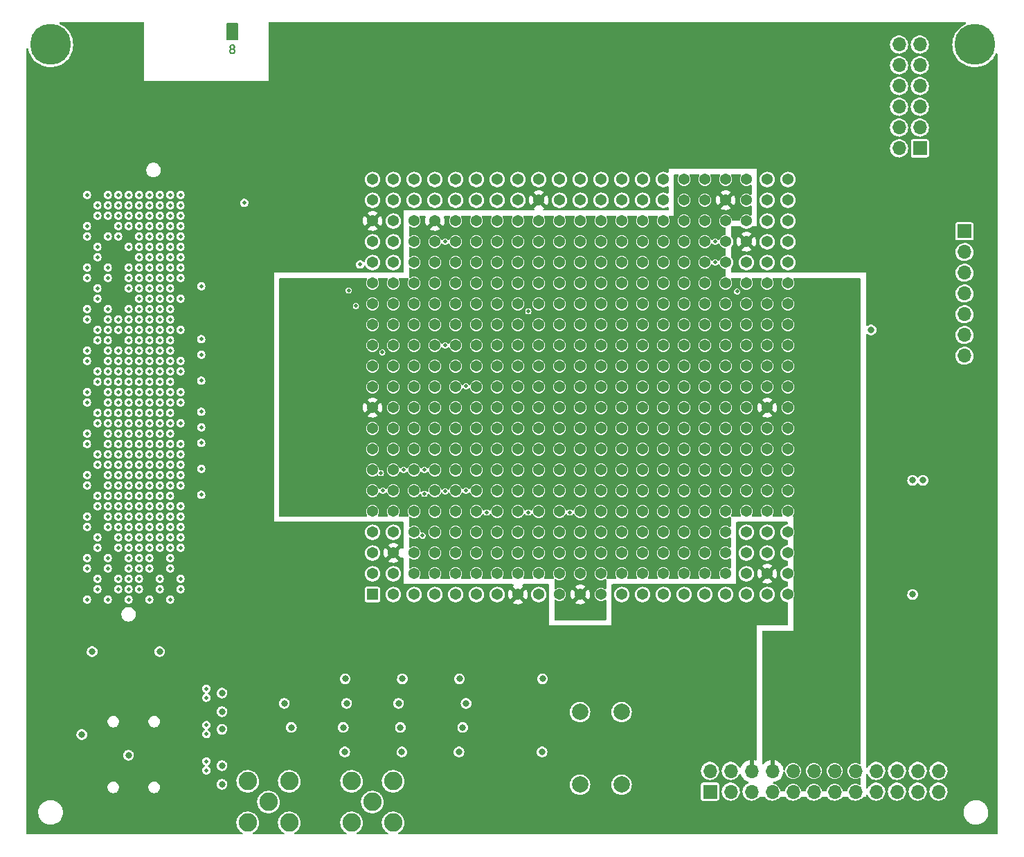
<source format=gbr>
G04 #@! TF.GenerationSoftware,KiCad,Pcbnew,(6.0.9-0)*
G04 #@! TF.CreationDate,2022-12-22T20:55:45-05:00*
G04 #@! TF.ProjectId,ember-pcb,656d6265-722d-4706-9362-2e6b69636164,rev?*
G04 #@! TF.SameCoordinates,Original*
G04 #@! TF.FileFunction,Copper,L9,Inr*
G04 #@! TF.FilePolarity,Positive*
%FSLAX46Y46*%
G04 Gerber Fmt 4.6, Leading zero omitted, Abs format (unit mm)*
G04 Created by KiCad (PCBNEW (6.0.9-0)) date 2022-12-22 20:55:45*
%MOMM*%
%LPD*%
G01*
G04 APERTURE LIST*
G04 #@! TA.AperFunction,NonConductor*
%ADD10C,0.200000*%
G04 #@! TD*
%ADD11C,0.150000*%
G04 #@! TA.AperFunction,NonConductor*
%ADD12C,0.150000*%
G04 #@! TD*
G04 #@! TA.AperFunction,ComponentPad*
%ADD13C,5.000000*%
G04 #@! TD*
G04 #@! TA.AperFunction,ComponentPad*
%ADD14R,1.700000X1.700000*%
G04 #@! TD*
G04 #@! TA.AperFunction,ComponentPad*
%ADD15O,1.700000X1.700000*%
G04 #@! TD*
G04 #@! TA.AperFunction,ComponentPad*
%ADD16C,2.000000*%
G04 #@! TD*
G04 #@! TA.AperFunction,ComponentPad*
%ADD17C,2.250000*%
G04 #@! TD*
G04 #@! TA.AperFunction,ComponentPad*
%ADD18C,0.500000*%
G04 #@! TD*
G04 #@! TA.AperFunction,ComponentPad*
%ADD19R,1.368000X1.368000*%
G04 #@! TD*
G04 #@! TA.AperFunction,ComponentPad*
%ADD20C,1.368000*%
G04 #@! TD*
G04 #@! TA.AperFunction,ViaPad*
%ADD21C,0.800000*%
G04 #@! TD*
G04 #@! TA.AperFunction,ViaPad*
%ADD22C,0.508000*%
G04 #@! TD*
G04 APERTURE END LIST*
D10*
X94010000Y-48470000D02*
X95280000Y-48470000D01*
X95280000Y-48470000D02*
X95280000Y-50375000D01*
X95280000Y-50375000D02*
X94010000Y-50375000D01*
X94010000Y-50375000D02*
X94010000Y-48470000D01*
G36*
X94010000Y-48470000D02*
G01*
X95280000Y-48470000D01*
X95280000Y-50375000D01*
X94010000Y-50375000D01*
X94010000Y-48470000D01*
G37*
D11*
D12*
X94549761Y-51525952D02*
X94454523Y-51478333D01*
X94406904Y-51430714D01*
X94359285Y-51335476D01*
X94359285Y-51287857D01*
X94406904Y-51192619D01*
X94454523Y-51145000D01*
X94549761Y-51097380D01*
X94740238Y-51097380D01*
X94835476Y-51145000D01*
X94883095Y-51192619D01*
X94930714Y-51287857D01*
X94930714Y-51335476D01*
X94883095Y-51430714D01*
X94835476Y-51478333D01*
X94740238Y-51525952D01*
X94549761Y-51525952D01*
X94454523Y-51573571D01*
X94406904Y-51621190D01*
X94359285Y-51716428D01*
X94359285Y-51906904D01*
X94406904Y-52002142D01*
X94454523Y-52049761D01*
X94549761Y-52097380D01*
X94740238Y-52097380D01*
X94835476Y-52049761D01*
X94883095Y-52002142D01*
X94930714Y-51906904D01*
X94930714Y-51716428D01*
X94883095Y-51621190D01*
X94835476Y-51573571D01*
X94740238Y-51525952D01*
D13*
G04 #@! TO.N,GND*
G04 #@! TO.C,H1*
X72420000Y-51010000D03*
G04 #@! TD*
D14*
G04 #@! TO.N,/core_pwr*
G04 #@! TO.C,J4*
X153060000Y-142455000D03*
D15*
G04 #@! TO.N,/vdd_fsm*
X153060000Y-139915000D03*
G04 #@! TO.N,/core_pwr*
X155600000Y-142455000D03*
G04 #@! TO.N,/vdd*
X155600000Y-139915000D03*
G04 #@! TO.N,/core_pwr*
X158140000Y-142455000D03*
G04 #@! TO.N,/vdd_dac*
X158140000Y-139915000D03*
G04 #@! TO.N,/core_pwr*
X160680000Y-142455000D03*
G04 #@! TO.N,/vsa*
X160680000Y-139915000D03*
G04 #@! TO.N,unconnected-(J4-Pad9)*
X163220000Y-142455000D03*
G04 #@! TO.N,unconnected-(J4-Pad10)*
X163220000Y-139915000D03*
G04 #@! TO.N,/io_pwr*
X165760000Y-142455000D03*
G04 #@! TO.N,/vddio_fsm*
X165760000Y-139915000D03*
G04 #@! TO.N,/io_pwr*
X168300000Y-142455000D03*
G04 #@! TO.N,/vddio*
X168300000Y-139915000D03*
G04 #@! TO.N,/io_pwr*
X170840000Y-142455000D03*
G04 #@! TO.N,/vddio_dac*
X170840000Y-139915000D03*
G04 #@! TO.N,unconnected-(J4-Pad17)*
X173380000Y-142455000D03*
G04 #@! TO.N,unconnected-(J4-Pad18)*
X173380000Y-139915000D03*
G04 #@! TO.N,GND*
X175920000Y-142455000D03*
X175920000Y-139915000D03*
X178460000Y-142455000D03*
X178460000Y-139915000D03*
X181000000Y-142455000D03*
X181000000Y-139915000D03*
G04 #@! TD*
D16*
G04 #@! TO.N,Net-(C1-Pad1)*
G04 #@! TO.C,FB1*
X137165000Y-132710000D03*
G04 #@! TO.N,/core_pwr*
X142245000Y-132710000D03*
G04 #@! TD*
D14*
G04 #@! TO.N,/wl_source_pin*
G04 #@! TO.C,J5*
X184180000Y-73865000D03*
D15*
G04 #@! TO.N,/bl_source_pin*
X184180000Y-76405000D03*
G04 #@! TO.N,/sl_source_pin*
X184180000Y-78945000D03*
G04 #@! TO.N,/iref_test*
X184180000Y-81485000D03*
G04 #@! TO.N,/vdd_test*
X184180000Y-84025000D03*
G04 #@! TO.N,/vadj*
X184180000Y-86565000D03*
G04 #@! TO.N,GND*
X184180000Y-89105000D03*
G04 #@! TD*
D16*
G04 #@! TO.N,Net-(C6-Pad1)*
G04 #@! TO.C,FB2*
X137165000Y-141600000D03*
G04 #@! TO.N,/io_pwr*
X142245000Y-141600000D03*
G04 #@! TD*
D17*
G04 #@! TO.N,GND*
G04 #@! TO.C,J6*
X99065000Y-143720000D03*
G04 #@! TO.N,Net-(J6-Pad2)*
X101605000Y-146260000D03*
X96525000Y-141180000D03*
X96525000Y-146260000D03*
X101605000Y-141180000D03*
G04 #@! TD*
D18*
G04 #@! TO.N,GND*
G04 #@! TO.C,U4*
X91475000Y-139835000D03*
X91475000Y-138735000D03*
G04 #@! TD*
D14*
G04 #@! TO.N,/sc*
G04 #@! TO.C,J2*
X178719000Y-63710000D03*
D15*
G04 #@! TO.N,/rst_n*
X176179000Y-63710000D03*
G04 #@! TO.N,/sclk*
X178719000Y-61170000D03*
G04 #@! TO.N,/rram_busy*
X176179000Y-61170000D03*
G04 #@! TO.N,/mosi*
X178719000Y-58630000D03*
G04 #@! TO.N,/mclk_pause*
X176179000Y-58630000D03*
G04 #@! TO.N,/miso*
X178719000Y-56090000D03*
G04 #@! TO.N,unconnected-(J2-Pad8)*
X176179000Y-56090000D03*
G04 #@! TO.N,GND*
X178719000Y-53550000D03*
X176179000Y-53550000D03*
G04 #@! TO.N,unconnected-(J2-Pad11)*
X178719000Y-51010000D03*
G04 #@! TO.N,unconnected-(J2-Pad12)*
X176179000Y-51010000D03*
G04 #@! TD*
D17*
G04 #@! TO.N,GND*
G04 #@! TO.C,J3*
X111765000Y-143720000D03*
G04 #@! TO.N,Net-(J3-Pad2)*
X114305000Y-141180000D03*
X114305000Y-146260000D03*
X109225000Y-141180000D03*
X109225000Y-146260000D03*
G04 #@! TD*
D19*
G04 #@! TO.N,GND*
G04 #@! TO.C,U1*
X111790000Y-118320000D03*
D20*
G04 #@! TO.N,/di_36*
X114330000Y-118320000D03*
G04 #@! TO.N,/vddio_dac*
X116870000Y-118320000D03*
G04 #@! TO.N,/iref_test*
X119410000Y-118320000D03*
G04 #@! TO.N,/vdd_fsm*
X121950000Y-118320000D03*
G04 #@! TO.N,GND*
X124490000Y-118320000D03*
G04 #@! TO.N,/di_47*
X127030000Y-118320000D03*
G04 #@! TO.N,/vdd_dac*
X129570000Y-118320000D03*
G04 #@! TO.N,/vddio_dac*
X132110000Y-118320000D03*
G04 #@! TO.N,/vddio*
X134650000Y-118320000D03*
G04 #@! TO.N,/vsa*
X137190000Y-118320000D03*
G04 #@! TO.N,/read_ref_4*
X139730000Y-118320000D03*
G04 #@! TO.N,/rram_addr_0*
X142270000Y-118320000D03*
G04 #@! TO.N,/rram_addr_2*
X144810000Y-118320000D03*
G04 #@! TO.N,GND*
X147350000Y-118320000D03*
G04 #@! TO.N,/vdd_fsm*
X149890000Y-118320000D03*
G04 #@! TO.N,/rram_addr_10*
X152430000Y-118320000D03*
G04 #@! TO.N,/vddio_dac*
X154970000Y-118320000D03*
G04 #@! TO.N,/rram_busy*
X157510000Y-118320000D03*
G04 #@! TO.N,GND*
X160050000Y-118320000D03*
G04 #@! TO.N,unconnected-(U1-PadA21)*
X162590000Y-118320000D03*
G04 #@! TO.N,/vddio*
X111790000Y-115780000D03*
G04 #@! TO.N,/di_34*
X114330000Y-115780000D03*
G04 #@! TO.N,/sl_source_pin*
X116870000Y-115780000D03*
G04 #@! TO.N,/vddio*
X119410000Y-115780000D03*
G04 #@! TO.N,/vdd*
X121950000Y-115780000D03*
G04 #@! TO.N,/vdd_test*
X124490000Y-115780000D03*
G04 #@! TO.N,/vddio_fsm*
X127030000Y-115780000D03*
G04 #@! TO.N,/bl_source_pin*
X129570000Y-115780000D03*
G04 #@! TO.N,/sa_en*
X132110000Y-115780000D03*
G04 #@! TO.N,/read_ref_1*
X134650000Y-115780000D03*
G04 #@! TO.N,/read_ref_2*
X137190000Y-115780000D03*
G04 #@! TO.N,/rram_addr_1*
X139730000Y-115780000D03*
G04 #@! TO.N,/vddio_fsm*
X142270000Y-115780000D03*
G04 #@! TO.N,/rram_addr_6*
X144810000Y-115780000D03*
G04 #@! TO.N,/vdd*
X147350000Y-115780000D03*
G04 #@! TO.N,/vddio*
X149890000Y-115780000D03*
G04 #@! TO.N,/vddio_fsm*
X152430000Y-115780000D03*
G04 #@! TO.N,/sl_en*
X154970000Y-115780000D03*
G04 #@! TO.N,/read_dac_config_0*
X157510000Y-115780000D03*
G04 #@! TO.N,/vdd_dac*
X160050000Y-115780000D03*
G04 #@! TO.N,unconnected-(U1-PadB21)*
X162590000Y-115780000D03*
G04 #@! TO.N,/vddio_fsm*
X111790000Y-113240000D03*
G04 #@! TO.N,/vdd_dac*
X114330000Y-113240000D03*
G04 #@! TO.N,GND*
X116870000Y-113240000D03*
G04 #@! TO.N,/di_37*
X119410000Y-113240000D03*
G04 #@! TO.N,/di_39*
X121950000Y-113240000D03*
G04 #@! TO.N,/di_41*
X124490000Y-113240000D03*
G04 #@! TO.N,/di_42*
X127030000Y-113240000D03*
G04 #@! TO.N,/di_44*
X129570000Y-113240000D03*
G04 #@! TO.N,/di_45*
X132110000Y-113240000D03*
G04 #@! TO.N,/set_rst*
X134650000Y-113240000D03*
G04 #@! TO.N,/read_ref_5*
X137190000Y-113240000D03*
G04 #@! TO.N,/rram_addr_4*
X139730000Y-113240000D03*
G04 #@! TO.N,/rram_addr_5*
X142270000Y-113240000D03*
G04 #@! TO.N,/rram_addr_8*
X144810000Y-113240000D03*
G04 #@! TO.N,/rram_addr_11*
X147350000Y-113240000D03*
G04 #@! TO.N,/rram_addr_13*
X149890000Y-113240000D03*
G04 #@! TO.N,/rram_addr_15*
X152430000Y-113240000D03*
G04 #@! TO.N,GND*
X154970000Y-113240000D03*
G04 #@! TO.N,/vddio*
X157510000Y-113240000D03*
G04 #@! TO.N,/vdd*
X160050000Y-113240000D03*
G04 #@! TO.N,unconnected-(U1-PadC21)*
X162590000Y-113240000D03*
G04 #@! TO.N,/di_27*
X111790000Y-110700000D03*
G04 #@! TO.N,/vdd*
X114330000Y-110700000D03*
G04 #@! TO.N,/di_32*
X116870000Y-110700000D03*
G04 #@! TO.N,/di_33*
X119410000Y-110700000D03*
G04 #@! TO.N,/di_35*
X121950000Y-110700000D03*
G04 #@! TO.N,/di_38*
X124490000Y-110700000D03*
G04 #@! TO.N,/di_40*
X127030000Y-110700000D03*
G04 #@! TO.N,/di_43*
X129570000Y-110700000D03*
G04 #@! TO.N,/di_46*
X132110000Y-110700000D03*
G04 #@! TO.N,/read_ref_0*
X134650000Y-110700000D03*
G04 #@! TO.N,/read_ref_3*
X137190000Y-110700000D03*
G04 #@! TO.N,/rram_addr_3*
X139730000Y-110700000D03*
G04 #@! TO.N,/rram_addr_7*
X142270000Y-110700000D03*
G04 #@! TO.N,/rram_addr_9*
X144810000Y-110700000D03*
G04 #@! TO.N,/rram_addr_12*
X147350000Y-110700000D03*
G04 #@! TO.N,/rram_addr_14*
X149890000Y-110700000D03*
G04 #@! TO.N,/we*
X152430000Y-110700000D03*
G04 #@! TO.N,/read_dac_config_2*
X154970000Y-110700000D03*
G04 #@! TO.N,/vddio_fsm*
X157510000Y-110700000D03*
G04 #@! TO.N,/vddio_dac*
X160050000Y-110700000D03*
G04 #@! TO.N,unconnected-(U1-PadD21)*
X162590000Y-110700000D03*
G04 #@! TO.N,/di_23*
X111790000Y-108160000D03*
G04 #@! TO.N,/vddio_dac*
X114330000Y-108160000D03*
G04 #@! TO.N,/di_30*
X116870000Y-108160000D03*
G04 #@! TO.N,/di_31*
X119410000Y-108160000D03*
G04 #@! TO.N,unconnected-(U1-PadE5)*
X121950000Y-108160000D03*
G04 #@! TO.N,unconnected-(U1-PadE6)*
X124490000Y-108160000D03*
G04 #@! TO.N,unconnected-(U1-PadE7)*
X127030000Y-108160000D03*
G04 #@! TO.N,unconnected-(U1-PadE8)*
X129570000Y-108160000D03*
G04 #@! TO.N,unconnected-(U1-PadE9)*
X132110000Y-108160000D03*
G04 #@! TO.N,unconnected-(U1-PadE10)*
X134650000Y-108160000D03*
G04 #@! TO.N,unconnected-(U1-PadE11)*
X137190000Y-108160000D03*
G04 #@! TO.N,unconnected-(U1-PadE12)*
X139730000Y-108160000D03*
G04 #@! TO.N,unconnected-(U1-PadE13)*
X142270000Y-108160000D03*
G04 #@! TO.N,unconnected-(U1-PadE14)*
X144810000Y-108160000D03*
G04 #@! TO.N,unconnected-(U1-PadE15)*
X147350000Y-108160000D03*
G04 #@! TO.N,unconnected-(U1-PadE16)*
X149890000Y-108160000D03*
G04 #@! TO.N,/read_dac_config_1*
X152430000Y-108160000D03*
G04 #@! TO.N,/wl_dac_config_0*
X154970000Y-108160000D03*
G04 #@! TO.N,/wl_dac_config_3*
X157510000Y-108160000D03*
G04 #@! TO.N,/wl_dac_config_5*
X160050000Y-108160000D03*
G04 #@! TO.N,unconnected-(U1-PadE21)*
X162590000Y-108160000D03*
G04 #@! TO.N,/vddio_fsm*
X111790000Y-105620000D03*
G04 #@! TO.N,/di_25*
X114330000Y-105620000D03*
G04 #@! TO.N,/di_28*
X116870000Y-105620000D03*
G04 #@! TO.N,/di_29*
X119410000Y-105620000D03*
G04 #@! TO.N,unconnected-(U1-PadF5)*
X121950000Y-105620000D03*
G04 #@! TO.N,unconnected-(U1-PadF6)*
X124490000Y-105620000D03*
G04 #@! TO.N,unconnected-(U1-PadF7)*
X127030000Y-105620000D03*
G04 #@! TO.N,unconnected-(U1-PadF8)*
X129570000Y-105620000D03*
G04 #@! TO.N,unconnected-(U1-PadF9)*
X132110000Y-105620000D03*
G04 #@! TO.N,unconnected-(U1-PadF10)*
X134650000Y-105620000D03*
G04 #@! TO.N,unconnected-(U1-PadF11)*
X137190000Y-105620000D03*
G04 #@! TO.N,unconnected-(U1-PadF12)*
X139730000Y-105620000D03*
G04 #@! TO.N,unconnected-(U1-PadF13)*
X142270000Y-105620000D03*
G04 #@! TO.N,unconnected-(U1-PadF14)*
X144810000Y-105620000D03*
G04 #@! TO.N,unconnected-(U1-PadF15)*
X147350000Y-105620000D03*
G04 #@! TO.N,unconnected-(U1-PadF16)*
X149890000Y-105620000D03*
G04 #@! TO.N,/read_dac_config_3*
X152430000Y-105620000D03*
G04 #@! TO.N,/wl_dac_config_2*
X154970000Y-105620000D03*
G04 #@! TO.N,/wl_dac_config_7*
X157510000Y-105620000D03*
G04 #@! TO.N,/vdd_fsm*
X160050000Y-105620000D03*
G04 #@! TO.N,unconnected-(U1-PadF21)*
X162590000Y-105620000D03*
G04 #@! TO.N,/di_18*
X111790000Y-103080000D03*
G04 #@! TO.N,/vdd_fsm*
X114330000Y-103080000D03*
G04 #@! TO.N,/di_24*
X116870000Y-103080000D03*
G04 #@! TO.N,/di_26*
X119410000Y-103080000D03*
G04 #@! TO.N,unconnected-(U1-PadG5)*
X121950000Y-103080000D03*
G04 #@! TO.N,unconnected-(U1-PadG6)*
X124490000Y-103080000D03*
G04 #@! TO.N,unconnected-(U1-PadG7)*
X127030000Y-103080000D03*
G04 #@! TO.N,unconnected-(U1-PadG8)*
X129570000Y-103080000D03*
G04 #@! TO.N,unconnected-(U1-PadG9)*
X132110000Y-103080000D03*
G04 #@! TO.N,unconnected-(U1-PadG10)*
X134650000Y-103080000D03*
G04 #@! TO.N,unconnected-(U1-PadG11)*
X137190000Y-103080000D03*
G04 #@! TO.N,unconnected-(U1-PadG12)*
X139730000Y-103080000D03*
G04 #@! TO.N,unconnected-(U1-PadG13)*
X142270000Y-103080000D03*
G04 #@! TO.N,unconnected-(U1-PadG14)*
X144810000Y-103080000D03*
G04 #@! TO.N,unconnected-(U1-PadG15)*
X147350000Y-103080000D03*
G04 #@! TO.N,unconnected-(U1-PadG16)*
X149890000Y-103080000D03*
G04 #@! TO.N,/wl_dac_config_1*
X152430000Y-103080000D03*
G04 #@! TO.N,/wl_dac_config_4*
X154970000Y-103080000D03*
G04 #@! TO.N,/vddio_fsm*
X157510000Y-103080000D03*
G04 #@! TO.N,GND*
X160050000Y-103080000D03*
G04 #@! TO.N,unconnected-(U1-PadG21)*
X162590000Y-103080000D03*
G04 #@! TO.N,/di_16*
X111790000Y-100540000D03*
G04 #@! TO.N,GND*
X114330000Y-100540000D03*
G04 #@! TO.N,/di_21*
X116870000Y-100540000D03*
G04 #@! TO.N,/di_22*
X119410000Y-100540000D03*
G04 #@! TO.N,unconnected-(U1-PadH5)*
X121950000Y-100540000D03*
G04 #@! TO.N,unconnected-(U1-PadH6)*
X124490000Y-100540000D03*
G04 #@! TO.N,unconnected-(U1-PadH7)*
X127030000Y-100540000D03*
G04 #@! TO.N,unconnected-(U1-PadH8)*
X129570000Y-100540000D03*
G04 #@! TO.N,unconnected-(U1-PadH9)*
X132110000Y-100540000D03*
G04 #@! TO.N,unconnected-(U1-PadH10)*
X134650000Y-100540000D03*
G04 #@! TO.N,unconnected-(U1-PadH11)*
X137190000Y-100540000D03*
G04 #@! TO.N,unconnected-(U1-PadH12)*
X139730000Y-100540000D03*
G04 #@! TO.N,unconnected-(U1-PadH13)*
X142270000Y-100540000D03*
G04 #@! TO.N,unconnected-(U1-PadH14)*
X144810000Y-100540000D03*
G04 #@! TO.N,unconnected-(U1-PadH15)*
X147350000Y-100540000D03*
G04 #@! TO.N,unconnected-(U1-PadH16)*
X149890000Y-100540000D03*
G04 #@! TO.N,/wl_dac_config_6*
X152430000Y-100540000D03*
G04 #@! TO.N,/wl_dac_en*
X154970000Y-100540000D03*
G04 #@! TO.N,/wl_source_pin*
X157510000Y-100540000D03*
G04 #@! TO.N,/sa_do_2*
X160050000Y-100540000D03*
G04 #@! TO.N,unconnected-(U1-PadH21)*
X162590000Y-100540000D03*
G04 #@! TO.N,/di_14*
X111790000Y-98000000D03*
G04 #@! TO.N,/di_17*
X114330000Y-98000000D03*
G04 #@! TO.N,/di_20*
X116870000Y-98000000D03*
G04 #@! TO.N,/di_19*
X119410000Y-98000000D03*
G04 #@! TO.N,unconnected-(U1-PadJ5)*
X121950000Y-98000000D03*
G04 #@! TO.N,unconnected-(U1-PadJ6)*
X124490000Y-98000000D03*
G04 #@! TO.N,unconnected-(U1-PadJ7)*
X127030000Y-98000000D03*
G04 #@! TO.N,unconnected-(U1-PadJ8)*
X129570000Y-98000000D03*
G04 #@! TO.N,unconnected-(U1-PadJ9)*
X132110000Y-98000000D03*
G04 #@! TO.N,unconnected-(U1-PadJ10)*
X134650000Y-98000000D03*
G04 #@! TO.N,unconnected-(U1-PadJ11)*
X137190000Y-98000000D03*
G04 #@! TO.N,unconnected-(U1-PadJ12)*
X139730000Y-98000000D03*
G04 #@! TO.N,unconnected-(U1-PadJ13)*
X142270000Y-98000000D03*
G04 #@! TO.N,unconnected-(U1-PadJ14)*
X144810000Y-98000000D03*
G04 #@! TO.N,unconnected-(U1-PadJ15)*
X147350000Y-98000000D03*
G04 #@! TO.N,unconnected-(U1-PadJ16)*
X149890000Y-98000000D03*
G04 #@! TO.N,/bleed_en*
X152430000Y-98000000D03*
G04 #@! TO.N,/wl_en*
X154970000Y-98000000D03*
G04 #@! TO.N,/sa_do_0*
X157510000Y-98000000D03*
G04 #@! TO.N,/sa_do_4*
X160050000Y-98000000D03*
G04 #@! TO.N,unconnected-(U1-PadJ21)*
X162590000Y-98000000D03*
G04 #@! TO.N,/vsa*
X111790000Y-95460000D03*
G04 #@! TO.N,/di_12*
X114330000Y-95460000D03*
G04 #@! TO.N,/di_15*
X116870000Y-95460000D03*
G04 #@! TO.N,/di_13*
X119410000Y-95460000D03*
G04 #@! TO.N,unconnected-(U1-PadK5)*
X121950000Y-95460000D03*
G04 #@! TO.N,unconnected-(U1-PadK6)*
X124490000Y-95460000D03*
G04 #@! TO.N,unconnected-(U1-PadK7)*
X127030000Y-95460000D03*
G04 #@! TO.N,unconnected-(U1-PadK8)*
X129570000Y-95460000D03*
G04 #@! TO.N,unconnected-(U1-PadK9)*
X132110000Y-95460000D03*
G04 #@! TO.N,unconnected-(U1-PadK10)*
X134650000Y-95460000D03*
G04 #@! TO.N,unconnected-(U1-PadK11)*
X137190000Y-95460000D03*
G04 #@! TO.N,unconnected-(U1-PadK12)*
X139730000Y-95460000D03*
G04 #@! TO.N,unconnected-(U1-PadK13)*
X142270000Y-95460000D03*
G04 #@! TO.N,unconnected-(U1-PadK14)*
X144810000Y-95460000D03*
G04 #@! TO.N,unconnected-(U1-PadK15)*
X147350000Y-95460000D03*
G04 #@! TO.N,unconnected-(U1-PadK16)*
X149890000Y-95460000D03*
G04 #@! TO.N,/sa_do_3*
X152430000Y-95460000D03*
G04 #@! TO.N,/sa_do_1*
X154970000Y-95460000D03*
G04 #@! TO.N,/sa_do_5*
X157510000Y-95460000D03*
G04 #@! TO.N,/vsa*
X160050000Y-95460000D03*
G04 #@! TO.N,unconnected-(U1-PadK21)*
X162590000Y-95460000D03*
G04 #@! TO.N,/vdd*
X111790000Y-92920000D03*
G04 #@! TO.N,/di_11*
X114330000Y-92920000D03*
G04 #@! TO.N,/di_9*
X116870000Y-92920000D03*
G04 #@! TO.N,/di_10*
X119410000Y-92920000D03*
G04 #@! TO.N,unconnected-(U1-PadL5)*
X121950000Y-92920000D03*
G04 #@! TO.N,unconnected-(U1-PadL6)*
X124490000Y-92920000D03*
G04 #@! TO.N,unconnected-(U1-PadL7)*
X127030000Y-92920000D03*
G04 #@! TO.N,unconnected-(U1-PadL8)*
X129570000Y-92920000D03*
G04 #@! TO.N,unconnected-(U1-PadL9)*
X132110000Y-92920000D03*
G04 #@! TO.N,unconnected-(U1-PadL10)*
X134650000Y-92920000D03*
G04 #@! TO.N,unconnected-(U1-PadL11)*
X137190000Y-92920000D03*
G04 #@! TO.N,unconnected-(U1-PadL12)*
X139730000Y-92920000D03*
G04 #@! TO.N,unconnected-(U1-PadL13)*
X142270000Y-92920000D03*
G04 #@! TO.N,unconnected-(U1-PadL14)*
X144810000Y-92920000D03*
G04 #@! TO.N,unconnected-(U1-PadL15)*
X147350000Y-92920000D03*
G04 #@! TO.N,unconnected-(U1-PadL16)*
X149890000Y-92920000D03*
G04 #@! TO.N,/sa_do_7*
X152430000Y-92920000D03*
G04 #@! TO.N,/sa_do_8*
X154970000Y-92920000D03*
G04 #@! TO.N,/sa_do_6*
X157510000Y-92920000D03*
G04 #@! TO.N,/vdd*
X160050000Y-92920000D03*
G04 #@! TO.N,unconnected-(U1-PadL21)*
X162590000Y-92920000D03*
G04 #@! TO.N,/vddio_dac*
X111790000Y-90380000D03*
G04 #@! TO.N,/di_7*
X114330000Y-90380000D03*
G04 #@! TO.N,/di_5*
X116870000Y-90380000D03*
G04 #@! TO.N,/di_6*
X119410000Y-90380000D03*
G04 #@! TO.N,unconnected-(U1-PadM5)*
X121950000Y-90380000D03*
G04 #@! TO.N,unconnected-(U1-PadM6)*
X124490000Y-90380000D03*
G04 #@! TO.N,unconnected-(U1-PadM7)*
X127030000Y-90380000D03*
G04 #@! TO.N,unconnected-(U1-PadM8)*
X129570000Y-90380000D03*
G04 #@! TO.N,unconnected-(U1-PadM9)*
X132110000Y-90380000D03*
G04 #@! TO.N,unconnected-(U1-PadM10)*
X134650000Y-90380000D03*
G04 #@! TO.N,unconnected-(U1-PadM11)*
X137190000Y-90380000D03*
G04 #@! TO.N,unconnected-(U1-PadM12)*
X139730000Y-90380000D03*
G04 #@! TO.N,unconnected-(U1-PadM13)*
X142270000Y-90380000D03*
G04 #@! TO.N,unconnected-(U1-PadM14)*
X144810000Y-90380000D03*
G04 #@! TO.N,unconnected-(U1-PadM15)*
X147350000Y-90380000D03*
G04 #@! TO.N,unconnected-(U1-PadM16)*
X149890000Y-90380000D03*
G04 #@! TO.N,/sa_do_11*
X152430000Y-90380000D03*
G04 #@! TO.N,/sa_do_12*
X154970000Y-90380000D03*
G04 #@! TO.N,/sa_do_9*
X157510000Y-90380000D03*
G04 #@! TO.N,/vddio_dac*
X160050000Y-90380000D03*
G04 #@! TO.N,unconnected-(U1-PadM21)*
X162590000Y-90380000D03*
G04 #@! TO.N,/vddio*
X111790000Y-87840000D03*
G04 #@! TO.N,/di_8*
X114330000Y-87840000D03*
G04 #@! TO.N,/di_4*
X116870000Y-87840000D03*
G04 #@! TO.N,/di_2*
X119410000Y-87840000D03*
G04 #@! TO.N,unconnected-(U1-PadN5)*
X121950000Y-87840000D03*
G04 #@! TO.N,unconnected-(U1-PadN6)*
X124490000Y-87840000D03*
G04 #@! TO.N,unconnected-(U1-PadN7)*
X127030000Y-87840000D03*
G04 #@! TO.N,unconnected-(U1-PadN8)*
X129570000Y-87840000D03*
G04 #@! TO.N,unconnected-(U1-PadN9)*
X132110000Y-87840000D03*
G04 #@! TO.N,unconnected-(U1-PadN10)*
X134650000Y-87840000D03*
G04 #@! TO.N,unconnected-(U1-PadN11)*
X137190000Y-87840000D03*
G04 #@! TO.N,unconnected-(U1-PadN12)*
X139730000Y-87840000D03*
G04 #@! TO.N,unconnected-(U1-PadN13)*
X142270000Y-87840000D03*
G04 #@! TO.N,unconnected-(U1-PadN14)*
X144810000Y-87840000D03*
G04 #@! TO.N,unconnected-(U1-PadN15)*
X147350000Y-87840000D03*
G04 #@! TO.N,unconnected-(U1-PadN16)*
X149890000Y-87840000D03*
G04 #@! TO.N,/sa_do_14*
X152430000Y-87840000D03*
G04 #@! TO.N,/sa_do_13*
X154970000Y-87840000D03*
G04 #@! TO.N,GND*
X157510000Y-87840000D03*
G04 #@! TO.N,/vddio*
X160050000Y-87840000D03*
G04 #@! TO.N,unconnected-(U1-PadN21)*
X162590000Y-87840000D03*
G04 #@! TO.N,GND*
X111790000Y-85300000D03*
G04 #@! TO.N,/vddio_fsm*
X114330000Y-85300000D03*
G04 #@! TO.N,/di_0*
X116870000Y-85300000D03*
G04 #@! TO.N,/clamp_ref_5*
X119410000Y-85300000D03*
G04 #@! TO.N,unconnected-(U1-PadP5)*
X121950000Y-85300000D03*
G04 #@! TO.N,unconnected-(U1-PadP6)*
X124490000Y-85300000D03*
G04 #@! TO.N,unconnected-(U1-PadP7)*
X127030000Y-85300000D03*
G04 #@! TO.N,unconnected-(U1-PadP8)*
X129570000Y-85300000D03*
G04 #@! TO.N,unconnected-(U1-PadP9)*
X132110000Y-85300000D03*
G04 #@! TO.N,unconnected-(U1-PadP10)*
X134650000Y-85300000D03*
G04 #@! TO.N,unconnected-(U1-PadP11)*
X137190000Y-85300000D03*
G04 #@! TO.N,unconnected-(U1-PadP12)*
X139730000Y-85300000D03*
G04 #@! TO.N,unconnected-(U1-PadP13)*
X142270000Y-85300000D03*
G04 #@! TO.N,unconnected-(U1-PadP14)*
X144810000Y-85300000D03*
G04 #@! TO.N,unconnected-(U1-PadP15)*
X147350000Y-85300000D03*
G04 #@! TO.N,unconnected-(U1-PadP16)*
X149890000Y-85300000D03*
G04 #@! TO.N,/sa_do_18*
X152430000Y-85300000D03*
G04 #@! TO.N,/sa_do_16*
X154970000Y-85300000D03*
G04 #@! TO.N,/vdd_fsm*
X157510000Y-85300000D03*
G04 #@! TO.N,/sa_do_10*
X160050000Y-85300000D03*
G04 #@! TO.N,unconnected-(U1-PadP21)*
X162590000Y-85300000D03*
G04 #@! TO.N,/vdd_fsm*
X111790000Y-82760000D03*
G04 #@! TO.N,/di_3*
X114330000Y-82760000D03*
G04 #@! TO.N,/rst_n*
X116870000Y-82760000D03*
G04 #@! TO.N,/clamp_ref_3*
X119410000Y-82760000D03*
G04 #@! TO.N,unconnected-(U1-PadR5)*
X121950000Y-82760000D03*
G04 #@! TO.N,unconnected-(U1-PadR6)*
X124490000Y-82760000D03*
G04 #@! TO.N,unconnected-(U1-PadR7)*
X127030000Y-82760000D03*
G04 #@! TO.N,unconnected-(U1-PadR8)*
X129570000Y-82760000D03*
G04 #@! TO.N,unconnected-(U1-PadR9)*
X132110000Y-82760000D03*
G04 #@! TO.N,unconnected-(U1-PadR10)*
X134650000Y-82760000D03*
G04 #@! TO.N,unconnected-(U1-PadR11)*
X137190000Y-82760000D03*
G04 #@! TO.N,unconnected-(U1-PadR12)*
X139730000Y-82760000D03*
G04 #@! TO.N,unconnected-(U1-PadR13)*
X142270000Y-82760000D03*
G04 #@! TO.N,unconnected-(U1-PadR14)*
X144810000Y-82760000D03*
G04 #@! TO.N,unconnected-(U1-PadR15)*
X147350000Y-82760000D03*
G04 #@! TO.N,unconnected-(U1-PadR16)*
X149890000Y-82760000D03*
G04 #@! TO.N,/sa_do_21*
X152430000Y-82760000D03*
G04 #@! TO.N,/sa_do_20*
X154970000Y-82760000D03*
G04 #@! TO.N,/sa_do_17*
X157510000Y-82760000D03*
G04 #@! TO.N,/vddio_fsm*
X160050000Y-82760000D03*
G04 #@! TO.N,unconnected-(U1-PadR21)*
X162590000Y-82760000D03*
G04 #@! TO.N,/di_1*
X111790000Y-80220000D03*
G04 #@! TO.N,/bl_en*
X114330000Y-80220000D03*
G04 #@! TO.N,/clamp_ref_4*
X116870000Y-80220000D03*
G04 #@! TO.N,/clamp_ref_1*
X119410000Y-80220000D03*
G04 #@! TO.N,unconnected-(U1-PadS5)*
X121950000Y-80220000D03*
G04 #@! TO.N,unconnected-(U1-PadS6)*
X124490000Y-80220000D03*
G04 #@! TO.N,unconnected-(U1-PadS7)*
X127030000Y-80220000D03*
G04 #@! TO.N,unconnected-(U1-PadS8)*
X129570000Y-80220000D03*
G04 #@! TO.N,unconnected-(U1-PadS9)*
X132110000Y-80220000D03*
G04 #@! TO.N,unconnected-(U1-PadS10)*
X134650000Y-80220000D03*
G04 #@! TO.N,unconnected-(U1-PadS11)*
X137190000Y-80220000D03*
G04 #@! TO.N,unconnected-(U1-PadS12)*
X139730000Y-80220000D03*
G04 #@! TO.N,unconnected-(U1-PadS13)*
X142270000Y-80220000D03*
G04 #@! TO.N,unconnected-(U1-PadS14)*
X144810000Y-80220000D03*
G04 #@! TO.N,unconnected-(U1-PadS15)*
X147350000Y-80220000D03*
G04 #@! TO.N,unconnected-(U1-PadS16)*
X149890000Y-80220000D03*
G04 #@! TO.N,/sa_do_23*
X152430000Y-80220000D03*
G04 #@! TO.N,/sa_do_22*
X154970000Y-80220000D03*
G04 #@! TO.N,/vddio_dac*
X157510000Y-80220000D03*
G04 #@! TO.N,/sa_do_15*
X160050000Y-80220000D03*
G04 #@! TO.N,unconnected-(U1-PadS21)*
X162590000Y-80220000D03*
G04 #@! TO.N,/vddio_dac*
X111790000Y-77680000D03*
G04 #@! TO.N,/vddio_fsm*
X114330000Y-77680000D03*
G04 #@! TO.N,/clamp_ref_2*
X116870000Y-77680000D03*
G04 #@! TO.N,/bsl_dac_en*
X119410000Y-77680000D03*
G04 #@! TO.N,/bsl_dac_config_4*
X121950000Y-77680000D03*
G04 #@! TO.N,/bsl_dac_config_2*
X124490000Y-77680000D03*
G04 #@! TO.N,/bsl_dac_config_0*
X127030000Y-77680000D03*
G04 #@! TO.N,/mclk_pause*
X129570000Y-77680000D03*
G04 #@! TO.N,/mosi*
X132110000Y-77680000D03*
G04 #@! TO.N,/heartbeat*
X134650000Y-77680000D03*
G04 #@! TO.N,/sa_do_45*
X137190000Y-77680000D03*
G04 #@! TO.N,/sa_do_39*
X139730000Y-77680000D03*
G04 #@! TO.N,/sa_do_36*
X142270000Y-77680000D03*
G04 #@! TO.N,/sa_do_32*
X144810000Y-77680000D03*
G04 #@! TO.N,/sa_do_29*
X147350000Y-77680000D03*
G04 #@! TO.N,/sa_do_27*
X149890000Y-77680000D03*
G04 #@! TO.N,/sa_do_25*
X152430000Y-77680000D03*
G04 #@! TO.N,/sa_do_24*
X154970000Y-77680000D03*
G04 #@! TO.N,/vdd*
X157510000Y-77680000D03*
G04 #@! TO.N,/sa_do_19*
X160050000Y-77680000D03*
G04 #@! TO.N,unconnected-(U1-PadT21)*
X162590000Y-77680000D03*
G04 #@! TO.N,/vdd*
X111790000Y-75140000D03*
G04 #@! TO.N,/vddio*
X114330000Y-75140000D03*
G04 #@! TO.N,GND*
X116870000Y-75140000D03*
G04 #@! TO.N,/read_dac_en*
X119410000Y-75140000D03*
G04 #@! TO.N,/bsl_dac_config_3*
X121950000Y-75140000D03*
G04 #@! TO.N,/bsl_dac_config_1*
X124490000Y-75140000D03*
G04 #@! TO.N,/aclk*
X127030000Y-75140000D03*
G04 #@! TO.N,/sclk*
X129570000Y-75140000D03*
G04 #@! TO.N,/sc*
X132110000Y-75140000D03*
G04 #@! TO.N,/man*
X134650000Y-75140000D03*
G04 #@! TO.N,/sa_do_43*
X137190000Y-75140000D03*
G04 #@! TO.N,/sa_do_38*
X139730000Y-75140000D03*
G04 #@! TO.N,/sa_do_37*
X142270000Y-75140000D03*
G04 #@! TO.N,/sa_do_34*
X144810000Y-75140000D03*
G04 #@! TO.N,/sa_do_33*
X147350000Y-75140000D03*
G04 #@! TO.N,/sa_do_30*
X149890000Y-75140000D03*
G04 #@! TO.N,/sa_do_28*
X152430000Y-75140000D03*
G04 #@! TO.N,GND*
X154970000Y-75140000D03*
G04 #@! TO.N,/vdd_dac*
X157510000Y-75140000D03*
G04 #@! TO.N,/vddio_fsm*
X160050000Y-75140000D03*
G04 #@! TO.N,unconnected-(U1-PadU21)*
X162590000Y-75140000D03*
G04 #@! TO.N,/vdd_dac*
X111790000Y-72600000D03*
G04 #@! TO.N,/clamp_ref_0*
X114330000Y-72600000D03*
G04 #@! TO.N,/vddio*
X116870000Y-72600000D03*
G04 #@! TO.N,/vsa*
X119410000Y-72600000D03*
G04 #@! TO.N,/vdd_fsm*
X121950000Y-72600000D03*
G04 #@! TO.N,/sl_source_pin*
X124490000Y-72600000D03*
G04 #@! TO.N,GND*
X127030000Y-72600000D03*
G04 #@! TO.N,/vddio_fsm*
X129570000Y-72600000D03*
G04 #@! TO.N,/miso*
X132110000Y-72600000D03*
G04 #@! TO.N,/sa_rdy*
X134650000Y-72600000D03*
G04 #@! TO.N,/sa_do_47*
X137190000Y-72600000D03*
G04 #@! TO.N,/sa_do_41*
X139730000Y-72600000D03*
G04 #@! TO.N,/sa_do_42*
X142270000Y-72600000D03*
G04 #@! TO.N,/vdd*
X144810000Y-72600000D03*
G04 #@! TO.N,/vddio_fsm*
X147350000Y-72600000D03*
G04 #@! TO.N,/vddio_dac*
X149890000Y-72600000D03*
G04 #@! TO.N,/sa_do_31*
X152430000Y-72600000D03*
G04 #@! TO.N,/vddio_fsm*
X154970000Y-72600000D03*
G04 #@! TO.N,/sa_do_26*
X157510000Y-72600000D03*
G04 #@! TO.N,/vddio*
X160050000Y-72600000D03*
G04 #@! TO.N,unconnected-(U1-PadV21)*
X162590000Y-72600000D03*
G04 #@! TO.N,GND*
X111790000Y-70060000D03*
G04 #@! TO.N,/vddio_fsm*
X114330000Y-70060000D03*
G04 #@! TO.N,/bl_source_pin*
X116870000Y-70060000D03*
G04 #@! TO.N,/vddio_dac*
X119410000Y-70060000D03*
G04 #@! TO.N,/vddio_fsm*
X121950000Y-70060000D03*
G04 #@! TO.N,/vdd*
X124490000Y-70060000D03*
G04 #@! TO.N,/sa_clk*
X127030000Y-70060000D03*
G04 #@! TO.N,/byp*
X129570000Y-70060000D03*
G04 #@! TO.N,/vdd_dac*
X132110000Y-70060000D03*
G04 #@! TO.N,/vddio_dac*
X134650000Y-70060000D03*
G04 #@! TO.N,/vddio*
X137190000Y-70060000D03*
G04 #@! TO.N,/sa_do_46*
X139730000Y-70060000D03*
G04 #@! TO.N,/sa_do_44*
X142270000Y-70060000D03*
G04 #@! TO.N,/sa_do_40*
X144810000Y-70060000D03*
G04 #@! TO.N,GND*
X147350000Y-70060000D03*
G04 #@! TO.N,/sa_do_35*
X149890000Y-70060000D03*
G04 #@! TO.N,/vdd_fsm*
X152430000Y-70060000D03*
G04 #@! TO.N,/vsa*
X154970000Y-70060000D03*
G04 #@! TO.N,/vddio*
X157510000Y-70060000D03*
G04 #@! TO.N,GND*
X160050000Y-70060000D03*
G04 #@! TO.N,unconnected-(U1-PadW21)*
X162590000Y-70060000D03*
G04 #@! TO.N,unconnected-(U1-PadX1)*
X111790000Y-67520000D03*
G04 #@! TO.N,unconnected-(U1-PadX2)*
X114330000Y-67520000D03*
G04 #@! TO.N,unconnected-(U1-PadX3)*
X116870000Y-67520000D03*
G04 #@! TO.N,unconnected-(U1-PadX4)*
X119410000Y-67520000D03*
G04 #@! TO.N,unconnected-(U1-PadX5)*
X121950000Y-67520000D03*
G04 #@! TO.N,unconnected-(U1-PadX6)*
X124490000Y-67520000D03*
G04 #@! TO.N,unconnected-(U1-PadX7)*
X127030000Y-67520000D03*
G04 #@! TO.N,unconnected-(U1-PadX8)*
X129570000Y-67520000D03*
G04 #@! TO.N,unconnected-(U1-PadX9)*
X132110000Y-67520000D03*
G04 #@! TO.N,unconnected-(U1-PadX10)*
X134650000Y-67520000D03*
G04 #@! TO.N,unconnected-(U1-PadX11)*
X137190000Y-67520000D03*
G04 #@! TO.N,unconnected-(U1-PadX12)*
X139730000Y-67520000D03*
G04 #@! TO.N,unconnected-(U1-PadX13)*
X142270000Y-67520000D03*
G04 #@! TO.N,unconnected-(U1-PadX14)*
X144810000Y-67520000D03*
G04 #@! TO.N,unconnected-(U1-PadX15)*
X147350000Y-67520000D03*
G04 #@! TO.N,unconnected-(U1-PadX16)*
X149890000Y-67520000D03*
G04 #@! TO.N,unconnected-(U1-PadX17)*
X152430000Y-67520000D03*
G04 #@! TO.N,unconnected-(U1-PadX18)*
X154970000Y-67520000D03*
G04 #@! TO.N,unconnected-(U1-PadX19)*
X157510000Y-67520000D03*
G04 #@! TO.N,unconnected-(U1-PadX20)*
X160050000Y-67520000D03*
G04 #@! TO.N,unconnected-(U1-PadX21)*
X162590000Y-67520000D03*
G04 #@! TD*
D18*
G04 #@! TO.N,GND*
G04 #@! TO.C,U2*
X91475000Y-129845000D03*
X91475000Y-130945000D03*
G04 #@! TD*
D13*
G04 #@! TO.N,GND*
G04 #@! TO.C,H2*
X185450000Y-51010000D03*
G04 #@! TD*
D18*
G04 #@! TO.N,GND*
G04 #@! TO.C,U3*
X91475000Y-134290000D03*
X91475000Y-135390000D03*
G04 #@! TD*
D21*
G04 #@! TO.N,Net-(J1-PadD1)*
X85755000Y-125305000D03*
G04 #@! TO.N,Net-(J3-Pad2)*
X76235000Y-135460000D03*
D22*
G04 #@! TO.N,GND*
X87025000Y-94825000D03*
X76865000Y-110065000D03*
X83215000Y-82125000D03*
D21*
X93380000Y-130395000D03*
D22*
X85755000Y-108795000D03*
X83215000Y-112605000D03*
X87025000Y-69425000D03*
X78135000Y-116415000D03*
X79405000Y-89745000D03*
D21*
X108215000Y-134595000D03*
D22*
X88295000Y-108795000D03*
X79405000Y-69425000D03*
X85755000Y-93555000D03*
X85755000Y-116415000D03*
X80675000Y-73235000D03*
X85755000Y-74505000D03*
X84485000Y-115145000D03*
X80675000Y-92285000D03*
X87025000Y-83395000D03*
X78135000Y-101175000D03*
X87025000Y-113875000D03*
X78135000Y-91015000D03*
X78135000Y-85935000D03*
X88295000Y-70695000D03*
D21*
X123225000Y-131650000D03*
D22*
X88295000Y-93555000D03*
X79405000Y-99905000D03*
X76865000Y-69425000D03*
X83215000Y-89745000D03*
X87025000Y-115145000D03*
X81945000Y-113875000D03*
X78135000Y-96095000D03*
X88295000Y-112605000D03*
X87025000Y-79585000D03*
X76865000Y-103715000D03*
X85755000Y-112605000D03*
X81945000Y-102445000D03*
X81945000Y-87205000D03*
X87025000Y-118955000D03*
X78135000Y-106255000D03*
X85755000Y-101175000D03*
X88295000Y-116415000D03*
X80675000Y-88475000D03*
X84485000Y-110065000D03*
X80675000Y-99905000D03*
X79405000Y-115145000D03*
X84485000Y-94825000D03*
X81945000Y-71965000D03*
X83215000Y-70695000D03*
X79405000Y-113875000D03*
X79405000Y-118955000D03*
D21*
X115200000Y-134595000D03*
D22*
X81945000Y-118955000D03*
X81945000Y-94825000D03*
X87025000Y-87205000D03*
X84485000Y-106255000D03*
X85755000Y-78315000D03*
X85755000Y-97365000D03*
X81945000Y-69425000D03*
X76865000Y-94825000D03*
X88295000Y-74505000D03*
X78135000Y-107525000D03*
X81945000Y-91015000D03*
X88295000Y-82125000D03*
X76865000Y-89745000D03*
X85755000Y-70695000D03*
X78135000Y-102445000D03*
X87025000Y-110065000D03*
X79405000Y-104985000D03*
X78135000Y-80855000D03*
X80675000Y-112605000D03*
D21*
X122820000Y-134595000D03*
X101865000Y-134595000D03*
X177830000Y-118320000D03*
X108620000Y-131650000D03*
D22*
X76865000Y-118955000D03*
X84485000Y-102445000D03*
X76865000Y-88475000D03*
X83215000Y-116415000D03*
X79405000Y-83395000D03*
X88295000Y-78315000D03*
X76865000Y-78315000D03*
X87025000Y-106255000D03*
X81945000Y-83395000D03*
X83215000Y-108795000D03*
X88295000Y-85935000D03*
X84485000Y-71965000D03*
X84485000Y-75775000D03*
X83215000Y-74505000D03*
X78135000Y-112605000D03*
X83215000Y-78315000D03*
X84485000Y-113875000D03*
X88295000Y-97365000D03*
X79405000Y-110065000D03*
X84485000Y-91015000D03*
X79405000Y-98635000D03*
D21*
X101000000Y-131650000D03*
D22*
X83215000Y-101175000D03*
X83215000Y-117685000D03*
X80675000Y-70695000D03*
X84485000Y-98635000D03*
X78135000Y-97365000D03*
X76865000Y-98635000D03*
X78135000Y-77045000D03*
X76865000Y-73235000D03*
X84485000Y-69425000D03*
X79405000Y-71965000D03*
X81945000Y-115145000D03*
X80675000Y-117685000D03*
X76865000Y-79585000D03*
X85755000Y-85935000D03*
X81945000Y-106255000D03*
X80675000Y-107525000D03*
X88295000Y-89745000D03*
X81945000Y-79585000D03*
X76865000Y-84665000D03*
X76865000Y-104985000D03*
X76865000Y-115145000D03*
X79405000Y-103715000D03*
X76865000Y-74505000D03*
X87025000Y-98635000D03*
X78135000Y-117685000D03*
X78135000Y-87205000D03*
X85755000Y-117685000D03*
X79405000Y-78315000D03*
X76865000Y-99905000D03*
X84485000Y-83395000D03*
X79405000Y-108795000D03*
X79405000Y-93555000D03*
X79405000Y-94825000D03*
X78135000Y-111335000D03*
X78135000Y-71965000D03*
X79405000Y-84665000D03*
X76865000Y-93555000D03*
X87025000Y-75775000D03*
X80675000Y-103715000D03*
X87025000Y-71965000D03*
X87025000Y-91015000D03*
X80675000Y-116415000D03*
X78135000Y-75775000D03*
X78135000Y-92285000D03*
X79405000Y-88475000D03*
D21*
X114970000Y-131650000D03*
D22*
X76865000Y-108795000D03*
D21*
X93380000Y-134825000D03*
D22*
X79405000Y-79585000D03*
D21*
X77500000Y-125305000D03*
X93380000Y-139270000D03*
D22*
X76865000Y-83395000D03*
X78135000Y-70695000D03*
X76865000Y-113875000D03*
X80675000Y-111335000D03*
X85755000Y-82125000D03*
X88295000Y-104985000D03*
X83215000Y-85935000D03*
X81945000Y-75775000D03*
X83215000Y-97365000D03*
X78135000Y-82125000D03*
X83215000Y-104985000D03*
X88295000Y-101175000D03*
X84485000Y-79585000D03*
X85755000Y-104985000D03*
X88295000Y-117685000D03*
X80675000Y-84665000D03*
X85755000Y-89745000D03*
X80675000Y-96095000D03*
X84485000Y-87205000D03*
X79405000Y-74505000D03*
X87025000Y-102445000D03*
X81945000Y-98635000D03*
X81945000Y-110065000D03*
X83215000Y-93555000D03*
X84485000Y-118955000D03*
D21*
G04 #@! TO.N,+3.3V*
X93380000Y-141557500D03*
D22*
X80675000Y-71965000D03*
X80675000Y-69425000D03*
X79405000Y-70695000D03*
D21*
X93380000Y-132667500D03*
D22*
X80675000Y-74505000D03*
D21*
X81950000Y-138000000D03*
D22*
G04 #@! TO.N,/mosi*
X153700000Y-75140000D03*
X153700000Y-77680000D03*
G04 #@! TO.N,/read_dac_config_1*
X79405000Y-101175000D03*
G04 #@! TO.N,/read_dac_config_0*
X80675000Y-110065000D03*
D21*
G04 #@! TO.N,/byp*
X179100000Y-104350000D03*
G04 #@! TO.N,/man*
X177830000Y-104350000D03*
D22*
G04 #@! TO.N,/di_42*
X80675000Y-108795000D03*
G04 #@! TO.N,/clamp_ref_1*
X87025000Y-85935000D03*
G04 #@! TO.N,/clamp_ref_2*
X85755000Y-84665000D03*
G04 #@! TO.N,/clamp_ref_3*
X83215000Y-87205000D03*
G04 #@! TO.N,/clamp_ref_4*
X84485000Y-85935000D03*
G04 #@! TO.N,/wl_dac_config_0*
X80675000Y-101175000D03*
D21*
G04 #@! TO.N,/core_pwr*
X108445000Y-128650000D03*
X122415000Y-128650000D03*
X132575000Y-128650000D03*
X115430000Y-128650000D03*
G04 #@! TO.N,/io_pwr*
X132520000Y-137595000D03*
X122360000Y-137595000D03*
X108390000Y-137595000D03*
X115375000Y-137595000D03*
D22*
G04 #@! TO.N,/di_47*
X81945000Y-116415000D03*
G04 #@! TO.N,/di_21*
X80675000Y-97365000D03*
G04 #@! TO.N,/rram_addr_0*
X83215000Y-113875000D03*
G04 #@! TO.N,/di_8*
X80675000Y-89745000D03*
G04 #@! TO.N,/di_36*
X81945000Y-117685000D03*
G04 #@! TO.N,/rram_addr_2*
X81945000Y-112605000D03*
G04 #@! TO.N,/sa_en*
X81945000Y-111335000D03*
G04 #@! TO.N,/di_44*
X81945000Y-108795000D03*
G04 #@! TO.N,/di_43*
X81945000Y-104985000D03*
G04 #@! TO.N,/di_22*
X81945000Y-97365000D03*
G04 #@! TO.N,/rram_addr_6*
X87025000Y-111335000D03*
G04 #@! TO.N,/di_14*
X81945000Y-96095000D03*
G04 #@! TO.N,/di_4*
X81945000Y-89745000D03*
G04 #@! TO.N,/di_37*
X83215000Y-110065000D03*
G04 #@! TO.N,/di_39*
X85755000Y-110065000D03*
G04 #@! TO.N,/sa_do_13*
X81945000Y-88475000D03*
G04 #@! TO.N,/sa_do_36*
X81945000Y-80855000D03*
G04 #@! TO.N,/sa_do_41*
X81945000Y-73235000D03*
G04 #@! TO.N,/set_rst*
X87025000Y-108795000D03*
G04 #@! TO.N,/read_ref_5*
X79405000Y-107525000D03*
G04 #@! TO.N,/rram_addr_4*
X81945000Y-107525000D03*
G04 #@! TO.N,/rram_addr_5*
X83215000Y-107525000D03*
G04 #@! TO.N,/read_ref_4*
X83215000Y-115145000D03*
G04 #@! TO.N,/rram_addr_11*
X85755000Y-107525000D03*
G04 #@! TO.N,/read_ref_1*
X83215000Y-111335000D03*
G04 #@! TO.N,/rram_addr_15*
X88295000Y-107525000D03*
G04 #@! TO.N,/di_27*
X79405000Y-106255000D03*
G04 #@! TO.N,/di_32*
X80675000Y-106255000D03*
G04 #@! TO.N,/di_33*
X83215000Y-106255000D03*
G04 #@! TO.N,/di_35*
X85755000Y-106255000D03*
X117908985Y-111103985D03*
G04 #@! TO.N,/di_38*
X118140000Y-106001000D03*
X90835000Y-106128000D03*
G04 #@! TO.N,/di_40*
X80675000Y-104985000D03*
X125760000Y-108287000D03*
G04 #@! TO.N,/rram_addr_3*
X83215000Y-103715000D03*
G04 #@! TO.N,/di_46*
X130840000Y-108287000D03*
X84485000Y-104985000D03*
G04 #@! TO.N,/read_ref_0*
X87025000Y-104985000D03*
G04 #@! TO.N,/read_ref_3*
X81945000Y-103715000D03*
X135920000Y-108287000D03*
G04 #@! TO.N,/di_23*
X113060000Y-105620000D03*
X83215000Y-102445000D03*
G04 #@! TO.N,/rram_addr_7*
X84485000Y-103715000D03*
G04 #@! TO.N,/rram_addr_9*
X85755000Y-103715000D03*
G04 #@! TO.N,/di_26*
X83215000Y-98635000D03*
G04 #@! TO.N,/di_0*
X83215000Y-88475000D03*
G04 #@! TO.N,/we*
X79405000Y-102445000D03*
G04 #@! TO.N,/read_dac_config_2*
X80675000Y-102445000D03*
G04 #@! TO.N,/bsl_dac_config_2*
X110266000Y-77934000D03*
X108869000Y-81109000D03*
X83215000Y-83395000D03*
G04 #@! TO.N,/sa_do_32*
X83215000Y-80855000D03*
G04 #@! TO.N,/sa_do_19*
X83215000Y-79585000D03*
G04 #@! TO.N,/sa_do_43*
X83215000Y-77045000D03*
G04 #@! TO.N,/sa_do_30*
X83215000Y-75775000D03*
G04 #@! TO.N,/wl_dac_config_3*
X81945000Y-101175000D03*
G04 #@! TO.N,/wl_dac_config_5*
X84485000Y-101175000D03*
G04 #@! TO.N,/di_25*
X112806000Y-103461000D03*
X87025000Y-101175000D03*
X90835000Y-102953000D03*
G04 #@! TO.N,/di_28*
X118140000Y-103080000D03*
X81945000Y-99905000D03*
G04 #@! TO.N,/di_29*
X115600000Y-103080000D03*
X83215000Y-99905000D03*
G04 #@! TO.N,/sa_do_42*
X83215000Y-73235000D03*
G04 #@! TO.N,/wl_dac_config_2*
X85755000Y-99905000D03*
G04 #@! TO.N,/sa_do_44*
X83215000Y-71965000D03*
G04 #@! TO.N,/di_18*
X88295000Y-99905000D03*
G04 #@! TO.N,/di_24*
X80675000Y-98635000D03*
G04 #@! TO.N,/rram_addr_10*
X84485000Y-112605000D03*
G04 #@! TO.N,/read_ref_2*
X84485000Y-111335000D03*
G04 #@! TO.N,/di_45*
X84485000Y-108795000D03*
G04 #@! TO.N,/di_16*
X79405000Y-97365000D03*
G04 #@! TO.N,/rram_addr_8*
X84485000Y-107525000D03*
G04 #@! TO.N,/read_dac_config_3*
X84485000Y-99905000D03*
G04 #@! TO.N,/wl_dac_config_6*
X84485000Y-97365000D03*
G04 #@! TO.N,/wl_dac_en*
X87025000Y-97365000D03*
G04 #@! TO.N,/sa_do_2*
X79405000Y-96095000D03*
G04 #@! TO.N,/di_2*
X84485000Y-89745000D03*
G04 #@! TO.N,/di_17*
X83215000Y-96095000D03*
G04 #@! TO.N,/di_20*
X84485000Y-96095000D03*
G04 #@! TO.N,/di_19*
X85755000Y-96095000D03*
G04 #@! TO.N,/bleed_en*
X87025000Y-96095000D03*
X90835000Y-97873000D03*
G04 #@! TO.N,/wl_en*
X90835000Y-95968000D03*
G04 #@! TO.N,/sa_do_0*
X80675000Y-94825000D03*
G04 #@! TO.N,/sa_do_4*
X83215000Y-94825000D03*
G04 #@! TO.N,/di_12*
X85755000Y-94825000D03*
G04 #@! TO.N,/di_15*
X88295000Y-94825000D03*
G04 #@! TO.N,/di_13*
X123220000Y-92832849D03*
X80675000Y-93555000D03*
G04 #@! TO.N,/sa_do_3*
X81945000Y-93555000D03*
G04 #@! TO.N,/sa_do_1*
X84485000Y-93555000D03*
G04 #@! TO.N,/clamp_ref_5*
X84485000Y-88475000D03*
G04 #@! TO.N,/di_11*
X79405000Y-92285000D03*
X112985600Y-88676400D03*
G04 #@! TO.N,/di_9*
X81945000Y-92285000D03*
G04 #@! TO.N,/di_10*
X83215000Y-92285000D03*
G04 #@! TO.N,/sa_do_7*
X84485000Y-92285000D03*
G04 #@! TO.N,/sa_do_10*
X84485000Y-78315000D03*
G04 #@! TO.N,/sa_do_6*
X87025000Y-92285000D03*
G04 #@! TO.N,/di_7*
X90835000Y-92158000D03*
G04 #@! TO.N,/di_5*
X120680000Y-87840000D03*
X79405000Y-91015000D03*
G04 #@! TO.N,/di_6*
X80675000Y-91015000D03*
G04 #@! TO.N,/sa_do_11*
X83215000Y-91015000D03*
G04 #@! TO.N,/sa_do_12*
X85755000Y-91015000D03*
G04 #@! TO.N,/sa_do_9*
X88295000Y-91015000D03*
G04 #@! TO.N,/sa_do_38*
X84485000Y-77045000D03*
G04 #@! TO.N,/sa_rdy*
X84485000Y-74505000D03*
G04 #@! TO.N,/sa_do_31*
X84485000Y-73235000D03*
G04 #@! TO.N,/rram_addr_1*
X85755000Y-111335000D03*
G04 #@! TO.N,/di_30*
X85755000Y-102445000D03*
X120680000Y-105707151D03*
G04 #@! TO.N,/wl_dac_config_1*
X85755000Y-98635000D03*
G04 #@! TO.N,/sa_do_18*
X85755000Y-88475000D03*
G04 #@! TO.N,/sa_do_16*
X90835000Y-88983000D03*
X87025000Y-88475000D03*
G04 #@! TO.N,/sa_do_8*
X85755000Y-92285000D03*
G04 #@! TO.N,/di_3*
X79405000Y-87205000D03*
G04 #@! TO.N,/sa_do_21*
X85755000Y-87205000D03*
G04 #@! TO.N,/sa_do_20*
X90835000Y-87078000D03*
G04 #@! TO.N,/sa_do_17*
X79405000Y-85935000D03*
G04 #@! TO.N,/di_1*
X80675000Y-85935000D03*
G04 #@! TO.N,/bl_en*
X81945000Y-85935000D03*
G04 #@! TO.N,/sa_do_23*
X81945000Y-84665000D03*
X156367000Y-81236000D03*
G04 #@! TO.N,/sa_do_22*
X83215000Y-84665000D03*
G04 #@! TO.N,/sa_do_15*
X84485000Y-84665000D03*
G04 #@! TO.N,/bsl_dac_en*
X87025000Y-84665000D03*
X109758000Y-83014000D03*
G04 #@! TO.N,/bsl_dac_config_4*
X120680000Y-75140000D03*
X87025000Y-78315000D03*
G04 #@! TO.N,/sa_do_27*
X85755000Y-80855000D03*
G04 #@! TO.N,/bsl_dac_config_0*
X85755000Y-83395000D03*
G04 #@! TO.N,/sa_do_45*
X84485000Y-82125000D03*
G04 #@! TO.N,/sa_do_39*
X87025000Y-82125000D03*
G04 #@! TO.N,/read_dac_en*
X85755000Y-79585000D03*
G04 #@! TO.N,/sa_do_37*
X85755000Y-77045000D03*
G04 #@! TO.N,/sa_do_29*
X84485000Y-80855000D03*
G04 #@! TO.N,/sa_do_28*
X85755000Y-75775000D03*
G04 #@! TO.N,/sa_do_26*
X85755000Y-73235000D03*
G04 #@! TO.N,/sa_do_24*
X90835000Y-80601000D03*
G04 #@! TO.N,/sa_do_40*
X85755000Y-71965000D03*
G04 #@! TO.N,/di_34*
X87025000Y-112605000D03*
G04 #@! TO.N,/bsl_dac_config_3*
X88295000Y-79585000D03*
G04 #@! TO.N,/bsl_dac_config_1*
X81945000Y-78315000D03*
G04 #@! TO.N,/aclk*
X96101182Y-70381818D03*
G04 #@! TO.N,/rram_addr_13*
X87025000Y-107525000D03*
G04 #@! TO.N,/rram_addr_12*
X87025000Y-103715000D03*
G04 #@! TO.N,/wl_dac_config_7*
X87025000Y-99905000D03*
G04 #@! TO.N,/sa_do_5*
X87025000Y-93555000D03*
G04 #@! TO.N,/sa_do_14*
X87025000Y-89745000D03*
G04 #@! TO.N,/sa_do_25*
X87025000Y-80855000D03*
G04 #@! TO.N,/sa_do_34*
X87025000Y-77045000D03*
G04 #@! TO.N,/sa_do_47*
X87025000Y-74505000D03*
G04 #@! TO.N,/sa_do_46*
X87025000Y-73235000D03*
G04 #@! TO.N,/sl_en*
X88295000Y-111335000D03*
G04 #@! TO.N,/di_41*
X88295000Y-110065000D03*
G04 #@! TO.N,/rram_addr_14*
X88295000Y-103715000D03*
G04 #@! TO.N,/di_31*
X88295000Y-102445000D03*
X123220000Y-105620000D03*
G04 #@! TO.N,/wl_dac_config_4*
X90835000Y-99778000D03*
G04 #@! TO.N,/mclk_pause*
X130840000Y-83649000D03*
G04 #@! TO.N,/sa_do_33*
X88295000Y-77045000D03*
G04 #@! TO.N,/clamp_ref_0*
X88295000Y-75775000D03*
G04 #@! TO.N,/sa_do_35*
X88295000Y-71965000D03*
D21*
G04 #@! TO.N,/heartbeat*
X172750000Y-85935000D03*
D22*
G04 #@! TO.N,/sa_clk*
X88295000Y-73235000D03*
G04 #@! TO.N,/vadj*
X84485000Y-70695000D03*
X81945000Y-70695000D03*
X87025000Y-70695000D03*
X85755000Y-69425000D03*
X88295000Y-69425000D03*
X83215000Y-69425000D03*
G04 #@! TD*
G04 #@! TA.AperFunction,Conductor*
G04 #@! TO.N,/vdd_dac*
G36*
X158780000Y-138522641D02*
G01*
X158759998Y-138590762D01*
X158706342Y-138637255D01*
X158636068Y-138647359D01*
X158611940Y-138641414D01*
X158492959Y-138599280D01*
X158482988Y-138596646D01*
X158411837Y-138583972D01*
X158398540Y-138585432D01*
X158394000Y-138599989D01*
X158394000Y-140043000D01*
X158373998Y-140111121D01*
X158320342Y-140157614D01*
X158268000Y-140169000D01*
X158012000Y-140169000D01*
X157943879Y-140148998D01*
X157897386Y-140095342D01*
X157886000Y-140043000D01*
X157886000Y-138598102D01*
X157882082Y-138584758D01*
X157867806Y-138582771D01*
X157829324Y-138588660D01*
X157819288Y-138591051D01*
X157616868Y-138657212D01*
X157607359Y-138661209D01*
X157418463Y-138759542D01*
X157409738Y-138765036D01*
X157239433Y-138892905D01*
X157231726Y-138899748D01*
X157084590Y-139053717D01*
X157078104Y-139061727D01*
X156958098Y-139237649D01*
X156953000Y-139246623D01*
X156863338Y-139439783D01*
X156859777Y-139449464D01*
X156855291Y-139465640D01*
X156817813Y-139525939D01*
X156753684Y-139556403D01*
X156683266Y-139547360D01*
X156628915Y-139501682D01*
X156620867Y-139487698D01*
X156548331Y-139340609D01*
X156545776Y-139335428D01*
X156424320Y-139172779D01*
X156275258Y-139034987D01*
X156270375Y-139031906D01*
X156270371Y-139031903D01*
X156108464Y-138929748D01*
X156103581Y-138926667D01*
X155915039Y-138851446D01*
X155909379Y-138850320D01*
X155909375Y-138850319D01*
X155721613Y-138812971D01*
X155721610Y-138812971D01*
X155715946Y-138811844D01*
X155710171Y-138811768D01*
X155710167Y-138811768D01*
X155608793Y-138810441D01*
X155512971Y-138809187D01*
X155507274Y-138810166D01*
X155507273Y-138810166D01*
X155332190Y-138840251D01*
X155312910Y-138843564D01*
X155122463Y-138913824D01*
X154948010Y-139017612D01*
X154943670Y-139021418D01*
X154943666Y-139021421D01*
X154830948Y-139120273D01*
X154795392Y-139151455D01*
X154669720Y-139310869D01*
X154667031Y-139315980D01*
X154667029Y-139315983D01*
X154619128Y-139407027D01*
X154575203Y-139490515D01*
X154515007Y-139684378D01*
X154491148Y-139885964D01*
X154504424Y-140088522D01*
X154505845Y-140094118D01*
X154505846Y-140094123D01*
X154539632Y-140227154D01*
X154554392Y-140285269D01*
X154556809Y-140290512D01*
X154594010Y-140371208D01*
X154639377Y-140469616D01*
X154756533Y-140635389D01*
X154901938Y-140777035D01*
X155070720Y-140889812D01*
X155076023Y-140892090D01*
X155076026Y-140892092D01*
X155231948Y-140959081D01*
X155257228Y-140969942D01*
X155330244Y-140986464D01*
X155449579Y-141013467D01*
X155449584Y-141013468D01*
X155455216Y-141014742D01*
X155460987Y-141014969D01*
X155460989Y-141014969D01*
X155517492Y-141017189D01*
X155658053Y-141022712D01*
X155758499Y-141008148D01*
X155853231Y-140994413D01*
X155853236Y-140994412D01*
X155858945Y-140993584D01*
X155864409Y-140991729D01*
X155864414Y-140991728D01*
X156045693Y-140930192D01*
X156045698Y-140930190D01*
X156051165Y-140928334D01*
X156228276Y-140829147D01*
X156290934Y-140777035D01*
X156355696Y-140723172D01*
X156384345Y-140699345D01*
X156514147Y-140543276D01*
X156613334Y-140366165D01*
X156615720Y-140359135D01*
X156616170Y-140358496D01*
X156617541Y-140355416D01*
X156618146Y-140355685D01*
X156656553Y-140301059D01*
X156722305Y-140274278D01*
X156792098Y-140287295D01*
X156843773Y-140335980D01*
X156851777Y-140352229D01*
X156921770Y-140524603D01*
X156926413Y-140533794D01*
X157037694Y-140715388D01*
X157043777Y-140723699D01*
X157183213Y-140884667D01*
X157190580Y-140891883D01*
X157354434Y-141027916D01*
X157362881Y-141033831D01*
X157546756Y-141141279D01*
X157556042Y-141145729D01*
X157705124Y-141202657D01*
X157761627Y-141245644D01*
X157785920Y-141312355D01*
X157770290Y-141381610D01*
X157719699Y-141431421D01*
X157703785Y-141438579D01*
X157662463Y-141453824D01*
X157488010Y-141557612D01*
X157483670Y-141561418D01*
X157483666Y-141561421D01*
X157361039Y-141668963D01*
X157335392Y-141691455D01*
X157209720Y-141850869D01*
X157207031Y-141855980D01*
X157207029Y-141855983D01*
X157194073Y-141880609D01*
X157115203Y-142030515D01*
X157055007Y-142224378D01*
X157031148Y-142425964D01*
X157044424Y-142628522D01*
X157045845Y-142634118D01*
X157045846Y-142634123D01*
X157083745Y-142783347D01*
X157094392Y-142825269D01*
X157096809Y-142830512D01*
X157134010Y-142911208D01*
X157179377Y-143009616D01*
X157296533Y-143175389D01*
X157441938Y-143317035D01*
X157610720Y-143429812D01*
X157616023Y-143432090D01*
X157616026Y-143432092D01*
X157763327Y-143495377D01*
X157797228Y-143509942D01*
X157870244Y-143526464D01*
X157989579Y-143553467D01*
X157989584Y-143553468D01*
X157995216Y-143554742D01*
X158000987Y-143554969D01*
X158000989Y-143554969D01*
X158060756Y-143557317D01*
X158198053Y-143562712D01*
X158305348Y-143547155D01*
X158393231Y-143534413D01*
X158393236Y-143534412D01*
X158398945Y-143533584D01*
X158404409Y-143531729D01*
X158404414Y-143531728D01*
X158585693Y-143470192D01*
X158585698Y-143470190D01*
X158591165Y-143468334D01*
X158768276Y-143369147D01*
X158772718Y-143365453D01*
X158772724Y-143365449D01*
X158780000Y-143359398D01*
X158780000Y-147700500D01*
X115044002Y-147700500D01*
X114975881Y-147680498D01*
X114929388Y-147626842D01*
X114919284Y-147556568D01*
X114948778Y-147491988D01*
X114988569Y-147461349D01*
X114993159Y-147459100D01*
X115013784Y-147448996D01*
X115017988Y-147445998D01*
X115017992Y-147445995D01*
X115095670Y-147390588D01*
X115198461Y-147317268D01*
X115359143Y-147157146D01*
X115416351Y-147077533D01*
X115488497Y-146977130D01*
X115491515Y-146972930D01*
X115592023Y-146769568D01*
X115657966Y-146552522D01*
X115665613Y-146494436D01*
X115687138Y-146330941D01*
X115687139Y-146330935D01*
X115687575Y-146327619D01*
X115688357Y-146295647D01*
X115689146Y-146263364D01*
X115689146Y-146263360D01*
X115689228Y-146260000D01*
X115670641Y-146033920D01*
X115615378Y-145813911D01*
X115562592Y-145692510D01*
X115526985Y-145610619D01*
X115526983Y-145610616D01*
X115524925Y-145605882D01*
X115401710Y-145415420D01*
X115374158Y-145385140D01*
X115252519Y-145251462D01*
X115252518Y-145251461D01*
X115249041Y-145247640D01*
X115244990Y-145244441D01*
X115244986Y-145244437D01*
X115075075Y-145110249D01*
X115075071Y-145110247D01*
X115071020Y-145107047D01*
X114872427Y-144997418D01*
X114867558Y-144995694D01*
X114867554Y-144995692D01*
X114663470Y-144923422D01*
X114663466Y-144923421D01*
X114658595Y-144921696D01*
X114653502Y-144920789D01*
X114653499Y-144920788D01*
X114440356Y-144882821D01*
X114440350Y-144882820D01*
X114435267Y-144881915D01*
X114361724Y-144881017D01*
X114213611Y-144879207D01*
X114213609Y-144879207D01*
X114208441Y-144879144D01*
X113984208Y-144913456D01*
X113833968Y-144962562D01*
X113773509Y-144982323D01*
X113773507Y-144982324D01*
X113768590Y-144983931D01*
X113764004Y-144986318D01*
X113764000Y-144986320D01*
X113643085Y-145049265D01*
X113567378Y-145088676D01*
X113563236Y-145091786D01*
X113440244Y-145184131D01*
X113385975Y-145224877D01*
X113229253Y-145388877D01*
X113226339Y-145393149D01*
X113226338Y-145393150D01*
X113104340Y-145571992D01*
X113104337Y-145571997D01*
X113101421Y-145576272D01*
X113005912Y-145782029D01*
X112945290Y-146000622D01*
X112921185Y-146226180D01*
X112921482Y-146231332D01*
X112921482Y-146231336D01*
X112927225Y-146330941D01*
X112934243Y-146452647D01*
X112935380Y-146457693D01*
X112935381Y-146457699D01*
X112943675Y-146494500D01*
X112984114Y-146673941D01*
X113069458Y-146884117D01*
X113187983Y-147077533D01*
X113336506Y-147248993D01*
X113511039Y-147393893D01*
X113633944Y-147465713D01*
X113682666Y-147517351D01*
X113695737Y-147587134D01*
X113669005Y-147652906D01*
X113610958Y-147693784D01*
X113570372Y-147700500D01*
X109964002Y-147700500D01*
X109895881Y-147680498D01*
X109849388Y-147626842D01*
X109839284Y-147556568D01*
X109868778Y-147491988D01*
X109908569Y-147461349D01*
X109913159Y-147459100D01*
X109933784Y-147448996D01*
X109937988Y-147445998D01*
X109937992Y-147445995D01*
X110015670Y-147390588D01*
X110118461Y-147317268D01*
X110279143Y-147157146D01*
X110336351Y-147077533D01*
X110408497Y-146977130D01*
X110411515Y-146972930D01*
X110512023Y-146769568D01*
X110577966Y-146552522D01*
X110585613Y-146494436D01*
X110607138Y-146330941D01*
X110607139Y-146330935D01*
X110607575Y-146327619D01*
X110608357Y-146295647D01*
X110609146Y-146263364D01*
X110609146Y-146263360D01*
X110609228Y-146260000D01*
X110590641Y-146033920D01*
X110535378Y-145813911D01*
X110482592Y-145692510D01*
X110446985Y-145610619D01*
X110446983Y-145610616D01*
X110444925Y-145605882D01*
X110321710Y-145415420D01*
X110294158Y-145385140D01*
X110172519Y-145251462D01*
X110172518Y-145251461D01*
X110169041Y-145247640D01*
X110164990Y-145244441D01*
X110164986Y-145244437D01*
X109995075Y-145110249D01*
X109995071Y-145110247D01*
X109991020Y-145107047D01*
X109792427Y-144997418D01*
X109787558Y-144995694D01*
X109787554Y-144995692D01*
X109583470Y-144923422D01*
X109583466Y-144923421D01*
X109578595Y-144921696D01*
X109573502Y-144920789D01*
X109573499Y-144920788D01*
X109360356Y-144882821D01*
X109360350Y-144882820D01*
X109355267Y-144881915D01*
X109281724Y-144881017D01*
X109133611Y-144879207D01*
X109133609Y-144879207D01*
X109128441Y-144879144D01*
X108904208Y-144913456D01*
X108753968Y-144962562D01*
X108693509Y-144982323D01*
X108693507Y-144982324D01*
X108688590Y-144983931D01*
X108684004Y-144986318D01*
X108684000Y-144986320D01*
X108563085Y-145049265D01*
X108487378Y-145088676D01*
X108483236Y-145091786D01*
X108360244Y-145184131D01*
X108305975Y-145224877D01*
X108149253Y-145388877D01*
X108146339Y-145393149D01*
X108146338Y-145393150D01*
X108024340Y-145571992D01*
X108024337Y-145571997D01*
X108021421Y-145576272D01*
X107925912Y-145782029D01*
X107865290Y-146000622D01*
X107841185Y-146226180D01*
X107841482Y-146231332D01*
X107841482Y-146231336D01*
X107847225Y-146330941D01*
X107854243Y-146452647D01*
X107855380Y-146457693D01*
X107855381Y-146457699D01*
X107863675Y-146494500D01*
X107904114Y-146673941D01*
X107989458Y-146884117D01*
X108107983Y-147077533D01*
X108256506Y-147248993D01*
X108431039Y-147393893D01*
X108553944Y-147465713D01*
X108602666Y-147517351D01*
X108615737Y-147587134D01*
X108589005Y-147652906D01*
X108530958Y-147693784D01*
X108490372Y-147700500D01*
X102344002Y-147700500D01*
X102275881Y-147680498D01*
X102229388Y-147626842D01*
X102219284Y-147556568D01*
X102248778Y-147491988D01*
X102288569Y-147461349D01*
X102293159Y-147459100D01*
X102313784Y-147448996D01*
X102317988Y-147445998D01*
X102317992Y-147445995D01*
X102395670Y-147390588D01*
X102498461Y-147317268D01*
X102659143Y-147157146D01*
X102716351Y-147077533D01*
X102788497Y-146977130D01*
X102791515Y-146972930D01*
X102892023Y-146769568D01*
X102957966Y-146552522D01*
X102965613Y-146494436D01*
X102987138Y-146330941D01*
X102987139Y-146330935D01*
X102987575Y-146327619D01*
X102988357Y-146295647D01*
X102989146Y-146263364D01*
X102989146Y-146263360D01*
X102989228Y-146260000D01*
X102970641Y-146033920D01*
X102915378Y-145813911D01*
X102862592Y-145692510D01*
X102826985Y-145610619D01*
X102826983Y-145610616D01*
X102824925Y-145605882D01*
X102701710Y-145415420D01*
X102674158Y-145385140D01*
X102552519Y-145251462D01*
X102552518Y-145251461D01*
X102549041Y-145247640D01*
X102544990Y-145244441D01*
X102544986Y-145244437D01*
X102375075Y-145110249D01*
X102375071Y-145110247D01*
X102371020Y-145107047D01*
X102172427Y-144997418D01*
X102167558Y-144995694D01*
X102167554Y-144995692D01*
X101963470Y-144923422D01*
X101963466Y-144923421D01*
X101958595Y-144921696D01*
X101953502Y-144920789D01*
X101953499Y-144920788D01*
X101740356Y-144882821D01*
X101740350Y-144882820D01*
X101735267Y-144881915D01*
X101661724Y-144881017D01*
X101513611Y-144879207D01*
X101513609Y-144879207D01*
X101508441Y-144879144D01*
X101284208Y-144913456D01*
X101133968Y-144962562D01*
X101073509Y-144982323D01*
X101073507Y-144982324D01*
X101068590Y-144983931D01*
X101064004Y-144986318D01*
X101064000Y-144986320D01*
X100943085Y-145049265D01*
X100867378Y-145088676D01*
X100863236Y-145091786D01*
X100740244Y-145184131D01*
X100685975Y-145224877D01*
X100529253Y-145388877D01*
X100526339Y-145393149D01*
X100526338Y-145393150D01*
X100404340Y-145571992D01*
X100404337Y-145571997D01*
X100401421Y-145576272D01*
X100305912Y-145782029D01*
X100245290Y-146000622D01*
X100221185Y-146226180D01*
X100221482Y-146231332D01*
X100221482Y-146231336D01*
X100227225Y-146330941D01*
X100234243Y-146452647D01*
X100235380Y-146457693D01*
X100235381Y-146457699D01*
X100243675Y-146494500D01*
X100284114Y-146673941D01*
X100369458Y-146884117D01*
X100487983Y-147077533D01*
X100636506Y-147248993D01*
X100811039Y-147393893D01*
X100933944Y-147465713D01*
X100982666Y-147517351D01*
X100995737Y-147587134D01*
X100969005Y-147652906D01*
X100910958Y-147693784D01*
X100870372Y-147700500D01*
X97264002Y-147700500D01*
X97195881Y-147680498D01*
X97149388Y-147626842D01*
X97139284Y-147556568D01*
X97168778Y-147491988D01*
X97208569Y-147461349D01*
X97213159Y-147459100D01*
X97233784Y-147448996D01*
X97237988Y-147445998D01*
X97237992Y-147445995D01*
X97315670Y-147390588D01*
X97418461Y-147317268D01*
X97579143Y-147157146D01*
X97636351Y-147077533D01*
X97708497Y-146977130D01*
X97711515Y-146972930D01*
X97812023Y-146769568D01*
X97877966Y-146552522D01*
X97885613Y-146494436D01*
X97907138Y-146330941D01*
X97907139Y-146330935D01*
X97907575Y-146327619D01*
X97908357Y-146295647D01*
X97909146Y-146263364D01*
X97909146Y-146263360D01*
X97909228Y-146260000D01*
X97890641Y-146033920D01*
X97835378Y-145813911D01*
X97782592Y-145692510D01*
X97746985Y-145610619D01*
X97746983Y-145610616D01*
X97744925Y-145605882D01*
X97621710Y-145415420D01*
X97594158Y-145385140D01*
X97472519Y-145251462D01*
X97472518Y-145251461D01*
X97469041Y-145247640D01*
X97464990Y-145244441D01*
X97464986Y-145244437D01*
X97295075Y-145110249D01*
X97295071Y-145110247D01*
X97291020Y-145107047D01*
X97092427Y-144997418D01*
X97087558Y-144995694D01*
X97087554Y-144995692D01*
X96883470Y-144923422D01*
X96883466Y-144923421D01*
X96878595Y-144921696D01*
X96873502Y-144920789D01*
X96873499Y-144920788D01*
X96660356Y-144882821D01*
X96660350Y-144882820D01*
X96655267Y-144881915D01*
X96581724Y-144881017D01*
X96433611Y-144879207D01*
X96433609Y-144879207D01*
X96428441Y-144879144D01*
X96204208Y-144913456D01*
X96053968Y-144962562D01*
X95993509Y-144982323D01*
X95993507Y-144982324D01*
X95988590Y-144983931D01*
X95984004Y-144986318D01*
X95984000Y-144986320D01*
X95863085Y-145049265D01*
X95787378Y-145088676D01*
X95783236Y-145091786D01*
X95660244Y-145184131D01*
X95605975Y-145224877D01*
X95449253Y-145388877D01*
X95446339Y-145393149D01*
X95446338Y-145393150D01*
X95324340Y-145571992D01*
X95324337Y-145571997D01*
X95321421Y-145576272D01*
X95225912Y-145782029D01*
X95165290Y-146000622D01*
X95141185Y-146226180D01*
X95141482Y-146231332D01*
X95141482Y-146231336D01*
X95147225Y-146330941D01*
X95154243Y-146452647D01*
X95155380Y-146457693D01*
X95155381Y-146457699D01*
X95163675Y-146494500D01*
X95204114Y-146673941D01*
X95289458Y-146884117D01*
X95407983Y-147077533D01*
X95556506Y-147248993D01*
X95731039Y-147393893D01*
X95853944Y-147465713D01*
X95902666Y-147517351D01*
X95915737Y-147587134D01*
X95889005Y-147652906D01*
X95830958Y-147693784D01*
X95790372Y-147700500D01*
X69595500Y-147700500D01*
X69527379Y-147680498D01*
X69480886Y-147626842D01*
X69469500Y-147574500D01*
X69469500Y-145042677D01*
X70911524Y-145042677D01*
X70912105Y-145047697D01*
X70912105Y-145047701D01*
X70917519Y-145094491D01*
X70939351Y-145283176D01*
X70940730Y-145288050D01*
X70940731Y-145288054D01*
X70976772Y-145415420D01*
X71005271Y-145516133D01*
X71107589Y-145735553D01*
X71110430Y-145739734D01*
X71110431Y-145739735D01*
X71145172Y-145790854D01*
X71144556Y-145791272D01*
X71145720Y-145792420D01*
X71145905Y-145792281D01*
X71145935Y-145792321D01*
X71146597Y-145793203D01*
X71146797Y-145793482D01*
X71146834Y-145793519D01*
X71148393Y-145795595D01*
X71149809Y-145797679D01*
X71149898Y-145797820D01*
X71150035Y-145798011D01*
X71243671Y-145935793D01*
X71247148Y-145939470D01*
X71247153Y-145939476D01*
X71292137Y-145987044D01*
X71291584Y-145987567D01*
X71293601Y-145988994D01*
X71294083Y-145989636D01*
X71297809Y-145993197D01*
X71298140Y-145993570D01*
X71301516Y-145996963D01*
X71341346Y-146039081D01*
X71410018Y-146111699D01*
X71414035Y-146114770D01*
X71414038Y-146114773D01*
X71468578Y-146156472D01*
X71469084Y-146156870D01*
X71472468Y-146160104D01*
X71476740Y-146163018D01*
X71477645Y-146163636D01*
X71483166Y-146167626D01*
X71598327Y-146255674D01*
X71598338Y-146255681D01*
X71602348Y-146258747D01*
X71666786Y-146293298D01*
X71669421Y-146294754D01*
X71672029Y-146296236D01*
X71676300Y-146299149D01*
X71680986Y-146301324D01*
X71680989Y-146301326D01*
X71683427Y-146302458D01*
X71689912Y-146305699D01*
X71815715Y-146373153D01*
X71820500Y-146374801D01*
X71820501Y-146374801D01*
X71887084Y-146397727D01*
X71890543Y-146399121D01*
X71890561Y-146399071D01*
X71895403Y-146400853D01*
X71900104Y-146403035D01*
X71908723Y-146405425D01*
X71916036Y-146407697D01*
X72044629Y-146451975D01*
X72049618Y-146452837D01*
X72049619Y-146452837D01*
X72123145Y-146465537D01*
X72128988Y-146466848D01*
X72132888Y-146467592D01*
X72137871Y-146468974D01*
X72147403Y-146469993D01*
X72155428Y-146471113D01*
X72283200Y-146493183D01*
X72287161Y-146493363D01*
X72287162Y-146493363D01*
X72310784Y-146494436D01*
X72310803Y-146494436D01*
X72312203Y-146494500D01*
X72480841Y-146494500D01*
X72483349Y-146494298D01*
X72483354Y-146494298D01*
X72656283Y-146480385D01*
X72656288Y-146480384D01*
X72661324Y-146479979D01*
X72666232Y-146478774D01*
X72666235Y-146478773D01*
X72891525Y-146423436D01*
X72896439Y-146422229D01*
X72901091Y-146420254D01*
X72901095Y-146420253D01*
X73114642Y-146329607D01*
X73114643Y-146329607D01*
X73119297Y-146327631D01*
X73324163Y-146198620D01*
X73505768Y-146038514D01*
X73659439Y-145851432D01*
X73781222Y-145642188D01*
X73808168Y-145571992D01*
X73866169Y-145420894D01*
X73866170Y-145420891D01*
X73867984Y-145416165D01*
X73917493Y-145179177D01*
X73928476Y-144937323D01*
X73925901Y-144915063D01*
X73901231Y-144701857D01*
X73900649Y-144696824D01*
X73878103Y-144617146D01*
X73836107Y-144468736D01*
X73836106Y-144468734D01*
X73834729Y-144463867D01*
X73732411Y-144244447D01*
X73694828Y-144189146D01*
X73695444Y-144188728D01*
X73694280Y-144187580D01*
X73694095Y-144187719D01*
X73693991Y-144187580D01*
X73693403Y-144186797D01*
X73693203Y-144186518D01*
X73693166Y-144186481D01*
X73691607Y-144184405D01*
X73690191Y-144182321D01*
X73690102Y-144182180D01*
X73689965Y-144181989D01*
X73596329Y-144044207D01*
X73592852Y-144040530D01*
X73592847Y-144040524D01*
X73547863Y-143992956D01*
X73548416Y-143992433D01*
X73546399Y-143991006D01*
X73545917Y-143990364D01*
X73542191Y-143986803D01*
X73541860Y-143986430D01*
X73538484Y-143983037D01*
X73433458Y-143871977D01*
X73429982Y-143868301D01*
X73425965Y-143865230D01*
X73425962Y-143865227D01*
X73371422Y-143823528D01*
X73370916Y-143823130D01*
X73367532Y-143819896D01*
X73363260Y-143816982D01*
X73362355Y-143816364D01*
X73356834Y-143812374D01*
X73241673Y-143724326D01*
X73241662Y-143724319D01*
X73237652Y-143721253D01*
X73173214Y-143686702D01*
X73172269Y-143686180D01*
X97681185Y-143686180D01*
X97681482Y-143691332D01*
X97681482Y-143691336D01*
X97686867Y-143784725D01*
X97694243Y-143912647D01*
X97695380Y-143917693D01*
X97695381Y-143917699D01*
X97715596Y-144007396D01*
X97744114Y-144133941D01*
X97746056Y-144138723D01*
X97746057Y-144138727D01*
X97780934Y-144224617D01*
X97829458Y-144344117D01*
X97947983Y-144537533D01*
X98096506Y-144708993D01*
X98271039Y-144853893D01*
X98466895Y-144968342D01*
X98471715Y-144970182D01*
X98471720Y-144970185D01*
X98549582Y-144999917D01*
X98678813Y-145049265D01*
X98683881Y-145050296D01*
X98683884Y-145050297D01*
X98792980Y-145072493D01*
X98901102Y-145094491D01*
X98906275Y-145094681D01*
X98906278Y-145094681D01*
X99122629Y-145102614D01*
X99122633Y-145102614D01*
X99127793Y-145102803D01*
X99132913Y-145102147D01*
X99132915Y-145102147D01*
X99238070Y-145088676D01*
X99352797Y-145073979D01*
X99357746Y-145072494D01*
X99357752Y-145072493D01*
X99484475Y-145034474D01*
X99570073Y-145008794D01*
X99624107Y-144982323D01*
X99662602Y-144963464D01*
X99773784Y-144908996D01*
X99777988Y-144905998D01*
X99777992Y-144905995D01*
X99855670Y-144850588D01*
X99958461Y-144777268D01*
X100119143Y-144617146D01*
X100176351Y-144537533D01*
X100248497Y-144437130D01*
X100251515Y-144432930D01*
X100298526Y-144337812D01*
X100349729Y-144234210D01*
X100349730Y-144234208D01*
X100352023Y-144229568D01*
X100417966Y-144012522D01*
X100427318Y-143941486D01*
X100447138Y-143790941D01*
X100447139Y-143790935D01*
X100447575Y-143787619D01*
X100449228Y-143720000D01*
X100446448Y-143686180D01*
X110381185Y-143686180D01*
X110381482Y-143691332D01*
X110381482Y-143691336D01*
X110386867Y-143784725D01*
X110394243Y-143912647D01*
X110395380Y-143917693D01*
X110395381Y-143917699D01*
X110415596Y-144007396D01*
X110444114Y-144133941D01*
X110446056Y-144138723D01*
X110446057Y-144138727D01*
X110480934Y-144224617D01*
X110529458Y-144344117D01*
X110647983Y-144537533D01*
X110796506Y-144708993D01*
X110971039Y-144853893D01*
X111166895Y-144968342D01*
X111171715Y-144970182D01*
X111171720Y-144970185D01*
X111249582Y-144999917D01*
X111378813Y-145049265D01*
X111383881Y-145050296D01*
X111383884Y-145050297D01*
X111492980Y-145072493D01*
X111601102Y-145094491D01*
X111606275Y-145094681D01*
X111606278Y-145094681D01*
X111822629Y-145102614D01*
X111822633Y-145102614D01*
X111827793Y-145102803D01*
X111832913Y-145102147D01*
X111832915Y-145102147D01*
X111938070Y-145088676D01*
X112052797Y-145073979D01*
X112057746Y-145072494D01*
X112057752Y-145072493D01*
X112184475Y-145034474D01*
X112270073Y-145008794D01*
X112324107Y-144982323D01*
X112362602Y-144963464D01*
X112473784Y-144908996D01*
X112477988Y-144905998D01*
X112477992Y-144905995D01*
X112555670Y-144850588D01*
X112658461Y-144777268D01*
X112819143Y-144617146D01*
X112876351Y-144537533D01*
X112948497Y-144437130D01*
X112951515Y-144432930D01*
X112998526Y-144337812D01*
X113049729Y-144234210D01*
X113049730Y-144234208D01*
X113052023Y-144229568D01*
X113117966Y-144012522D01*
X113127318Y-143941486D01*
X113147138Y-143790941D01*
X113147139Y-143790935D01*
X113147575Y-143787619D01*
X113149228Y-143720000D01*
X113130641Y-143493920D01*
X113075378Y-143273911D01*
X112992488Y-143083276D01*
X112986985Y-143070619D01*
X112986983Y-143070616D01*
X112984925Y-143065882D01*
X112861710Y-142875420D01*
X112834158Y-142845140D01*
X112712519Y-142711462D01*
X112712518Y-142711461D01*
X112709041Y-142707640D01*
X112704990Y-142704441D01*
X112704986Y-142704437D01*
X112535075Y-142570249D01*
X112535071Y-142570247D01*
X112531020Y-142567047D01*
X112508500Y-142554615D01*
X112426348Y-142509265D01*
X112332427Y-142457418D01*
X112327558Y-142455694D01*
X112327554Y-142455692D01*
X112123470Y-142383422D01*
X112123466Y-142383421D01*
X112118595Y-142381696D01*
X112113502Y-142380789D01*
X112113499Y-142380788D01*
X111900356Y-142342821D01*
X111900350Y-142342820D01*
X111895267Y-142341915D01*
X111821724Y-142341017D01*
X111673611Y-142339207D01*
X111673609Y-142339207D01*
X111668441Y-142339144D01*
X111444208Y-142373456D01*
X111301106Y-142420229D01*
X111233509Y-142442323D01*
X111233507Y-142442324D01*
X111228590Y-142443931D01*
X111224004Y-142446318D01*
X111224000Y-142446320D01*
X111088751Y-142516727D01*
X111027378Y-142548676D01*
X111023236Y-142551786D01*
X110913788Y-142633962D01*
X110845975Y-142684877D01*
X110689253Y-142848877D01*
X110686339Y-142853149D01*
X110686338Y-142853150D01*
X110564340Y-143031992D01*
X110564337Y-143031997D01*
X110561421Y-143036272D01*
X110465912Y-143242029D01*
X110405290Y-143460622D01*
X110381185Y-143686180D01*
X100446448Y-143686180D01*
X100430641Y-143493920D01*
X100375378Y-143273911D01*
X100292488Y-143083276D01*
X100286985Y-143070619D01*
X100286983Y-143070616D01*
X100284925Y-143065882D01*
X100161710Y-142875420D01*
X100134158Y-142845140D01*
X100012519Y-142711462D01*
X100012518Y-142711461D01*
X100009041Y-142707640D01*
X100004990Y-142704441D01*
X100004986Y-142704437D01*
X99835075Y-142570249D01*
X99835071Y-142570247D01*
X99831020Y-142567047D01*
X99808500Y-142554615D01*
X99726348Y-142509265D01*
X99632427Y-142457418D01*
X99627558Y-142455694D01*
X99627554Y-142455692D01*
X99423470Y-142383422D01*
X99423466Y-142383421D01*
X99418595Y-142381696D01*
X99413502Y-142380789D01*
X99413499Y-142380788D01*
X99200356Y-142342821D01*
X99200350Y-142342820D01*
X99195267Y-142341915D01*
X99121724Y-142341017D01*
X98973611Y-142339207D01*
X98973609Y-142339207D01*
X98968441Y-142339144D01*
X98744208Y-142373456D01*
X98601106Y-142420229D01*
X98533509Y-142442323D01*
X98533507Y-142442324D01*
X98528590Y-142443931D01*
X98524004Y-142446318D01*
X98524000Y-142446320D01*
X98388751Y-142516727D01*
X98327378Y-142548676D01*
X98323236Y-142551786D01*
X98213788Y-142633962D01*
X98145975Y-142684877D01*
X97989253Y-142848877D01*
X97986339Y-142853149D01*
X97986338Y-142853150D01*
X97864340Y-143031992D01*
X97864337Y-143031997D01*
X97861421Y-143036272D01*
X97765912Y-143242029D01*
X97705290Y-143460622D01*
X97681185Y-143686180D01*
X73172269Y-143686180D01*
X73170579Y-143685246D01*
X73167971Y-143683764D01*
X73163700Y-143680851D01*
X73159014Y-143678676D01*
X73159011Y-143678674D01*
X73156573Y-143677542D01*
X73150081Y-143674298D01*
X73114216Y-143655067D01*
X73024285Y-143606847D01*
X72952913Y-143582272D01*
X72949457Y-143580879D01*
X72949439Y-143580929D01*
X72944597Y-143579147D01*
X72939896Y-143576965D01*
X72931277Y-143574575D01*
X72923964Y-143572303D01*
X72795371Y-143528025D01*
X72790382Y-143527163D01*
X72790381Y-143527163D01*
X72716855Y-143514463D01*
X72711012Y-143513152D01*
X72707112Y-143512408D01*
X72702129Y-143511026D01*
X72692597Y-143510007D01*
X72684572Y-143508887D01*
X72556800Y-143486817D01*
X72552839Y-143486637D01*
X72552838Y-143486637D01*
X72529216Y-143485564D01*
X72529197Y-143485564D01*
X72527797Y-143485500D01*
X72359159Y-143485500D01*
X72356651Y-143485702D01*
X72356646Y-143485702D01*
X72183717Y-143499615D01*
X72183712Y-143499616D01*
X72178676Y-143500021D01*
X72173768Y-143501226D01*
X72173765Y-143501227D01*
X72042032Y-143533584D01*
X71943561Y-143557771D01*
X71938909Y-143559746D01*
X71938905Y-143559747D01*
X71822308Y-143609240D01*
X71720703Y-143652369D01*
X71515837Y-143781380D01*
X71334232Y-143941486D01*
X71180561Y-144128568D01*
X71058778Y-144337812D01*
X71056965Y-144342535D01*
X71012149Y-144459286D01*
X70972016Y-144563835D01*
X70922507Y-144800823D01*
X70911524Y-145042677D01*
X69469500Y-145042677D01*
X69469500Y-142011568D01*
X79380029Y-142011568D01*
X79381801Y-142018948D01*
X79381801Y-142018950D01*
X79400040Y-142094919D01*
X79419835Y-142177373D01*
X79437449Y-142211499D01*
X79488593Y-142310588D01*
X79498042Y-142328896D01*
X79503034Y-142334618D01*
X79503035Y-142334620D01*
X79596990Y-142442323D01*
X79610135Y-142457391D01*
X79749643Y-142555438D01*
X79845512Y-142592816D01*
X79901431Y-142614618D01*
X79901434Y-142614619D01*
X79908511Y-142617378D01*
X79916044Y-142618370D01*
X79916045Y-142618370D01*
X80034477Y-142633962D01*
X80034478Y-142633962D01*
X80038564Y-142634500D01*
X80127756Y-142634500D01*
X80254281Y-142619189D01*
X80413789Y-142558916D01*
X80432167Y-142546285D01*
X80548057Y-142466636D01*
X80548058Y-142466635D01*
X80554316Y-142462334D01*
X80560234Y-142455692D01*
X80662695Y-142340693D01*
X80662697Y-142340690D01*
X80667748Y-142335021D01*
X80711251Y-142252859D01*
X80743984Y-142191037D01*
X80743985Y-142191035D01*
X80747538Y-142184324D01*
X80750525Y-142172434D01*
X80787227Y-142026317D01*
X80787227Y-142026313D01*
X80789078Y-142018946D01*
X80789117Y-142011568D01*
X84380029Y-142011568D01*
X84381801Y-142018948D01*
X84381801Y-142018950D01*
X84400040Y-142094919D01*
X84419835Y-142177373D01*
X84437449Y-142211499D01*
X84488593Y-142310588D01*
X84498042Y-142328896D01*
X84503034Y-142334618D01*
X84503035Y-142334620D01*
X84596990Y-142442323D01*
X84610135Y-142457391D01*
X84749643Y-142555438D01*
X84845512Y-142592816D01*
X84901431Y-142614618D01*
X84901434Y-142614619D01*
X84908511Y-142617378D01*
X84916044Y-142618370D01*
X84916045Y-142618370D01*
X85034477Y-142633962D01*
X85034478Y-142633962D01*
X85038564Y-142634500D01*
X85127756Y-142634500D01*
X85254281Y-142619189D01*
X85413789Y-142558916D01*
X85432167Y-142546285D01*
X85548057Y-142466636D01*
X85548058Y-142466635D01*
X85554316Y-142462334D01*
X85560234Y-142455692D01*
X85662695Y-142340693D01*
X85662697Y-142340690D01*
X85667748Y-142335021D01*
X85711251Y-142252859D01*
X85743984Y-142191037D01*
X85743985Y-142191035D01*
X85747538Y-142184324D01*
X85750525Y-142172434D01*
X85787227Y-142026317D01*
X85787227Y-142026313D01*
X85789078Y-142018946D01*
X85789157Y-142003974D01*
X85789802Y-141880609D01*
X85789971Y-141848432D01*
X85781512Y-141813197D01*
X85751937Y-141690006D01*
X85751936Y-141690002D01*
X85750165Y-141682627D01*
X85682019Y-141550596D01*
X92720729Y-141550596D01*
X92726788Y-141605475D01*
X92736585Y-141694210D01*
X92738113Y-141708053D01*
X92740723Y-141715184D01*
X92740723Y-141715186D01*
X92789484Y-141848432D01*
X92792553Y-141856819D01*
X92796789Y-141863122D01*
X92796789Y-141863123D01*
X92816819Y-141892930D01*
X92880908Y-141988305D01*
X92886527Y-141993418D01*
X92886528Y-141993419D01*
X92982553Y-142080794D01*
X92998076Y-142094919D01*
X93137293Y-142170508D01*
X93290522Y-142210707D01*
X93374477Y-142212026D01*
X93441319Y-142213076D01*
X93441322Y-142213076D01*
X93448916Y-142213195D01*
X93603332Y-142177829D01*
X93673742Y-142142417D01*
X93738072Y-142110063D01*
X93738075Y-142110061D01*
X93744855Y-142106651D01*
X93750626Y-142101722D01*
X93750629Y-142101720D01*
X93859536Y-142008704D01*
X93859536Y-142008703D01*
X93865314Y-142003769D01*
X93957755Y-141875124D01*
X94016842Y-141728141D01*
X94025264Y-141668963D01*
X94038581Y-141575391D01*
X94038581Y-141575388D01*
X94039162Y-141571307D01*
X94039307Y-141557500D01*
X94020276Y-141400233D01*
X93964280Y-141252046D01*
X93946349Y-141225956D01*
X93891521Y-141146180D01*
X95141185Y-141146180D01*
X95141482Y-141151332D01*
X95141482Y-141151336D01*
X95147699Y-141259149D01*
X95154243Y-141372647D01*
X95155380Y-141377693D01*
X95155381Y-141377699D01*
X95165256Y-141421516D01*
X95204114Y-141593941D01*
X95206056Y-141598723D01*
X95206057Y-141598727D01*
X95287514Y-141799330D01*
X95289458Y-141804117D01*
X95407983Y-141997533D01*
X95556506Y-142168993D01*
X95731039Y-142313893D01*
X95926895Y-142428342D01*
X95931715Y-142430182D01*
X95931720Y-142430185D01*
X96032829Y-142468794D01*
X96138813Y-142509265D01*
X96143881Y-142510296D01*
X96143884Y-142510297D01*
X96252980Y-142532493D01*
X96361102Y-142554491D01*
X96366275Y-142554681D01*
X96366278Y-142554681D01*
X96582629Y-142562614D01*
X96582633Y-142562614D01*
X96587793Y-142562803D01*
X96592913Y-142562147D01*
X96592915Y-142562147D01*
X96698070Y-142548676D01*
X96812797Y-142533979D01*
X96817746Y-142532494D01*
X96817752Y-142532493D01*
X96944475Y-142494474D01*
X97030073Y-142468794D01*
X97043260Y-142462334D01*
X97229142Y-142371270D01*
X97233784Y-142368996D01*
X97237988Y-142365998D01*
X97237992Y-142365995D01*
X97388536Y-142258613D01*
X97418461Y-142237268D01*
X97579143Y-142077146D01*
X97593270Y-142057487D01*
X97708497Y-141897130D01*
X97711515Y-141892930D01*
X97717605Y-141880609D01*
X97809729Y-141694210D01*
X97809730Y-141694208D01*
X97812023Y-141689568D01*
X97861907Y-141525380D01*
X97876464Y-141477466D01*
X97876464Y-141477465D01*
X97877966Y-141472522D01*
X97886416Y-141408336D01*
X97907138Y-141250941D01*
X97907139Y-141250935D01*
X97907575Y-141247619D01*
X97909228Y-141180000D01*
X97906448Y-141146180D01*
X100221185Y-141146180D01*
X100221482Y-141151332D01*
X100221482Y-141151336D01*
X100227699Y-141259149D01*
X100234243Y-141372647D01*
X100235380Y-141377693D01*
X100235381Y-141377699D01*
X100245256Y-141421516D01*
X100284114Y-141593941D01*
X100286056Y-141598723D01*
X100286057Y-141598727D01*
X100367514Y-141799330D01*
X100369458Y-141804117D01*
X100487983Y-141997533D01*
X100636506Y-142168993D01*
X100811039Y-142313893D01*
X101006895Y-142428342D01*
X101011715Y-142430182D01*
X101011720Y-142430185D01*
X101112829Y-142468794D01*
X101218813Y-142509265D01*
X101223881Y-142510296D01*
X101223884Y-142510297D01*
X101332980Y-142532493D01*
X101441102Y-142554491D01*
X101446275Y-142554681D01*
X101446278Y-142554681D01*
X101662629Y-142562614D01*
X101662633Y-142562614D01*
X101667793Y-142562803D01*
X101672913Y-142562147D01*
X101672915Y-142562147D01*
X101778070Y-142548676D01*
X101892797Y-142533979D01*
X101897746Y-142532494D01*
X101897752Y-142532493D01*
X102024475Y-142494474D01*
X102110073Y-142468794D01*
X102123260Y-142462334D01*
X102309142Y-142371270D01*
X102313784Y-142368996D01*
X102317988Y-142365998D01*
X102317992Y-142365995D01*
X102468536Y-142258613D01*
X102498461Y-142237268D01*
X102659143Y-142077146D01*
X102673270Y-142057487D01*
X102788497Y-141897130D01*
X102791515Y-141892930D01*
X102797605Y-141880609D01*
X102889729Y-141694210D01*
X102889730Y-141694208D01*
X102892023Y-141689568D01*
X102941907Y-141525380D01*
X102956464Y-141477466D01*
X102956464Y-141477465D01*
X102957966Y-141472522D01*
X102966416Y-141408336D01*
X102987138Y-141250941D01*
X102987139Y-141250935D01*
X102987575Y-141247619D01*
X102989228Y-141180000D01*
X102986448Y-141146180D01*
X107841185Y-141146180D01*
X107841482Y-141151332D01*
X107841482Y-141151336D01*
X107847699Y-141259149D01*
X107854243Y-141372647D01*
X107855380Y-141377693D01*
X107855381Y-141377699D01*
X107865256Y-141421516D01*
X107904114Y-141593941D01*
X107906056Y-141598723D01*
X107906057Y-141598727D01*
X107987514Y-141799330D01*
X107989458Y-141804117D01*
X108107983Y-141997533D01*
X108256506Y-142168993D01*
X108431039Y-142313893D01*
X108626895Y-142428342D01*
X108631715Y-142430182D01*
X108631720Y-142430185D01*
X108732829Y-142468794D01*
X108838813Y-142509265D01*
X108843881Y-142510296D01*
X108843884Y-142510297D01*
X108952980Y-142532493D01*
X109061102Y-142554491D01*
X109066275Y-142554681D01*
X109066278Y-142554681D01*
X109282629Y-142562614D01*
X109282633Y-142562614D01*
X109287793Y-142562803D01*
X109292913Y-142562147D01*
X109292915Y-142562147D01*
X109398070Y-142548676D01*
X109512797Y-142533979D01*
X109517746Y-142532494D01*
X109517752Y-142532493D01*
X109644475Y-142494474D01*
X109730073Y-142468794D01*
X109743260Y-142462334D01*
X109929142Y-142371270D01*
X109933784Y-142368996D01*
X109937988Y-142365998D01*
X109937992Y-142365995D01*
X110088536Y-142258613D01*
X110118461Y-142237268D01*
X110279143Y-142077146D01*
X110293270Y-142057487D01*
X110408497Y-141897130D01*
X110411515Y-141892930D01*
X110417605Y-141880609D01*
X110509729Y-141694210D01*
X110509730Y-141694208D01*
X110512023Y-141689568D01*
X110561907Y-141525380D01*
X110576464Y-141477466D01*
X110576464Y-141477465D01*
X110577966Y-141472522D01*
X110586416Y-141408336D01*
X110607138Y-141250941D01*
X110607139Y-141250935D01*
X110607575Y-141247619D01*
X110609228Y-141180000D01*
X110606448Y-141146180D01*
X112921185Y-141146180D01*
X112921482Y-141151332D01*
X112921482Y-141151336D01*
X112927699Y-141259149D01*
X112934243Y-141372647D01*
X112935380Y-141377693D01*
X112935381Y-141377699D01*
X112945256Y-141421516D01*
X112984114Y-141593941D01*
X112986056Y-141598723D01*
X112986057Y-141598727D01*
X113067514Y-141799330D01*
X113069458Y-141804117D01*
X113187983Y-141997533D01*
X113336506Y-142168993D01*
X113511039Y-142313893D01*
X113706895Y-142428342D01*
X113711715Y-142430182D01*
X113711720Y-142430185D01*
X113812829Y-142468794D01*
X113918813Y-142509265D01*
X113923881Y-142510296D01*
X113923884Y-142510297D01*
X114032980Y-142532493D01*
X114141102Y-142554491D01*
X114146275Y-142554681D01*
X114146278Y-142554681D01*
X114362629Y-142562614D01*
X114362633Y-142562614D01*
X114367793Y-142562803D01*
X114372913Y-142562147D01*
X114372915Y-142562147D01*
X114478070Y-142548676D01*
X114592797Y-142533979D01*
X114597746Y-142532494D01*
X114597752Y-142532493D01*
X114724475Y-142494474D01*
X114810073Y-142468794D01*
X114823260Y-142462334D01*
X115009142Y-142371270D01*
X115013784Y-142368996D01*
X115017988Y-142365998D01*
X115017992Y-142365995D01*
X115168536Y-142258613D01*
X115198461Y-142237268D01*
X115359143Y-142077146D01*
X115373270Y-142057487D01*
X115488497Y-141897130D01*
X115491515Y-141892930D01*
X115497605Y-141880609D01*
X115589729Y-141694210D01*
X115589730Y-141694208D01*
X115592023Y-141689568D01*
X115619236Y-141600000D01*
X135905708Y-141600000D01*
X135924839Y-141818674D01*
X135981653Y-142030703D01*
X136011597Y-142094919D01*
X136072095Y-142224659D01*
X136072098Y-142224664D01*
X136074421Y-142229646D01*
X136077577Y-142234153D01*
X136077578Y-142234155D01*
X136180888Y-142381696D01*
X136200326Y-142409457D01*
X136355543Y-142564674D01*
X136360051Y-142567831D01*
X136360054Y-142567833D01*
X136530845Y-142687422D01*
X136535354Y-142690579D01*
X136540336Y-142692902D01*
X136540341Y-142692905D01*
X136597191Y-142719414D01*
X136734297Y-142783347D01*
X136946326Y-142840161D01*
X137165000Y-142859292D01*
X137383674Y-142840161D01*
X137595703Y-142783347D01*
X137732809Y-142719414D01*
X137789659Y-142692905D01*
X137789664Y-142692902D01*
X137794646Y-142690579D01*
X137799155Y-142687422D01*
X137969946Y-142567833D01*
X137969949Y-142567831D01*
X137974457Y-142564674D01*
X138129674Y-142409457D01*
X138149113Y-142381696D01*
X138252422Y-142234155D01*
X138252423Y-142234153D01*
X138255579Y-142229646D01*
X138257902Y-142224664D01*
X138257905Y-142224659D01*
X138318403Y-142094919D01*
X138348347Y-142030703D01*
X138405161Y-141818674D01*
X138424292Y-141600000D01*
X140985708Y-141600000D01*
X141004839Y-141818674D01*
X141061653Y-142030703D01*
X141091597Y-142094919D01*
X141152095Y-142224659D01*
X141152098Y-142224664D01*
X141154421Y-142229646D01*
X141157577Y-142234153D01*
X141157578Y-142234155D01*
X141260888Y-142381696D01*
X141280326Y-142409457D01*
X141435543Y-142564674D01*
X141440051Y-142567831D01*
X141440054Y-142567833D01*
X141610845Y-142687422D01*
X141615354Y-142690579D01*
X141620336Y-142692902D01*
X141620341Y-142692905D01*
X141677191Y-142719414D01*
X141814297Y-142783347D01*
X142026326Y-142840161D01*
X142245000Y-142859292D01*
X142463674Y-142840161D01*
X142675703Y-142783347D01*
X142812809Y-142719414D01*
X142869659Y-142692905D01*
X142869664Y-142692902D01*
X142874646Y-142690579D01*
X142879155Y-142687422D01*
X143049946Y-142567833D01*
X143049949Y-142567831D01*
X143054457Y-142564674D01*
X143209674Y-142409457D01*
X143229113Y-142381696D01*
X143332422Y-142234155D01*
X143332423Y-142234153D01*
X143335579Y-142229646D01*
X143337902Y-142224664D01*
X143337905Y-142224659D01*
X143398403Y-142094919D01*
X143428347Y-142030703D01*
X143485161Y-141818674D01*
X143504292Y-141600000D01*
X143502536Y-141579933D01*
X151955500Y-141579933D01*
X151955501Y-143330066D01*
X151970266Y-143404301D01*
X151977161Y-143414620D01*
X151977162Y-143414622D01*
X152017516Y-143475015D01*
X152026516Y-143488484D01*
X152110699Y-143544734D01*
X152184933Y-143559500D01*
X153059858Y-143559500D01*
X153935066Y-143559499D01*
X153970818Y-143552388D01*
X153997126Y-143547156D01*
X153997128Y-143547155D01*
X154009301Y-143544734D01*
X154019621Y-143537839D01*
X154019622Y-143537838D01*
X154083168Y-143495377D01*
X154093484Y-143488484D01*
X154149734Y-143404301D01*
X154164500Y-143330067D01*
X154164499Y-142425964D01*
X154491148Y-142425964D01*
X154504424Y-142628522D01*
X154505845Y-142634118D01*
X154505846Y-142634123D01*
X154543745Y-142783347D01*
X154554392Y-142825269D01*
X154556809Y-142830512D01*
X154594010Y-142911208D01*
X154639377Y-143009616D01*
X154756533Y-143175389D01*
X154901938Y-143317035D01*
X155070720Y-143429812D01*
X155076023Y-143432090D01*
X155076026Y-143432092D01*
X155223327Y-143495377D01*
X155257228Y-143509942D01*
X155330244Y-143526464D01*
X155449579Y-143553467D01*
X155449584Y-143553468D01*
X155455216Y-143554742D01*
X155460987Y-143554969D01*
X155460989Y-143554969D01*
X155520756Y-143557317D01*
X155658053Y-143562712D01*
X155765348Y-143547155D01*
X155853231Y-143534413D01*
X155853236Y-143534412D01*
X155858945Y-143533584D01*
X155864409Y-143531729D01*
X155864414Y-143531728D01*
X156045693Y-143470192D01*
X156045698Y-143470190D01*
X156051165Y-143468334D01*
X156228276Y-143369147D01*
X156232723Y-143365449D01*
X156379913Y-143243031D01*
X156384345Y-143239345D01*
X156514147Y-143083276D01*
X156613334Y-142906165D01*
X156615190Y-142900698D01*
X156615192Y-142900693D01*
X156676728Y-142719414D01*
X156676729Y-142719409D01*
X156678584Y-142713945D01*
X156679412Y-142708236D01*
X156679413Y-142708231D01*
X156700245Y-142564550D01*
X156707712Y-142513053D01*
X156709232Y-142455000D01*
X156690658Y-142252859D01*
X156685233Y-142233624D01*
X156637125Y-142063046D01*
X156637124Y-142063044D01*
X156635557Y-142057487D01*
X156624978Y-142036033D01*
X156548331Y-141880609D01*
X156545776Y-141875428D01*
X156536588Y-141863123D01*
X156427777Y-141717409D01*
X156424320Y-141712779D01*
X156275258Y-141574987D01*
X156270375Y-141571906D01*
X156270371Y-141571903D01*
X156108464Y-141469748D01*
X156103581Y-141466667D01*
X155915039Y-141391446D01*
X155909379Y-141390320D01*
X155909375Y-141390319D01*
X155721613Y-141352971D01*
X155721610Y-141352971D01*
X155715946Y-141351844D01*
X155710171Y-141351768D01*
X155710167Y-141351768D01*
X155608793Y-141350441D01*
X155512971Y-141349187D01*
X155507274Y-141350166D01*
X155507273Y-141350166D01*
X155318607Y-141382585D01*
X155312910Y-141383564D01*
X155122463Y-141453824D01*
X154948010Y-141557612D01*
X154943670Y-141561418D01*
X154943666Y-141561421D01*
X154821039Y-141668963D01*
X154795392Y-141691455D01*
X154669720Y-141850869D01*
X154667031Y-141855980D01*
X154667029Y-141855983D01*
X154654073Y-141880609D01*
X154575203Y-142030515D01*
X154515007Y-142224378D01*
X154491148Y-142425964D01*
X154164499Y-142425964D01*
X154164499Y-141579934D01*
X154154787Y-141531104D01*
X154152156Y-141517874D01*
X154152155Y-141517872D01*
X154149734Y-141505699D01*
X154124141Y-141467396D01*
X154100377Y-141431832D01*
X154093484Y-141421516D01*
X154009301Y-141365266D01*
X153935067Y-141350500D01*
X153060142Y-141350500D01*
X152184934Y-141350501D01*
X152149182Y-141357612D01*
X152122874Y-141362844D01*
X152122872Y-141362845D01*
X152110699Y-141365266D01*
X152100379Y-141372161D01*
X152100378Y-141372162D01*
X152061352Y-141398239D01*
X152026516Y-141421516D01*
X151970266Y-141505699D01*
X151955500Y-141579933D01*
X143502536Y-141579933D01*
X143485161Y-141381326D01*
X143428347Y-141169297D01*
X143365179Y-141033831D01*
X143337905Y-140975341D01*
X143337902Y-140975336D01*
X143335579Y-140970354D01*
X143324072Y-140953920D01*
X143212833Y-140795054D01*
X143212831Y-140795051D01*
X143209674Y-140790543D01*
X143054457Y-140635326D01*
X143049949Y-140632169D01*
X143049946Y-140632167D01*
X142879155Y-140512578D01*
X142879153Y-140512577D01*
X142874646Y-140509421D01*
X142869664Y-140507098D01*
X142869659Y-140507095D01*
X142768884Y-140460104D01*
X142675703Y-140416653D01*
X142463674Y-140359839D01*
X142245000Y-140340708D01*
X142026326Y-140359839D01*
X141814297Y-140416653D01*
X141721116Y-140460104D01*
X141620341Y-140507095D01*
X141620336Y-140507098D01*
X141615354Y-140509421D01*
X141610847Y-140512577D01*
X141610845Y-140512578D01*
X141440054Y-140632167D01*
X141440051Y-140632169D01*
X141435543Y-140635326D01*
X141280326Y-140790543D01*
X141277169Y-140795051D01*
X141277167Y-140795054D01*
X141165928Y-140953920D01*
X141154421Y-140970354D01*
X141152098Y-140975336D01*
X141152095Y-140975341D01*
X141124821Y-141033831D01*
X141061653Y-141169297D01*
X141004839Y-141381326D01*
X140985708Y-141600000D01*
X138424292Y-141600000D01*
X138405161Y-141381326D01*
X138348347Y-141169297D01*
X138285179Y-141033831D01*
X138257905Y-140975341D01*
X138257902Y-140975336D01*
X138255579Y-140970354D01*
X138244072Y-140953920D01*
X138132833Y-140795054D01*
X138132831Y-140795051D01*
X138129674Y-140790543D01*
X137974457Y-140635326D01*
X137969949Y-140632169D01*
X137969946Y-140632167D01*
X137799155Y-140512578D01*
X137799153Y-140512577D01*
X137794646Y-140509421D01*
X137789664Y-140507098D01*
X137789659Y-140507095D01*
X137688884Y-140460104D01*
X137595703Y-140416653D01*
X137383674Y-140359839D01*
X137165000Y-140340708D01*
X136946326Y-140359839D01*
X136734297Y-140416653D01*
X136641116Y-140460104D01*
X136540341Y-140507095D01*
X136540336Y-140507098D01*
X136535354Y-140509421D01*
X136530847Y-140512577D01*
X136530845Y-140512578D01*
X136360054Y-140632167D01*
X136360051Y-140632169D01*
X136355543Y-140635326D01*
X136200326Y-140790543D01*
X136197169Y-140795051D01*
X136197167Y-140795054D01*
X136085928Y-140953920D01*
X136074421Y-140970354D01*
X136072098Y-140975336D01*
X136072095Y-140975341D01*
X136044821Y-141033831D01*
X135981653Y-141169297D01*
X135924839Y-141381326D01*
X135905708Y-141600000D01*
X115619236Y-141600000D01*
X115641907Y-141525380D01*
X115656464Y-141477466D01*
X115656464Y-141477465D01*
X115657966Y-141472522D01*
X115666416Y-141408336D01*
X115687138Y-141250941D01*
X115687139Y-141250935D01*
X115687575Y-141247619D01*
X115689228Y-141180000D01*
X115670641Y-140953920D01*
X115615378Y-140733911D01*
X115532488Y-140543276D01*
X115526985Y-140530619D01*
X115526983Y-140530616D01*
X115524925Y-140525882D01*
X115401710Y-140335420D01*
X115374158Y-140305140D01*
X115252519Y-140171462D01*
X115252518Y-140171461D01*
X115249041Y-140167640D01*
X115244990Y-140164441D01*
X115244986Y-140164437D01*
X115075075Y-140030249D01*
X115075071Y-140030247D01*
X115071020Y-140027047D01*
X114872427Y-139917418D01*
X114867558Y-139915694D01*
X114867554Y-139915692D01*
X114783605Y-139885964D01*
X151951148Y-139885964D01*
X151964424Y-140088522D01*
X151965845Y-140094118D01*
X151965846Y-140094123D01*
X151999632Y-140227154D01*
X152014392Y-140285269D01*
X152016809Y-140290512D01*
X152054010Y-140371208D01*
X152099377Y-140469616D01*
X152216533Y-140635389D01*
X152361938Y-140777035D01*
X152530720Y-140889812D01*
X152536023Y-140892090D01*
X152536026Y-140892092D01*
X152691948Y-140959081D01*
X152717228Y-140969942D01*
X152790244Y-140986464D01*
X152909579Y-141013467D01*
X152909584Y-141013468D01*
X152915216Y-141014742D01*
X152920987Y-141014969D01*
X152920989Y-141014969D01*
X152977492Y-141017189D01*
X153118053Y-141022712D01*
X153218499Y-141008148D01*
X153313231Y-140994413D01*
X153313236Y-140994412D01*
X153318945Y-140993584D01*
X153324409Y-140991729D01*
X153324414Y-140991728D01*
X153505693Y-140930192D01*
X153505698Y-140930190D01*
X153511165Y-140928334D01*
X153688276Y-140829147D01*
X153750934Y-140777035D01*
X153815696Y-140723172D01*
X153844345Y-140699345D01*
X153974147Y-140543276D01*
X154073334Y-140366165D01*
X154075190Y-140360698D01*
X154075192Y-140360693D01*
X154136728Y-140179414D01*
X154136729Y-140179409D01*
X154138584Y-140173945D01*
X154139412Y-140168236D01*
X154139413Y-140168231D01*
X154162547Y-140008676D01*
X154167712Y-139973053D01*
X154169232Y-139915000D01*
X154150658Y-139712859D01*
X154145480Y-139694500D01*
X154097125Y-139523046D01*
X154097124Y-139523044D01*
X154095557Y-139517487D01*
X154084978Y-139496033D01*
X154008331Y-139340609D01*
X154005776Y-139335428D01*
X153884320Y-139172779D01*
X153735258Y-139034987D01*
X153730375Y-139031906D01*
X153730371Y-139031903D01*
X153568464Y-138929748D01*
X153563581Y-138926667D01*
X153375039Y-138851446D01*
X153369379Y-138850320D01*
X153369375Y-138850319D01*
X153181613Y-138812971D01*
X153181610Y-138812971D01*
X153175946Y-138811844D01*
X153170171Y-138811768D01*
X153170167Y-138811768D01*
X153068793Y-138810441D01*
X152972971Y-138809187D01*
X152967274Y-138810166D01*
X152967273Y-138810166D01*
X152792190Y-138840251D01*
X152772910Y-138843564D01*
X152582463Y-138913824D01*
X152408010Y-139017612D01*
X152403670Y-139021418D01*
X152403666Y-139021421D01*
X152290948Y-139120273D01*
X152255392Y-139151455D01*
X152129720Y-139310869D01*
X152127031Y-139315980D01*
X152127029Y-139315983D01*
X152079128Y-139407027D01*
X152035203Y-139490515D01*
X151975007Y-139684378D01*
X151951148Y-139885964D01*
X114783605Y-139885964D01*
X114663470Y-139843422D01*
X114663466Y-139843421D01*
X114658595Y-139841696D01*
X114653502Y-139840789D01*
X114653499Y-139840788D01*
X114440356Y-139802821D01*
X114440350Y-139802820D01*
X114435267Y-139801915D01*
X114361724Y-139801017D01*
X114213611Y-139799207D01*
X114213609Y-139799207D01*
X114208441Y-139799144D01*
X113984208Y-139833456D01*
X113841106Y-139880229D01*
X113773509Y-139902323D01*
X113773507Y-139902324D01*
X113768590Y-139903931D01*
X113764004Y-139906318D01*
X113764000Y-139906320D01*
X113628751Y-139976727D01*
X113567378Y-140008676D01*
X113563236Y-140011786D01*
X113439967Y-140104339D01*
X113385975Y-140144877D01*
X113382403Y-140148615D01*
X113239578Y-140298073D01*
X113229253Y-140308877D01*
X113226339Y-140313149D01*
X113226338Y-140313150D01*
X113104340Y-140491992D01*
X113104337Y-140491997D01*
X113101421Y-140496272D01*
X113079603Y-140543276D01*
X113035066Y-140639223D01*
X113005912Y-140702029D01*
X112945290Y-140920622D01*
X112921185Y-141146180D01*
X110606448Y-141146180D01*
X110590641Y-140953920D01*
X110535378Y-140733911D01*
X110452488Y-140543276D01*
X110446985Y-140530619D01*
X110446983Y-140530616D01*
X110444925Y-140525882D01*
X110321710Y-140335420D01*
X110294158Y-140305140D01*
X110172519Y-140171462D01*
X110172518Y-140171461D01*
X110169041Y-140167640D01*
X110164990Y-140164441D01*
X110164986Y-140164437D01*
X109995075Y-140030249D01*
X109995071Y-140030247D01*
X109991020Y-140027047D01*
X109792427Y-139917418D01*
X109787558Y-139915694D01*
X109787554Y-139915692D01*
X109583470Y-139843422D01*
X109583466Y-139843421D01*
X109578595Y-139841696D01*
X109573502Y-139840789D01*
X109573499Y-139840788D01*
X109360356Y-139802821D01*
X109360350Y-139802820D01*
X109355267Y-139801915D01*
X109281724Y-139801017D01*
X109133611Y-139799207D01*
X109133609Y-139799207D01*
X109128441Y-139799144D01*
X108904208Y-139833456D01*
X108761106Y-139880229D01*
X108693509Y-139902323D01*
X108693507Y-139902324D01*
X108688590Y-139903931D01*
X108684004Y-139906318D01*
X108684000Y-139906320D01*
X108548751Y-139976727D01*
X108487378Y-140008676D01*
X108483236Y-140011786D01*
X108359967Y-140104339D01*
X108305975Y-140144877D01*
X108302403Y-140148615D01*
X108159578Y-140298073D01*
X108149253Y-140308877D01*
X108146339Y-140313149D01*
X108146338Y-140313150D01*
X108024340Y-140491992D01*
X108024337Y-140491997D01*
X108021421Y-140496272D01*
X107999603Y-140543276D01*
X107955066Y-140639223D01*
X107925912Y-140702029D01*
X107865290Y-140920622D01*
X107841185Y-141146180D01*
X102986448Y-141146180D01*
X102970641Y-140953920D01*
X102915378Y-140733911D01*
X102832488Y-140543276D01*
X102826985Y-140530619D01*
X102826983Y-140530616D01*
X102824925Y-140525882D01*
X102701710Y-140335420D01*
X102674158Y-140305140D01*
X102552519Y-140171462D01*
X102552518Y-140171461D01*
X102549041Y-140167640D01*
X102544990Y-140164441D01*
X102544986Y-140164437D01*
X102375075Y-140030249D01*
X102375071Y-140030247D01*
X102371020Y-140027047D01*
X102172427Y-139917418D01*
X102167558Y-139915694D01*
X102167554Y-139915692D01*
X101963470Y-139843422D01*
X101963466Y-139843421D01*
X101958595Y-139841696D01*
X101953502Y-139840789D01*
X101953499Y-139840788D01*
X101740356Y-139802821D01*
X101740350Y-139802820D01*
X101735267Y-139801915D01*
X101661724Y-139801017D01*
X101513611Y-139799207D01*
X101513609Y-139799207D01*
X101508441Y-139799144D01*
X101284208Y-139833456D01*
X101141106Y-139880229D01*
X101073509Y-139902323D01*
X101073507Y-139902324D01*
X101068590Y-139903931D01*
X101064004Y-139906318D01*
X101064000Y-139906320D01*
X100928751Y-139976727D01*
X100867378Y-140008676D01*
X100863236Y-140011786D01*
X100739967Y-140104339D01*
X100685975Y-140144877D01*
X100682403Y-140148615D01*
X100539578Y-140298073D01*
X100529253Y-140308877D01*
X100526339Y-140313149D01*
X100526338Y-140313150D01*
X100404340Y-140491992D01*
X100404337Y-140491997D01*
X100401421Y-140496272D01*
X100379603Y-140543276D01*
X100335066Y-140639223D01*
X100305912Y-140702029D01*
X100245290Y-140920622D01*
X100221185Y-141146180D01*
X97906448Y-141146180D01*
X97890641Y-140953920D01*
X97835378Y-140733911D01*
X97752488Y-140543276D01*
X97746985Y-140530619D01*
X97746983Y-140530616D01*
X97744925Y-140525882D01*
X97621710Y-140335420D01*
X97594158Y-140305140D01*
X97472519Y-140171462D01*
X97472518Y-140171461D01*
X97469041Y-140167640D01*
X97464990Y-140164441D01*
X97464986Y-140164437D01*
X97295075Y-140030249D01*
X97295071Y-140030247D01*
X97291020Y-140027047D01*
X97092427Y-139917418D01*
X97087558Y-139915694D01*
X97087554Y-139915692D01*
X96883470Y-139843422D01*
X96883466Y-139843421D01*
X96878595Y-139841696D01*
X96873502Y-139840789D01*
X96873499Y-139840788D01*
X96660356Y-139802821D01*
X96660350Y-139802820D01*
X96655267Y-139801915D01*
X96581724Y-139801017D01*
X96433611Y-139799207D01*
X96433609Y-139799207D01*
X96428441Y-139799144D01*
X96204208Y-139833456D01*
X96061106Y-139880229D01*
X95993509Y-139902323D01*
X95993507Y-139902324D01*
X95988590Y-139903931D01*
X95984004Y-139906318D01*
X95984000Y-139906320D01*
X95848751Y-139976727D01*
X95787378Y-140008676D01*
X95783236Y-140011786D01*
X95659967Y-140104339D01*
X95605975Y-140144877D01*
X95602403Y-140148615D01*
X95459578Y-140298073D01*
X95449253Y-140308877D01*
X95446339Y-140313149D01*
X95446338Y-140313150D01*
X95324340Y-140491992D01*
X95324337Y-140491997D01*
X95321421Y-140496272D01*
X95299603Y-140543276D01*
X95255066Y-140639223D01*
X95225912Y-140702029D01*
X95165290Y-140920622D01*
X95141185Y-141146180D01*
X93891521Y-141146180D01*
X93878855Y-141127751D01*
X93878854Y-141127749D01*
X93874553Y-141121492D01*
X93756275Y-141016111D01*
X93748889Y-141012200D01*
X93622988Y-140945539D01*
X93622989Y-140945539D01*
X93616274Y-140941984D01*
X93462633Y-140903392D01*
X93455034Y-140903352D01*
X93455033Y-140903352D01*
X93389181Y-140903007D01*
X93304221Y-140902562D01*
X93296841Y-140904334D01*
X93296839Y-140904334D01*
X93157563Y-140937771D01*
X93157560Y-140937772D01*
X93150184Y-140939543D01*
X93009414Y-141012200D01*
X92890039Y-141116338D01*
X92798950Y-141245944D01*
X92770178Y-141319741D01*
X92749551Y-141372647D01*
X92741406Y-141393537D01*
X92740414Y-141401070D01*
X92740414Y-141401071D01*
X92722407Y-141537852D01*
X92720729Y-141550596D01*
X85682019Y-141550596D01*
X85671958Y-141531104D01*
X85640793Y-141495378D01*
X85564861Y-141408336D01*
X85559865Y-141402609D01*
X85420357Y-141304562D01*
X85288169Y-141253024D01*
X85268569Y-141245382D01*
X85268566Y-141245381D01*
X85261489Y-141242622D01*
X85253956Y-141241630D01*
X85253955Y-141241630D01*
X85135523Y-141226038D01*
X85135522Y-141226038D01*
X85131436Y-141225500D01*
X85042244Y-141225500D01*
X84915719Y-141240811D01*
X84756211Y-141301084D01*
X84749953Y-141305385D01*
X84626374Y-141390319D01*
X84615684Y-141397666D01*
X84610632Y-141403336D01*
X84610631Y-141403337D01*
X84507305Y-141519307D01*
X84507303Y-141519310D01*
X84502252Y-141524979D01*
X84498697Y-141531692D01*
X84498697Y-141531693D01*
X84459632Y-141605475D01*
X84422462Y-141675676D01*
X84420612Y-141683041D01*
X84385210Y-141823984D01*
X84380922Y-141841054D01*
X84380882Y-141848653D01*
X84380882Y-141848655D01*
X84380742Y-141875428D01*
X84380029Y-142011568D01*
X80789117Y-142011568D01*
X80789157Y-142003974D01*
X80789802Y-141880609D01*
X80789971Y-141848432D01*
X80781512Y-141813197D01*
X80751937Y-141690006D01*
X80751936Y-141690002D01*
X80750165Y-141682627D01*
X80671958Y-141531104D01*
X80640793Y-141495378D01*
X80564861Y-141408336D01*
X80559865Y-141402609D01*
X80420357Y-141304562D01*
X80288169Y-141253024D01*
X80268569Y-141245382D01*
X80268566Y-141245381D01*
X80261489Y-141242622D01*
X80253956Y-141241630D01*
X80253955Y-141241630D01*
X80135523Y-141226038D01*
X80135522Y-141226038D01*
X80131436Y-141225500D01*
X80042244Y-141225500D01*
X79915719Y-141240811D01*
X79756211Y-141301084D01*
X79749953Y-141305385D01*
X79626374Y-141390319D01*
X79615684Y-141397666D01*
X79610632Y-141403336D01*
X79610631Y-141403337D01*
X79507305Y-141519307D01*
X79507303Y-141519310D01*
X79502252Y-141524979D01*
X79498697Y-141531692D01*
X79498697Y-141531693D01*
X79459632Y-141605475D01*
X79422462Y-141675676D01*
X79420612Y-141683041D01*
X79385210Y-141823984D01*
X79380922Y-141841054D01*
X79380882Y-141848653D01*
X79380882Y-141848655D01*
X79380742Y-141875428D01*
X79380029Y-142011568D01*
X69469500Y-142011568D01*
X69469500Y-139828773D01*
X90965350Y-139828773D01*
X90966514Y-139837675D01*
X90966514Y-139837678D01*
X90978009Y-139925576D01*
X90984088Y-139972065D01*
X91042289Y-140104339D01*
X91135276Y-140214960D01*
X91142747Y-140219933D01*
X91142748Y-140219934D01*
X91248101Y-140290063D01*
X91248103Y-140290064D01*
X91255574Y-140295037D01*
X91264138Y-140297713D01*
X91264141Y-140297714D01*
X91299872Y-140308877D01*
X91393510Y-140338132D01*
X91537998Y-140340780D01*
X91547711Y-140338132D01*
X91668763Y-140305130D01*
X91668765Y-140305129D01*
X91677422Y-140302769D01*
X91800572Y-140227154D01*
X91897551Y-140120014D01*
X91942593Y-140027047D01*
X91956645Y-139998043D01*
X91956645Y-139998042D01*
X91960560Y-139989962D01*
X91984536Y-139847453D01*
X91984688Y-139835000D01*
X91966800Y-139710095D01*
X91965474Y-139700835D01*
X91965473Y-139700833D01*
X91964201Y-139691948D01*
X91904388Y-139560395D01*
X91898530Y-139553596D01*
X91898527Y-139553592D01*
X91815916Y-139457718D01*
X91815913Y-139457716D01*
X91810056Y-139450918D01*
X91716505Y-139390281D01*
X91670221Y-139336445D01*
X91660390Y-139266132D01*
X91661791Y-139263096D01*
X92720729Y-139263096D01*
X92726568Y-139315983D01*
X92734974Y-139392118D01*
X92738113Y-139420553D01*
X92740723Y-139427684D01*
X92740723Y-139427686D01*
X92786798Y-139553592D01*
X92792553Y-139569319D01*
X92796789Y-139575622D01*
X92796789Y-139575623D01*
X92873725Y-139690115D01*
X92880908Y-139700805D01*
X92886527Y-139705918D01*
X92886528Y-139705919D01*
X92894155Y-139712859D01*
X92998076Y-139807419D01*
X93137293Y-139883008D01*
X93290522Y-139923207D01*
X93374477Y-139924526D01*
X93441319Y-139925576D01*
X93441322Y-139925576D01*
X93448916Y-139925695D01*
X93603332Y-139890329D01*
X93696597Y-139843422D01*
X93738072Y-139822563D01*
X93738075Y-139822561D01*
X93744855Y-139819151D01*
X93750626Y-139814222D01*
X93750629Y-139814220D01*
X93859536Y-139721204D01*
X93859536Y-139721203D01*
X93865314Y-139716269D01*
X93957755Y-139587624D01*
X94016842Y-139440641D01*
X94026566Y-139372317D01*
X94038581Y-139287891D01*
X94038581Y-139287888D01*
X94039162Y-139283807D01*
X94039307Y-139270000D01*
X94020276Y-139112733D01*
X93964280Y-138964546D01*
X93900720Y-138872065D01*
X93878855Y-138840251D01*
X93878854Y-138840249D01*
X93874553Y-138833992D01*
X93756275Y-138728611D01*
X93748889Y-138724700D01*
X93622988Y-138658039D01*
X93622989Y-138658039D01*
X93616274Y-138654484D01*
X93462633Y-138615892D01*
X93455034Y-138615852D01*
X93455033Y-138615852D01*
X93389181Y-138615507D01*
X93304221Y-138615062D01*
X93296841Y-138616834D01*
X93296839Y-138616834D01*
X93157563Y-138650271D01*
X93157560Y-138650272D01*
X93150184Y-138652043D01*
X93009414Y-138724700D01*
X92890039Y-138828838D01*
X92798950Y-138958444D01*
X92741406Y-139106037D01*
X92740414Y-139113570D01*
X92740414Y-139113571D01*
X92722898Y-139246623D01*
X92720729Y-139263096D01*
X91661791Y-139263096D01*
X91690134Y-139201667D01*
X91719108Y-139177174D01*
X91792923Y-139131851D01*
X91792925Y-139131849D01*
X91800572Y-139127154D01*
X91897551Y-139020014D01*
X91960560Y-138889962D01*
X91984536Y-138747453D01*
X91984688Y-138735000D01*
X91967630Y-138615892D01*
X91965474Y-138600835D01*
X91965473Y-138600833D01*
X91964201Y-138591948D01*
X91904388Y-138460395D01*
X91898530Y-138453596D01*
X91898527Y-138453592D01*
X91815916Y-138357718D01*
X91815913Y-138357716D01*
X91810056Y-138350918D01*
X91730449Y-138299319D01*
X91696324Y-138277200D01*
X91696322Y-138277199D01*
X91688790Y-138272317D01*
X91671921Y-138267272D01*
X91558938Y-138233482D01*
X91558936Y-138233482D01*
X91550337Y-138230910D01*
X91541363Y-138230855D01*
X91541361Y-138230855D01*
X91478082Y-138230469D01*
X91405827Y-138230028D01*
X91397196Y-138232495D01*
X91397194Y-138232495D01*
X91275509Y-138267272D01*
X91275505Y-138267274D01*
X91266879Y-138269739D01*
X91259292Y-138274526D01*
X91259290Y-138274527D01*
X91210006Y-138305623D01*
X91144661Y-138346853D01*
X91048999Y-138455170D01*
X90987583Y-138585982D01*
X90986203Y-138594846D01*
X90986202Y-138594849D01*
X90976364Y-138658039D01*
X90965350Y-138728773D01*
X90966514Y-138737675D01*
X90966514Y-138737678D01*
X90982924Y-138863164D01*
X90984088Y-138872065D01*
X91042289Y-139004339D01*
X91135276Y-139114960D01*
X91142747Y-139119933D01*
X91142748Y-139119934D01*
X91233991Y-139180670D01*
X91279614Y-139235067D01*
X91288585Y-139305494D01*
X91258056Y-139369592D01*
X91231408Y-139392118D01*
X91152258Y-139442058D01*
X91152251Y-139442064D01*
X91144661Y-139446853D01*
X91048999Y-139555170D01*
X90987583Y-139685982D01*
X90986203Y-139694846D01*
X90986202Y-139694849D01*
X90968111Y-139811042D01*
X90965350Y-139828773D01*
X69469500Y-139828773D01*
X69469500Y-137993096D01*
X81290729Y-137993096D01*
X81299421Y-138071825D01*
X81306862Y-138139220D01*
X81308113Y-138150553D01*
X81310723Y-138157684D01*
X81310723Y-138157686D01*
X81354459Y-138277200D01*
X81362553Y-138299319D01*
X81366789Y-138305622D01*
X81366789Y-138305623D01*
X81401796Y-138357718D01*
X81450908Y-138430805D01*
X81456527Y-138435918D01*
X81456528Y-138435919D01*
X81467903Y-138446269D01*
X81568076Y-138537419D01*
X81707293Y-138613008D01*
X81860522Y-138653207D01*
X81944477Y-138654526D01*
X82011319Y-138655576D01*
X82011322Y-138655576D01*
X82018916Y-138655695D01*
X82173332Y-138620329D01*
X82246008Y-138583777D01*
X82308072Y-138552563D01*
X82308075Y-138552561D01*
X82314855Y-138549151D01*
X82320626Y-138544222D01*
X82320629Y-138544220D01*
X82429536Y-138451204D01*
X82429536Y-138451203D01*
X82435314Y-138446269D01*
X82527755Y-138317624D01*
X82586842Y-138170641D01*
X82593009Y-138127309D01*
X82608581Y-138017891D01*
X82608581Y-138017888D01*
X82609162Y-138013807D01*
X82609307Y-138000000D01*
X82590276Y-137842733D01*
X82534280Y-137694546D01*
X82478160Y-137612891D01*
X82461119Y-137588096D01*
X107730729Y-137588096D01*
X107739421Y-137666824D01*
X107742590Y-137695524D01*
X107748113Y-137745553D01*
X107750723Y-137752684D01*
X107750723Y-137752686D01*
X107786435Y-137850273D01*
X107802553Y-137894319D01*
X107806789Y-137900622D01*
X107806789Y-137900623D01*
X107882846Y-138013807D01*
X107890908Y-138025805D01*
X107896527Y-138030918D01*
X107896528Y-138030919D01*
X107907903Y-138041269D01*
X108008076Y-138132419D01*
X108147293Y-138208008D01*
X108300522Y-138248207D01*
X108384477Y-138249526D01*
X108451319Y-138250576D01*
X108451322Y-138250576D01*
X108458916Y-138250695D01*
X108613332Y-138215329D01*
X108717149Y-138163115D01*
X108748072Y-138147563D01*
X108748075Y-138147561D01*
X108754855Y-138144151D01*
X108760626Y-138139222D01*
X108760629Y-138139220D01*
X108869536Y-138046204D01*
X108869536Y-138046203D01*
X108875314Y-138041269D01*
X108967755Y-137912624D01*
X109026842Y-137765641D01*
X109049162Y-137608807D01*
X109049307Y-137595000D01*
X109048472Y-137588096D01*
X114715729Y-137588096D01*
X114724421Y-137666824D01*
X114727590Y-137695524D01*
X114733113Y-137745553D01*
X114735723Y-137752684D01*
X114735723Y-137752686D01*
X114771435Y-137850273D01*
X114787553Y-137894319D01*
X114791789Y-137900622D01*
X114791789Y-137900623D01*
X114867846Y-138013807D01*
X114875908Y-138025805D01*
X114881527Y-138030918D01*
X114881528Y-138030919D01*
X114892903Y-138041269D01*
X114993076Y-138132419D01*
X115132293Y-138208008D01*
X115285522Y-138248207D01*
X115369477Y-138249526D01*
X115436319Y-138250576D01*
X115436322Y-138250576D01*
X115443916Y-138250695D01*
X115598332Y-138215329D01*
X115702149Y-138163115D01*
X115733072Y-138147563D01*
X115733075Y-138147561D01*
X115739855Y-138144151D01*
X115745626Y-138139222D01*
X115745629Y-138139220D01*
X115854536Y-138046204D01*
X115854536Y-138046203D01*
X115860314Y-138041269D01*
X115952755Y-137912624D01*
X116011842Y-137765641D01*
X116034162Y-137608807D01*
X116034307Y-137595000D01*
X116033472Y-137588096D01*
X121700729Y-137588096D01*
X121709421Y-137666824D01*
X121712590Y-137695524D01*
X121718113Y-137745553D01*
X121720723Y-137752684D01*
X121720723Y-137752686D01*
X121756435Y-137850273D01*
X121772553Y-137894319D01*
X121776789Y-137900622D01*
X121776789Y-137900623D01*
X121852846Y-138013807D01*
X121860908Y-138025805D01*
X121866527Y-138030918D01*
X121866528Y-138030919D01*
X121877903Y-138041269D01*
X121978076Y-138132419D01*
X122117293Y-138208008D01*
X122270522Y-138248207D01*
X122354477Y-138249526D01*
X122421319Y-138250576D01*
X122421322Y-138250576D01*
X122428916Y-138250695D01*
X122583332Y-138215329D01*
X122687149Y-138163115D01*
X122718072Y-138147563D01*
X122718075Y-138147561D01*
X122724855Y-138144151D01*
X122730626Y-138139222D01*
X122730629Y-138139220D01*
X122839536Y-138046204D01*
X122839536Y-138046203D01*
X122845314Y-138041269D01*
X122937755Y-137912624D01*
X122996842Y-137765641D01*
X123019162Y-137608807D01*
X123019307Y-137595000D01*
X123018472Y-137588096D01*
X131860729Y-137588096D01*
X131869421Y-137666824D01*
X131872590Y-137695524D01*
X131878113Y-137745553D01*
X131880723Y-137752684D01*
X131880723Y-137752686D01*
X131916435Y-137850273D01*
X131932553Y-137894319D01*
X131936789Y-137900622D01*
X131936789Y-137900623D01*
X132012846Y-138013807D01*
X132020908Y-138025805D01*
X132026527Y-138030918D01*
X132026528Y-138030919D01*
X132037903Y-138041269D01*
X132138076Y-138132419D01*
X132277293Y-138208008D01*
X132430522Y-138248207D01*
X132514477Y-138249526D01*
X132581319Y-138250576D01*
X132581322Y-138250576D01*
X132588916Y-138250695D01*
X132743332Y-138215329D01*
X132847149Y-138163115D01*
X132878072Y-138147563D01*
X132878075Y-138147561D01*
X132884855Y-138144151D01*
X132890626Y-138139222D01*
X132890629Y-138139220D01*
X132999536Y-138046204D01*
X132999536Y-138046203D01*
X133005314Y-138041269D01*
X133097755Y-137912624D01*
X133156842Y-137765641D01*
X133179162Y-137608807D01*
X133179307Y-137595000D01*
X133160276Y-137437733D01*
X133104280Y-137289546D01*
X133014553Y-137158992D01*
X132896275Y-137053611D01*
X132888889Y-137049700D01*
X132762988Y-136983039D01*
X132762989Y-136983039D01*
X132756274Y-136979484D01*
X132602633Y-136940892D01*
X132595034Y-136940852D01*
X132595033Y-136940852D01*
X132529181Y-136940507D01*
X132444221Y-136940062D01*
X132436841Y-136941834D01*
X132436839Y-136941834D01*
X132297563Y-136975271D01*
X132297560Y-136975272D01*
X132290184Y-136977043D01*
X132149414Y-137049700D01*
X132030039Y-137153838D01*
X131938950Y-137283444D01*
X131936190Y-137290524D01*
X131900278Y-137382634D01*
X131881406Y-137431037D01*
X131880414Y-137438570D01*
X131880414Y-137438571D01*
X131863763Y-137565052D01*
X131860729Y-137588096D01*
X123018472Y-137588096D01*
X123000276Y-137437733D01*
X122944280Y-137289546D01*
X122854553Y-137158992D01*
X122736275Y-137053611D01*
X122728889Y-137049700D01*
X122602988Y-136983039D01*
X122602989Y-136983039D01*
X122596274Y-136979484D01*
X122442633Y-136940892D01*
X122435034Y-136940852D01*
X122435033Y-136940852D01*
X122369181Y-136940507D01*
X122284221Y-136940062D01*
X122276841Y-136941834D01*
X122276839Y-136941834D01*
X122137563Y-136975271D01*
X122137560Y-136975272D01*
X122130184Y-136977043D01*
X121989414Y-137049700D01*
X121870039Y-137153838D01*
X121778950Y-137283444D01*
X121776190Y-137290524D01*
X121740278Y-137382634D01*
X121721406Y-137431037D01*
X121720414Y-137438570D01*
X121720414Y-137438571D01*
X121703763Y-137565052D01*
X121700729Y-137588096D01*
X116033472Y-137588096D01*
X116015276Y-137437733D01*
X115959280Y-137289546D01*
X115869553Y-137158992D01*
X115751275Y-137053611D01*
X115743889Y-137049700D01*
X115617988Y-136983039D01*
X115617989Y-136983039D01*
X115611274Y-136979484D01*
X115457633Y-136940892D01*
X115450034Y-136940852D01*
X115450033Y-136940852D01*
X115384181Y-136940507D01*
X115299221Y-136940062D01*
X115291841Y-136941834D01*
X115291839Y-136941834D01*
X115152563Y-136975271D01*
X115152560Y-136975272D01*
X115145184Y-136977043D01*
X115004414Y-137049700D01*
X114885039Y-137153838D01*
X114793950Y-137283444D01*
X114791190Y-137290524D01*
X114755278Y-137382634D01*
X114736406Y-137431037D01*
X114735414Y-137438570D01*
X114735414Y-137438571D01*
X114718763Y-137565052D01*
X114715729Y-137588096D01*
X109048472Y-137588096D01*
X109030276Y-137437733D01*
X108974280Y-137289546D01*
X108884553Y-137158992D01*
X108766275Y-137053611D01*
X108758889Y-137049700D01*
X108632988Y-136983039D01*
X108632989Y-136983039D01*
X108626274Y-136979484D01*
X108472633Y-136940892D01*
X108465034Y-136940852D01*
X108465033Y-136940852D01*
X108399181Y-136940507D01*
X108314221Y-136940062D01*
X108306841Y-136941834D01*
X108306839Y-136941834D01*
X108167563Y-136975271D01*
X108167560Y-136975272D01*
X108160184Y-136977043D01*
X108019414Y-137049700D01*
X107900039Y-137153838D01*
X107808950Y-137283444D01*
X107806190Y-137290524D01*
X107770278Y-137382634D01*
X107751406Y-137431037D01*
X107750414Y-137438570D01*
X107750414Y-137438571D01*
X107733763Y-137565052D01*
X107730729Y-137588096D01*
X82461119Y-137588096D01*
X82448855Y-137570251D01*
X82448854Y-137570249D01*
X82444553Y-137563992D01*
X82326275Y-137458611D01*
X82318889Y-137454700D01*
X82192988Y-137388039D01*
X82192989Y-137388039D01*
X82186274Y-137384484D01*
X82032633Y-137345892D01*
X82025034Y-137345852D01*
X82025033Y-137345852D01*
X81959181Y-137345507D01*
X81874221Y-137345062D01*
X81866841Y-137346834D01*
X81866839Y-137346834D01*
X81727563Y-137380271D01*
X81727560Y-137380272D01*
X81720184Y-137382043D01*
X81579414Y-137454700D01*
X81460039Y-137558838D01*
X81368950Y-137688444D01*
X81311406Y-137836037D01*
X81310414Y-137843570D01*
X81310414Y-137843571D01*
X81302252Y-137905571D01*
X81290729Y-137993096D01*
X69469500Y-137993096D01*
X69469500Y-135453096D01*
X75575729Y-135453096D01*
X75578515Y-135478326D01*
X75586764Y-135553043D01*
X75593113Y-135610553D01*
X75595723Y-135617684D01*
X75595723Y-135617686D01*
X75613480Y-135666208D01*
X75647553Y-135759319D01*
X75651789Y-135765622D01*
X75651789Y-135765623D01*
X75705171Y-135845063D01*
X75735908Y-135890805D01*
X75741527Y-135895918D01*
X75741528Y-135895919D01*
X75752903Y-135906269D01*
X75853076Y-135997419D01*
X75992293Y-136073008D01*
X76145522Y-136113207D01*
X76229477Y-136114526D01*
X76296319Y-136115576D01*
X76296322Y-136115576D01*
X76303916Y-136115695D01*
X76458332Y-136080329D01*
X76528742Y-136044917D01*
X76593072Y-136012563D01*
X76593075Y-136012561D01*
X76599855Y-136009151D01*
X76605626Y-136004222D01*
X76605629Y-136004220D01*
X76714536Y-135911204D01*
X76714536Y-135911203D01*
X76720314Y-135906269D01*
X76812755Y-135777624D01*
X76871842Y-135630641D01*
X76877965Y-135587615D01*
X76893581Y-135477891D01*
X76893581Y-135477888D01*
X76894162Y-135473807D01*
X76894307Y-135460000D01*
X76885083Y-135383773D01*
X90965350Y-135383773D01*
X90966514Y-135392675D01*
X90966514Y-135392678D01*
X90978009Y-135480576D01*
X90984088Y-135527065D01*
X91042289Y-135659339D01*
X91135276Y-135769960D01*
X91142747Y-135774933D01*
X91142748Y-135774934D01*
X91248101Y-135845063D01*
X91248103Y-135845064D01*
X91255574Y-135850037D01*
X91264138Y-135852713D01*
X91264141Y-135852714D01*
X91324542Y-135871584D01*
X91393510Y-135893132D01*
X91537998Y-135895780D01*
X91547711Y-135893132D01*
X91668763Y-135860130D01*
X91668765Y-135860129D01*
X91677422Y-135857769D01*
X91800572Y-135782154D01*
X91811057Y-135770571D01*
X91891526Y-135681670D01*
X91897551Y-135675014D01*
X91960560Y-135544962D01*
X91984536Y-135402453D01*
X91984688Y-135390000D01*
X91964201Y-135246948D01*
X91904388Y-135115395D01*
X91898530Y-135108596D01*
X91898527Y-135108592D01*
X91815916Y-135012718D01*
X91815913Y-135012716D01*
X91810056Y-135005918D01*
X91716505Y-134945281D01*
X91670221Y-134891445D01*
X91660390Y-134821132D01*
X91661791Y-134818096D01*
X92720729Y-134818096D01*
X92724035Y-134848039D01*
X92734974Y-134947118D01*
X92738113Y-134975553D01*
X92740723Y-134982684D01*
X92740723Y-134982686D01*
X92786798Y-135108592D01*
X92792553Y-135124319D01*
X92796789Y-135130622D01*
X92796789Y-135130623D01*
X92876335Y-135248999D01*
X92880908Y-135255805D01*
X92886527Y-135260918D01*
X92886528Y-135260919D01*
X92933402Y-135303571D01*
X92998076Y-135362419D01*
X93137293Y-135438008D01*
X93290522Y-135478207D01*
X93374477Y-135479526D01*
X93441319Y-135480576D01*
X93441322Y-135480576D01*
X93448916Y-135480695D01*
X93603332Y-135445329D01*
X93688582Y-135402453D01*
X93738072Y-135377563D01*
X93738075Y-135377561D01*
X93744855Y-135374151D01*
X93750626Y-135369222D01*
X93750629Y-135369220D01*
X93859536Y-135276204D01*
X93859536Y-135276203D01*
X93865314Y-135271269D01*
X93957755Y-135142624D01*
X94016842Y-134995641D01*
X94026566Y-134927317D01*
X94038581Y-134842891D01*
X94038581Y-134842888D01*
X94039162Y-134838807D01*
X94039307Y-134825000D01*
X94020276Y-134667733D01*
X93990183Y-134588096D01*
X101205729Y-134588096D01*
X101213000Y-134653957D01*
X101222022Y-134735670D01*
X101223113Y-134745553D01*
X101225723Y-134752684D01*
X101225723Y-134752686D01*
X101274476Y-134885910D01*
X101277553Y-134894319D01*
X101281789Y-134900622D01*
X101281789Y-134900623D01*
X101361296Y-135018941D01*
X101365908Y-135025805D01*
X101371527Y-135030918D01*
X101371528Y-135030919D01*
X101464367Y-135115395D01*
X101483076Y-135132419D01*
X101622293Y-135208008D01*
X101775522Y-135248207D01*
X101859477Y-135249526D01*
X101926319Y-135250576D01*
X101926322Y-135250576D01*
X101933916Y-135250695D01*
X102088332Y-135215329D01*
X102195064Y-135161649D01*
X102223072Y-135147563D01*
X102223075Y-135147561D01*
X102229855Y-135144151D01*
X102235626Y-135139222D01*
X102235629Y-135139220D01*
X102344536Y-135046204D01*
X102344536Y-135046203D01*
X102350314Y-135041269D01*
X102442755Y-134912624D01*
X102501842Y-134765641D01*
X102516787Y-134660631D01*
X102523581Y-134612891D01*
X102523581Y-134612888D01*
X102524162Y-134608807D01*
X102524307Y-134595000D01*
X102523642Y-134589500D01*
X102523472Y-134588096D01*
X107555729Y-134588096D01*
X107563000Y-134653957D01*
X107572022Y-134735670D01*
X107573113Y-134745553D01*
X107575723Y-134752684D01*
X107575723Y-134752686D01*
X107624476Y-134885910D01*
X107627553Y-134894319D01*
X107631789Y-134900622D01*
X107631789Y-134900623D01*
X107711296Y-135018941D01*
X107715908Y-135025805D01*
X107721527Y-135030918D01*
X107721528Y-135030919D01*
X107814367Y-135115395D01*
X107833076Y-135132419D01*
X107972293Y-135208008D01*
X108125522Y-135248207D01*
X108209477Y-135249526D01*
X108276319Y-135250576D01*
X108276322Y-135250576D01*
X108283916Y-135250695D01*
X108438332Y-135215329D01*
X108545064Y-135161649D01*
X108573072Y-135147563D01*
X108573075Y-135147561D01*
X108579855Y-135144151D01*
X108585626Y-135139222D01*
X108585629Y-135139220D01*
X108694536Y-135046204D01*
X108694536Y-135046203D01*
X108700314Y-135041269D01*
X108792755Y-134912624D01*
X108851842Y-134765641D01*
X108866787Y-134660631D01*
X108873581Y-134612891D01*
X108873581Y-134612888D01*
X108874162Y-134608807D01*
X108874307Y-134595000D01*
X108873642Y-134589500D01*
X108873472Y-134588096D01*
X114540729Y-134588096D01*
X114548000Y-134653957D01*
X114557022Y-134735670D01*
X114558113Y-134745553D01*
X114560723Y-134752684D01*
X114560723Y-134752686D01*
X114609476Y-134885910D01*
X114612553Y-134894319D01*
X114616789Y-134900622D01*
X114616789Y-134900623D01*
X114696296Y-135018941D01*
X114700908Y-135025805D01*
X114706527Y-135030918D01*
X114706528Y-135030919D01*
X114799367Y-135115395D01*
X114818076Y-135132419D01*
X114957293Y-135208008D01*
X115110522Y-135248207D01*
X115194477Y-135249526D01*
X115261319Y-135250576D01*
X115261322Y-135250576D01*
X115268916Y-135250695D01*
X115423332Y-135215329D01*
X115530064Y-135161649D01*
X115558072Y-135147563D01*
X115558075Y-135147561D01*
X115564855Y-135144151D01*
X115570626Y-135139222D01*
X115570629Y-135139220D01*
X115679536Y-135046204D01*
X115679536Y-135046203D01*
X115685314Y-135041269D01*
X115777755Y-134912624D01*
X115836842Y-134765641D01*
X115851787Y-134660631D01*
X115858581Y-134612891D01*
X115858581Y-134612888D01*
X115859162Y-134608807D01*
X115859307Y-134595000D01*
X115858642Y-134589500D01*
X115858472Y-134588096D01*
X122160729Y-134588096D01*
X122168000Y-134653957D01*
X122177022Y-134735670D01*
X122178113Y-134745553D01*
X122180723Y-134752684D01*
X122180723Y-134752686D01*
X122229476Y-134885910D01*
X122232553Y-134894319D01*
X122236789Y-134900622D01*
X122236789Y-134900623D01*
X122316296Y-135018941D01*
X122320908Y-135025805D01*
X122326527Y-135030918D01*
X122326528Y-135030919D01*
X122419367Y-135115395D01*
X122438076Y-135132419D01*
X122577293Y-135208008D01*
X122730522Y-135248207D01*
X122814477Y-135249526D01*
X122881319Y-135250576D01*
X122881322Y-135250576D01*
X122888916Y-135250695D01*
X123043332Y-135215329D01*
X123150064Y-135161649D01*
X123178072Y-135147563D01*
X123178075Y-135147561D01*
X123184855Y-135144151D01*
X123190626Y-135139222D01*
X123190629Y-135139220D01*
X123299536Y-135046204D01*
X123299536Y-135046203D01*
X123305314Y-135041269D01*
X123397755Y-134912624D01*
X123456842Y-134765641D01*
X123471787Y-134660631D01*
X123478581Y-134612891D01*
X123478581Y-134612888D01*
X123479162Y-134608807D01*
X123479307Y-134595000D01*
X123478642Y-134589500D01*
X123471036Y-134526649D01*
X123460276Y-134437733D01*
X123404280Y-134289546D01*
X123394215Y-134274901D01*
X123318855Y-134165251D01*
X123318854Y-134165249D01*
X123314553Y-134158992D01*
X123196275Y-134053611D01*
X123188889Y-134049700D01*
X123124098Y-134015395D01*
X123056274Y-133979484D01*
X122902633Y-133940892D01*
X122895034Y-133940852D01*
X122895033Y-133940852D01*
X122829181Y-133940507D01*
X122744221Y-133940062D01*
X122736841Y-133941834D01*
X122736839Y-133941834D01*
X122597563Y-133975271D01*
X122597560Y-133975272D01*
X122590184Y-133977043D01*
X122449414Y-134049700D01*
X122330039Y-134153838D01*
X122238950Y-134283444D01*
X122233802Y-134296649D01*
X122186749Y-134417334D01*
X122181406Y-134431037D01*
X122180414Y-134438570D01*
X122180414Y-134438571D01*
X122162440Y-134575101D01*
X122160729Y-134588096D01*
X115858472Y-134588096D01*
X115851036Y-134526649D01*
X115840276Y-134437733D01*
X115784280Y-134289546D01*
X115774215Y-134274901D01*
X115698855Y-134165251D01*
X115698854Y-134165249D01*
X115694553Y-134158992D01*
X115576275Y-134053611D01*
X115568889Y-134049700D01*
X115504098Y-134015395D01*
X115436274Y-133979484D01*
X115282633Y-133940892D01*
X115275034Y-133940852D01*
X115275033Y-133940852D01*
X115209181Y-133940507D01*
X115124221Y-133940062D01*
X115116841Y-133941834D01*
X115116839Y-133941834D01*
X114977563Y-133975271D01*
X114977560Y-133975272D01*
X114970184Y-133977043D01*
X114829414Y-134049700D01*
X114710039Y-134153838D01*
X114618950Y-134283444D01*
X114613802Y-134296649D01*
X114566749Y-134417334D01*
X114561406Y-134431037D01*
X114560414Y-134438570D01*
X114560414Y-134438571D01*
X114542440Y-134575101D01*
X114540729Y-134588096D01*
X108873472Y-134588096D01*
X108866036Y-134526649D01*
X108855276Y-134437733D01*
X108799280Y-134289546D01*
X108789215Y-134274901D01*
X108713855Y-134165251D01*
X108713854Y-134165249D01*
X108709553Y-134158992D01*
X108591275Y-134053611D01*
X108583889Y-134049700D01*
X108519098Y-134015395D01*
X108451274Y-133979484D01*
X108297633Y-133940892D01*
X108290034Y-133940852D01*
X108290033Y-133940852D01*
X108224181Y-133940507D01*
X108139221Y-133940062D01*
X108131841Y-133941834D01*
X108131839Y-133941834D01*
X107992563Y-133975271D01*
X107992560Y-133975272D01*
X107985184Y-133977043D01*
X107844414Y-134049700D01*
X107725039Y-134153838D01*
X107633950Y-134283444D01*
X107628802Y-134296649D01*
X107581749Y-134417334D01*
X107576406Y-134431037D01*
X107575414Y-134438570D01*
X107575414Y-134438571D01*
X107557440Y-134575101D01*
X107555729Y-134588096D01*
X102523472Y-134588096D01*
X102516036Y-134526649D01*
X102505276Y-134437733D01*
X102449280Y-134289546D01*
X102439215Y-134274901D01*
X102363855Y-134165251D01*
X102363854Y-134165249D01*
X102359553Y-134158992D01*
X102241275Y-134053611D01*
X102233889Y-134049700D01*
X102169098Y-134015395D01*
X102101274Y-133979484D01*
X101947633Y-133940892D01*
X101940034Y-133940852D01*
X101940033Y-133940852D01*
X101874181Y-133940507D01*
X101789221Y-133940062D01*
X101781841Y-133941834D01*
X101781839Y-133941834D01*
X101642563Y-133975271D01*
X101642560Y-133975272D01*
X101635184Y-133977043D01*
X101494414Y-134049700D01*
X101375039Y-134153838D01*
X101283950Y-134283444D01*
X101278802Y-134296649D01*
X101231749Y-134417334D01*
X101226406Y-134431037D01*
X101225414Y-134438570D01*
X101225414Y-134438571D01*
X101207440Y-134575101D01*
X101205729Y-134588096D01*
X93990183Y-134588096D01*
X93964280Y-134519546D01*
X93896989Y-134421636D01*
X93878855Y-134395251D01*
X93878854Y-134395249D01*
X93874553Y-134388992D01*
X93756275Y-134283611D01*
X93748889Y-134279700D01*
X93622988Y-134213039D01*
X93622989Y-134213039D01*
X93616274Y-134209484D01*
X93462633Y-134170892D01*
X93455034Y-134170852D01*
X93455033Y-134170852D01*
X93389181Y-134170507D01*
X93304221Y-134170062D01*
X93296841Y-134171834D01*
X93296839Y-134171834D01*
X93157563Y-134205271D01*
X93157560Y-134205272D01*
X93150184Y-134207043D01*
X93009414Y-134279700D01*
X92890039Y-134383838D01*
X92798950Y-134513444D01*
X92796190Y-134520524D01*
X92761770Y-134608807D01*
X92741406Y-134661037D01*
X92740414Y-134668570D01*
X92740414Y-134668571D01*
X92722212Y-134806834D01*
X92720729Y-134818096D01*
X91661791Y-134818096D01*
X91690134Y-134756667D01*
X91719108Y-134732174D01*
X91792923Y-134686851D01*
X91792925Y-134686849D01*
X91800572Y-134682154D01*
X91897551Y-134575014D01*
X91960560Y-134444962D01*
X91984536Y-134302453D01*
X91984688Y-134290000D01*
X91967630Y-134170892D01*
X91965474Y-134155835D01*
X91965473Y-134155833D01*
X91964201Y-134146948D01*
X91904388Y-134015395D01*
X91898530Y-134008596D01*
X91898527Y-134008592D01*
X91815916Y-133912718D01*
X91815913Y-133912716D01*
X91810056Y-133905918D01*
X91688790Y-133827317D01*
X91634318Y-133811026D01*
X91558938Y-133788482D01*
X91558936Y-133788482D01*
X91550337Y-133785910D01*
X91541363Y-133785855D01*
X91541361Y-133785855D01*
X91478082Y-133785469D01*
X91405827Y-133785028D01*
X91397196Y-133787495D01*
X91397194Y-133787495D01*
X91275509Y-133822272D01*
X91275505Y-133822274D01*
X91266879Y-133824739D01*
X91144661Y-133901853D01*
X91048999Y-134010170D01*
X91045185Y-134018293D01*
X91045184Y-134018295D01*
X91028097Y-134054689D01*
X90987583Y-134140982D01*
X90986203Y-134149846D01*
X90986202Y-134149849D01*
X90976364Y-134213039D01*
X90965350Y-134283773D01*
X90966514Y-134292675D01*
X90966514Y-134292678D01*
X90978435Y-134383838D01*
X90984088Y-134427065D01*
X91042289Y-134559339D01*
X91135276Y-134669960D01*
X91142747Y-134674933D01*
X91142748Y-134674934D01*
X91233991Y-134735670D01*
X91279614Y-134790067D01*
X91288585Y-134860494D01*
X91258056Y-134924592D01*
X91231408Y-134947118D01*
X91152258Y-134997058D01*
X91152251Y-134997064D01*
X91144661Y-135001853D01*
X91138718Y-135008582D01*
X91138717Y-135008583D01*
X91124172Y-135025052D01*
X91048999Y-135110170D01*
X91045185Y-135118293D01*
X91045184Y-135118295D01*
X91027705Y-135155524D01*
X90987583Y-135240982D01*
X90986203Y-135249846D01*
X90986202Y-135249849D01*
X90968111Y-135366042D01*
X90965350Y-135383773D01*
X76885083Y-135383773D01*
X76875276Y-135302733D01*
X76819280Y-135154546D01*
X76797990Y-135123569D01*
X76733855Y-135030251D01*
X76733854Y-135030249D01*
X76729553Y-135023992D01*
X76611275Y-134918611D01*
X76603889Y-134914700D01*
X76547848Y-134885028D01*
X76471274Y-134844484D01*
X76317633Y-134805892D01*
X76310034Y-134805852D01*
X76310033Y-134805852D01*
X76244181Y-134805507D01*
X76159221Y-134805062D01*
X76151841Y-134806834D01*
X76151839Y-134806834D01*
X76012563Y-134840271D01*
X76012560Y-134840272D01*
X76005184Y-134842043D01*
X75864414Y-134914700D01*
X75745039Y-135018838D01*
X75653950Y-135148444D01*
X75651190Y-135155524D01*
X75604139Y-135276204D01*
X75596406Y-135296037D01*
X75595414Y-135303570D01*
X75595414Y-135303571D01*
X75576752Y-135445329D01*
X75575729Y-135453096D01*
X69469500Y-135453096D01*
X69469500Y-133966568D01*
X79380029Y-133966568D01*
X79381801Y-133973948D01*
X79381801Y-133973950D01*
X79401185Y-134054689D01*
X79419835Y-134132373D01*
X79498042Y-134283896D01*
X79503034Y-134289618D01*
X79503035Y-134289620D01*
X79595183Y-134395251D01*
X79610135Y-134412391D01*
X79749643Y-134510438D01*
X79845512Y-134547816D01*
X79901431Y-134569618D01*
X79901434Y-134569619D01*
X79908511Y-134572378D01*
X79916044Y-134573370D01*
X79916045Y-134573370D01*
X80034477Y-134588962D01*
X80034478Y-134588962D01*
X80038564Y-134589500D01*
X80127756Y-134589500D01*
X80254281Y-134574189D01*
X80413789Y-134513916D01*
X80425206Y-134506069D01*
X80548057Y-134421636D01*
X80548058Y-134421635D01*
X80554316Y-134417334D01*
X80563823Y-134406664D01*
X80662695Y-134295693D01*
X80662697Y-134295690D01*
X80667748Y-134290021D01*
X80731263Y-134170062D01*
X80743984Y-134146037D01*
X80743985Y-134146035D01*
X80747538Y-134139324D01*
X80749388Y-134131959D01*
X80787227Y-133981317D01*
X80787227Y-133981313D01*
X80789078Y-133973946D01*
X80789117Y-133966568D01*
X84380029Y-133966568D01*
X84381801Y-133973948D01*
X84381801Y-133973950D01*
X84401185Y-134054689D01*
X84419835Y-134132373D01*
X84498042Y-134283896D01*
X84503034Y-134289618D01*
X84503035Y-134289620D01*
X84595183Y-134395251D01*
X84610135Y-134412391D01*
X84749643Y-134510438D01*
X84845512Y-134547816D01*
X84901431Y-134569618D01*
X84901434Y-134569619D01*
X84908511Y-134572378D01*
X84916044Y-134573370D01*
X84916045Y-134573370D01*
X85034477Y-134588962D01*
X85034478Y-134588962D01*
X85038564Y-134589500D01*
X85127756Y-134589500D01*
X85254281Y-134574189D01*
X85413789Y-134513916D01*
X85425206Y-134506069D01*
X85548057Y-134421636D01*
X85548058Y-134421635D01*
X85554316Y-134417334D01*
X85563823Y-134406664D01*
X85662695Y-134295693D01*
X85662697Y-134295690D01*
X85667748Y-134290021D01*
X85731263Y-134170062D01*
X85743984Y-134146037D01*
X85743985Y-134146035D01*
X85747538Y-134139324D01*
X85749388Y-134131959D01*
X85787227Y-133981317D01*
X85787227Y-133981313D01*
X85789078Y-133973946D01*
X85789157Y-133958974D01*
X85789931Y-133811026D01*
X85789971Y-133803432D01*
X85786145Y-133787495D01*
X85751937Y-133645006D01*
X85751936Y-133645002D01*
X85750165Y-133637627D01*
X85689173Y-133519457D01*
X85675441Y-133492852D01*
X85675441Y-133492851D01*
X85671958Y-133486104D01*
X85559865Y-133357609D01*
X85420357Y-133259562D01*
X85297649Y-133211720D01*
X85268569Y-133200382D01*
X85268566Y-133200381D01*
X85261489Y-133197622D01*
X85253956Y-133196630D01*
X85253955Y-133196630D01*
X85135523Y-133181038D01*
X85135522Y-133181038D01*
X85131436Y-133180500D01*
X85042244Y-133180500D01*
X84915719Y-133195811D01*
X84756211Y-133256084D01*
X84749953Y-133260385D01*
X84628068Y-133344155D01*
X84615684Y-133352666D01*
X84610632Y-133358336D01*
X84610631Y-133358337D01*
X84507305Y-133474307D01*
X84507303Y-133474310D01*
X84502252Y-133479979D01*
X84422462Y-133630676D01*
X84420612Y-133638041D01*
X84382824Y-133788482D01*
X84380922Y-133796054D01*
X84380882Y-133803653D01*
X84380882Y-133803655D01*
X84380785Y-133822272D01*
X84380029Y-133966568D01*
X80789117Y-133966568D01*
X80789157Y-133958974D01*
X80789931Y-133811026D01*
X80789971Y-133803432D01*
X80786145Y-133787495D01*
X80751937Y-133645006D01*
X80751936Y-133645002D01*
X80750165Y-133637627D01*
X80689173Y-133519457D01*
X80675441Y-133492852D01*
X80675441Y-133492851D01*
X80671958Y-133486104D01*
X80559865Y-133357609D01*
X80420357Y-133259562D01*
X80297649Y-133211720D01*
X80268569Y-133200382D01*
X80268566Y-133200381D01*
X80261489Y-133197622D01*
X80253956Y-133196630D01*
X80253955Y-133196630D01*
X80135523Y-133181038D01*
X80135522Y-133181038D01*
X80131436Y-133180500D01*
X80042244Y-133180500D01*
X79915719Y-133195811D01*
X79756211Y-133256084D01*
X79749953Y-133260385D01*
X79628068Y-133344155D01*
X79615684Y-133352666D01*
X79610632Y-133358336D01*
X79610631Y-133358337D01*
X79507305Y-133474307D01*
X79507303Y-133474310D01*
X79502252Y-133479979D01*
X79422462Y-133630676D01*
X79420612Y-133638041D01*
X79382824Y-133788482D01*
X79380922Y-133796054D01*
X79380882Y-133803653D01*
X79380882Y-133803655D01*
X79380785Y-133822272D01*
X79380029Y-133966568D01*
X69469500Y-133966568D01*
X69469500Y-132660596D01*
X92720729Y-132660596D01*
X92738113Y-132818053D01*
X92740723Y-132825184D01*
X92740723Y-132825186D01*
X92776590Y-132923197D01*
X92792553Y-132966819D01*
X92880908Y-133098305D01*
X92886527Y-133103418D01*
X92886528Y-133103419D01*
X92971240Y-133180500D01*
X92998076Y-133204919D01*
X93137293Y-133280508D01*
X93290522Y-133320707D01*
X93374477Y-133322026D01*
X93441319Y-133323076D01*
X93441322Y-133323076D01*
X93448916Y-133323195D01*
X93603332Y-133287829D01*
X93673742Y-133252417D01*
X93738072Y-133220063D01*
X93738075Y-133220061D01*
X93744855Y-133216651D01*
X93750626Y-133211722D01*
X93750629Y-133211720D01*
X93859536Y-133118704D01*
X93859536Y-133118703D01*
X93865314Y-133113769D01*
X93957755Y-132985124D01*
X94016842Y-132838141D01*
X94022965Y-132795115D01*
X94035079Y-132710000D01*
X135905708Y-132710000D01*
X135924839Y-132928674D01*
X135981653Y-133140703D01*
X136009482Y-133200382D01*
X136072095Y-133334659D01*
X136072098Y-133334664D01*
X136074421Y-133339646D01*
X136077577Y-133344153D01*
X136077578Y-133344155D01*
X136168712Y-133474307D01*
X136200326Y-133519457D01*
X136355543Y-133674674D01*
X136360051Y-133677831D01*
X136360054Y-133677833D01*
X136530845Y-133797422D01*
X136535354Y-133800579D01*
X136540336Y-133802902D01*
X136540341Y-133802905D01*
X136641116Y-133849896D01*
X136734297Y-133893347D01*
X136946326Y-133950161D01*
X137165000Y-133969292D01*
X137383674Y-133950161D01*
X137595703Y-133893347D01*
X137688884Y-133849896D01*
X137789659Y-133802905D01*
X137789664Y-133802902D01*
X137794646Y-133800579D01*
X137799155Y-133797422D01*
X137969946Y-133677833D01*
X137969949Y-133677831D01*
X137974457Y-133674674D01*
X138129674Y-133519457D01*
X138161289Y-133474307D01*
X138252422Y-133344155D01*
X138252423Y-133344153D01*
X138255579Y-133339646D01*
X138257902Y-133334664D01*
X138257905Y-133334659D01*
X138320518Y-133200382D01*
X138348347Y-133140703D01*
X138405161Y-132928674D01*
X138424292Y-132710000D01*
X140985708Y-132710000D01*
X141004839Y-132928674D01*
X141061653Y-133140703D01*
X141089482Y-133200382D01*
X141152095Y-133334659D01*
X141152098Y-133334664D01*
X141154421Y-133339646D01*
X141157577Y-133344153D01*
X141157578Y-133344155D01*
X141248712Y-133474307D01*
X141280326Y-133519457D01*
X141435543Y-133674674D01*
X141440051Y-133677831D01*
X141440054Y-133677833D01*
X141610845Y-133797422D01*
X141615354Y-133800579D01*
X141620336Y-133802902D01*
X141620341Y-133802905D01*
X141721116Y-133849896D01*
X141814297Y-133893347D01*
X142026326Y-133950161D01*
X142245000Y-133969292D01*
X142463674Y-133950161D01*
X142675703Y-133893347D01*
X142768884Y-133849896D01*
X142869659Y-133802905D01*
X142869664Y-133802902D01*
X142874646Y-133800579D01*
X142879155Y-133797422D01*
X143049946Y-133677833D01*
X143049949Y-133677831D01*
X143054457Y-133674674D01*
X143209674Y-133519457D01*
X143241289Y-133474307D01*
X143332422Y-133344155D01*
X143332423Y-133344153D01*
X143335579Y-133339646D01*
X143337902Y-133334664D01*
X143337905Y-133334659D01*
X143400518Y-133200382D01*
X143428347Y-133140703D01*
X143485161Y-132928674D01*
X143504292Y-132710000D01*
X143485161Y-132491326D01*
X143428347Y-132279297D01*
X143359272Y-132131164D01*
X143337905Y-132085341D01*
X143337902Y-132085336D01*
X143335579Y-132080354D01*
X143331480Y-132074500D01*
X143212833Y-131905054D01*
X143212831Y-131905051D01*
X143209674Y-131900543D01*
X143054457Y-131745326D01*
X143049949Y-131742169D01*
X143049946Y-131742167D01*
X142879155Y-131622578D01*
X142879153Y-131622577D01*
X142874646Y-131619421D01*
X142869664Y-131617098D01*
X142869659Y-131617095D01*
X142768884Y-131570104D01*
X142675703Y-131526653D01*
X142463674Y-131469839D01*
X142245000Y-131450708D01*
X142026326Y-131469839D01*
X141814297Y-131526653D01*
X141721116Y-131570104D01*
X141620341Y-131617095D01*
X141620336Y-131617098D01*
X141615354Y-131619421D01*
X141610847Y-131622577D01*
X141610845Y-131622578D01*
X141440054Y-131742167D01*
X141440051Y-131742169D01*
X141435543Y-131745326D01*
X141280326Y-131900543D01*
X141277169Y-131905051D01*
X141277167Y-131905054D01*
X141158520Y-132074500D01*
X141154421Y-132080354D01*
X141152098Y-132085336D01*
X141152095Y-132085341D01*
X141130728Y-132131164D01*
X141061653Y-132279297D01*
X141004839Y-132491326D01*
X140985708Y-132710000D01*
X138424292Y-132710000D01*
X138405161Y-132491326D01*
X138348347Y-132279297D01*
X138279272Y-132131164D01*
X138257905Y-132085341D01*
X138257902Y-132085336D01*
X138255579Y-132080354D01*
X138251480Y-132074500D01*
X138132833Y-131905054D01*
X138132831Y-131905051D01*
X138129674Y-131900543D01*
X137974457Y-131745326D01*
X137969949Y-131742169D01*
X137969946Y-131742167D01*
X137799155Y-131622578D01*
X137799153Y-131622577D01*
X137794646Y-131619421D01*
X137789664Y-131617098D01*
X137789659Y-131617095D01*
X137688884Y-131570104D01*
X137595703Y-131526653D01*
X137383674Y-131469839D01*
X137165000Y-131450708D01*
X136946326Y-131469839D01*
X136734297Y-131526653D01*
X136641116Y-131570104D01*
X136540341Y-131617095D01*
X136540336Y-131617098D01*
X136535354Y-131619421D01*
X136530847Y-131622577D01*
X136530845Y-131622578D01*
X136360054Y-131742167D01*
X136360051Y-131742169D01*
X136355543Y-131745326D01*
X136200326Y-131900543D01*
X136197169Y-131905051D01*
X136197167Y-131905054D01*
X136078520Y-132074500D01*
X136074421Y-132080354D01*
X136072098Y-132085336D01*
X136072095Y-132085341D01*
X136050728Y-132131164D01*
X135981653Y-132279297D01*
X135924839Y-132491326D01*
X135905708Y-132710000D01*
X94035079Y-132710000D01*
X94038581Y-132685391D01*
X94038581Y-132685388D01*
X94039162Y-132681307D01*
X94039307Y-132667500D01*
X94020276Y-132510233D01*
X93964280Y-132362046D01*
X93911059Y-132284608D01*
X93878855Y-132237751D01*
X93878854Y-132237749D01*
X93874553Y-132231492D01*
X93756275Y-132126111D01*
X93748889Y-132122200D01*
X93622988Y-132055539D01*
X93622989Y-132055539D01*
X93616274Y-132051984D01*
X93462633Y-132013392D01*
X93455034Y-132013352D01*
X93455033Y-132013352D01*
X93389181Y-132013007D01*
X93304221Y-132012562D01*
X93296841Y-132014334D01*
X93296839Y-132014334D01*
X93157563Y-132047771D01*
X93157560Y-132047772D01*
X93150184Y-132049543D01*
X93009414Y-132122200D01*
X92890039Y-132226338D01*
X92798950Y-132355944D01*
X92741406Y-132503537D01*
X92720729Y-132660596D01*
X69469500Y-132660596D01*
X69469500Y-131643096D01*
X100340729Y-131643096D01*
X100358113Y-131800553D01*
X100360723Y-131807684D01*
X100360723Y-131807686D01*
X100394704Y-131900543D01*
X100412553Y-131949319D01*
X100416789Y-131955622D01*
X100416789Y-131955623D01*
X100455051Y-132012562D01*
X100500908Y-132080805D01*
X100506527Y-132085918D01*
X100506528Y-132085919D01*
X100556252Y-132131164D01*
X100618076Y-132187419D01*
X100757293Y-132263008D01*
X100910522Y-132303207D01*
X100994477Y-132304526D01*
X101061319Y-132305576D01*
X101061322Y-132305576D01*
X101068916Y-132305695D01*
X101223332Y-132270329D01*
X101298444Y-132232552D01*
X101358072Y-132202563D01*
X101358075Y-132202561D01*
X101364855Y-132199151D01*
X101370626Y-132194222D01*
X101370629Y-132194220D01*
X101479536Y-132101204D01*
X101479536Y-132101203D01*
X101485314Y-132096269D01*
X101577755Y-131967624D01*
X101636842Y-131820641D01*
X101659162Y-131663807D01*
X101659307Y-131650000D01*
X101658472Y-131643096D01*
X107960729Y-131643096D01*
X107978113Y-131800553D01*
X107980723Y-131807684D01*
X107980723Y-131807686D01*
X108014704Y-131900543D01*
X108032553Y-131949319D01*
X108036789Y-131955622D01*
X108036789Y-131955623D01*
X108075051Y-132012562D01*
X108120908Y-132080805D01*
X108126527Y-132085918D01*
X108126528Y-132085919D01*
X108176252Y-132131164D01*
X108238076Y-132187419D01*
X108377293Y-132263008D01*
X108530522Y-132303207D01*
X108614477Y-132304526D01*
X108681319Y-132305576D01*
X108681322Y-132305576D01*
X108688916Y-132305695D01*
X108843332Y-132270329D01*
X108918444Y-132232552D01*
X108978072Y-132202563D01*
X108978075Y-132202561D01*
X108984855Y-132199151D01*
X108990626Y-132194222D01*
X108990629Y-132194220D01*
X109099536Y-132101204D01*
X109099536Y-132101203D01*
X109105314Y-132096269D01*
X109197755Y-131967624D01*
X109256842Y-131820641D01*
X109279162Y-131663807D01*
X109279307Y-131650000D01*
X109278472Y-131643096D01*
X114310729Y-131643096D01*
X114328113Y-131800553D01*
X114330723Y-131807684D01*
X114330723Y-131807686D01*
X114364704Y-131900543D01*
X114382553Y-131949319D01*
X114386789Y-131955622D01*
X114386789Y-131955623D01*
X114425051Y-132012562D01*
X114470908Y-132080805D01*
X114476527Y-132085918D01*
X114476528Y-132085919D01*
X114526252Y-132131164D01*
X114588076Y-132187419D01*
X114727293Y-132263008D01*
X114880522Y-132303207D01*
X114964477Y-132304526D01*
X115031319Y-132305576D01*
X115031322Y-132305576D01*
X115038916Y-132305695D01*
X115193332Y-132270329D01*
X115268444Y-132232552D01*
X115328072Y-132202563D01*
X115328075Y-132202561D01*
X115334855Y-132199151D01*
X115340626Y-132194222D01*
X115340629Y-132194220D01*
X115449536Y-132101204D01*
X115449536Y-132101203D01*
X115455314Y-132096269D01*
X115547755Y-131967624D01*
X115606842Y-131820641D01*
X115629162Y-131663807D01*
X115629307Y-131650000D01*
X115628472Y-131643096D01*
X122565729Y-131643096D01*
X122583113Y-131800553D01*
X122585723Y-131807684D01*
X122585723Y-131807686D01*
X122619704Y-131900543D01*
X122637553Y-131949319D01*
X122641789Y-131955622D01*
X122641789Y-131955623D01*
X122680051Y-132012562D01*
X122725908Y-132080805D01*
X122731527Y-132085918D01*
X122731528Y-132085919D01*
X122781252Y-132131164D01*
X122843076Y-132187419D01*
X122982293Y-132263008D01*
X123135522Y-132303207D01*
X123219477Y-132304526D01*
X123286319Y-132305576D01*
X123286322Y-132305576D01*
X123293916Y-132305695D01*
X123448332Y-132270329D01*
X123523444Y-132232552D01*
X123583072Y-132202563D01*
X123583075Y-132202561D01*
X123589855Y-132199151D01*
X123595626Y-132194222D01*
X123595629Y-132194220D01*
X123704536Y-132101204D01*
X123704536Y-132101203D01*
X123710314Y-132096269D01*
X123802755Y-131967624D01*
X123861842Y-131820641D01*
X123884162Y-131663807D01*
X123884307Y-131650000D01*
X123865276Y-131492733D01*
X123809280Y-131344546D01*
X123725011Y-131221933D01*
X123723855Y-131220251D01*
X123723854Y-131220249D01*
X123719553Y-131213992D01*
X123601275Y-131108611D01*
X123593889Y-131104700D01*
X123551139Y-131082065D01*
X123461274Y-131034484D01*
X123307633Y-130995892D01*
X123300034Y-130995852D01*
X123300033Y-130995852D01*
X123234181Y-130995507D01*
X123149221Y-130995062D01*
X123141841Y-130996834D01*
X123141839Y-130996834D01*
X123002563Y-131030271D01*
X123002560Y-131030272D01*
X122995184Y-131032043D01*
X122854414Y-131104700D01*
X122735039Y-131208838D01*
X122643950Y-131338444D01*
X122641190Y-131345524D01*
X122592167Y-131471262D01*
X122586406Y-131486037D01*
X122585414Y-131493570D01*
X122585414Y-131493571D01*
X122568846Y-131619421D01*
X122565729Y-131643096D01*
X115628472Y-131643096D01*
X115610276Y-131492733D01*
X115554280Y-131344546D01*
X115470011Y-131221933D01*
X115468855Y-131220251D01*
X115468854Y-131220249D01*
X115464553Y-131213992D01*
X115346275Y-131108611D01*
X115338889Y-131104700D01*
X115296139Y-131082065D01*
X115206274Y-131034484D01*
X115052633Y-130995892D01*
X115045034Y-130995852D01*
X115045033Y-130995852D01*
X114979181Y-130995507D01*
X114894221Y-130995062D01*
X114886841Y-130996834D01*
X114886839Y-130996834D01*
X114747563Y-131030271D01*
X114747560Y-131030272D01*
X114740184Y-131032043D01*
X114599414Y-131104700D01*
X114480039Y-131208838D01*
X114388950Y-131338444D01*
X114386190Y-131345524D01*
X114337167Y-131471262D01*
X114331406Y-131486037D01*
X114330414Y-131493570D01*
X114330414Y-131493571D01*
X114313846Y-131619421D01*
X114310729Y-131643096D01*
X109278472Y-131643096D01*
X109260276Y-131492733D01*
X109204280Y-131344546D01*
X109120011Y-131221933D01*
X109118855Y-131220251D01*
X109118854Y-131220249D01*
X109114553Y-131213992D01*
X108996275Y-131108611D01*
X108988889Y-131104700D01*
X108946139Y-131082065D01*
X108856274Y-131034484D01*
X108702633Y-130995892D01*
X108695034Y-130995852D01*
X108695033Y-130995852D01*
X108629181Y-130995507D01*
X108544221Y-130995062D01*
X108536841Y-130996834D01*
X108536839Y-130996834D01*
X108397563Y-131030271D01*
X108397560Y-131030272D01*
X108390184Y-131032043D01*
X108249414Y-131104700D01*
X108130039Y-131208838D01*
X108038950Y-131338444D01*
X108036190Y-131345524D01*
X107987167Y-131471262D01*
X107981406Y-131486037D01*
X107980414Y-131493570D01*
X107980414Y-131493571D01*
X107963846Y-131619421D01*
X107960729Y-131643096D01*
X101658472Y-131643096D01*
X101640276Y-131492733D01*
X101584280Y-131344546D01*
X101500011Y-131221933D01*
X101498855Y-131220251D01*
X101498854Y-131220249D01*
X101494553Y-131213992D01*
X101376275Y-131108611D01*
X101368889Y-131104700D01*
X101326139Y-131082065D01*
X101236274Y-131034484D01*
X101082633Y-130995892D01*
X101075034Y-130995852D01*
X101075033Y-130995852D01*
X101009181Y-130995507D01*
X100924221Y-130995062D01*
X100916841Y-130996834D01*
X100916839Y-130996834D01*
X100777563Y-131030271D01*
X100777560Y-131030272D01*
X100770184Y-131032043D01*
X100629414Y-131104700D01*
X100510039Y-131208838D01*
X100418950Y-131338444D01*
X100416190Y-131345524D01*
X100367167Y-131471262D01*
X100361406Y-131486037D01*
X100360414Y-131493570D01*
X100360414Y-131493571D01*
X100343846Y-131619421D01*
X100340729Y-131643096D01*
X69469500Y-131643096D01*
X69469500Y-130938773D01*
X90965350Y-130938773D01*
X90966514Y-130947675D01*
X90966514Y-130947678D01*
X90977315Y-131030271D01*
X90984088Y-131082065D01*
X91042289Y-131214339D01*
X91135276Y-131324960D01*
X91142747Y-131329933D01*
X91142748Y-131329934D01*
X91248101Y-131400063D01*
X91248103Y-131400064D01*
X91255574Y-131405037D01*
X91264138Y-131407713D01*
X91264141Y-131407714D01*
X91324542Y-131426585D01*
X91393510Y-131448132D01*
X91537998Y-131450780D01*
X91557530Y-131445455D01*
X91668763Y-131415130D01*
X91668765Y-131415129D01*
X91677422Y-131412769D01*
X91800572Y-131337154D01*
X91897551Y-131230014D01*
X91953922Y-131113664D01*
X91956645Y-131108043D01*
X91956645Y-131108042D01*
X91960560Y-131099962D01*
X91984536Y-130957453D01*
X91984688Y-130945000D01*
X91964201Y-130801948D01*
X91904388Y-130670395D01*
X91898530Y-130663596D01*
X91898527Y-130663592D01*
X91815916Y-130567718D01*
X91815913Y-130567716D01*
X91810056Y-130560918D01*
X91716505Y-130500281D01*
X91670221Y-130446445D01*
X91662063Y-130388096D01*
X92720729Y-130388096D01*
X92723754Y-130415494D01*
X92733318Y-130502118D01*
X92738113Y-130545553D01*
X92740723Y-130552684D01*
X92740723Y-130552686D01*
X92781309Y-130663592D01*
X92792553Y-130694319D01*
X92796789Y-130700622D01*
X92796789Y-130700623D01*
X92870849Y-130810835D01*
X92880908Y-130825805D01*
X92886527Y-130830918D01*
X92886528Y-130830919D01*
X92897903Y-130841269D01*
X92998076Y-130932419D01*
X93137293Y-131008008D01*
X93290522Y-131048207D01*
X93374477Y-131049526D01*
X93441319Y-131050576D01*
X93441322Y-131050576D01*
X93448916Y-131050695D01*
X93603332Y-131015329D01*
X93718407Y-130957453D01*
X93738072Y-130947563D01*
X93738075Y-130947561D01*
X93744855Y-130944151D01*
X93750626Y-130939222D01*
X93750629Y-130939220D01*
X93859536Y-130846204D01*
X93859536Y-130846203D01*
X93865314Y-130841269D01*
X93957755Y-130712624D01*
X94016842Y-130565641D01*
X94034719Y-130440028D01*
X94038581Y-130412891D01*
X94038581Y-130412888D01*
X94039162Y-130408807D01*
X94039307Y-130395000D01*
X94020276Y-130237733D01*
X93964280Y-130089546D01*
X93874553Y-129958992D01*
X93756275Y-129853611D01*
X93748889Y-129849700D01*
X93622988Y-129783039D01*
X93622989Y-129783039D01*
X93616274Y-129779484D01*
X93462633Y-129740892D01*
X93455034Y-129740852D01*
X93455033Y-129740852D01*
X93389181Y-129740507D01*
X93304221Y-129740062D01*
X93296841Y-129741834D01*
X93296839Y-129741834D01*
X93157563Y-129775271D01*
X93157560Y-129775272D01*
X93150184Y-129777043D01*
X93009414Y-129849700D01*
X92890039Y-129953838D01*
X92798950Y-130083444D01*
X92783944Y-130121933D01*
X92746454Y-130218090D01*
X92741406Y-130231037D01*
X92740414Y-130238570D01*
X92740414Y-130238571D01*
X92725642Y-130350780D01*
X92720729Y-130388096D01*
X91662063Y-130388096D01*
X91660390Y-130376132D01*
X91690134Y-130311667D01*
X91719108Y-130287174D01*
X91792923Y-130241851D01*
X91792925Y-130241849D01*
X91800572Y-130237154D01*
X91897551Y-130130014D01*
X91960560Y-129999962D01*
X91984536Y-129857453D01*
X91984612Y-129851227D01*
X91984629Y-129849860D01*
X91984629Y-129849856D01*
X91984688Y-129845000D01*
X91974347Y-129772796D01*
X91965474Y-129710835D01*
X91965473Y-129710833D01*
X91964201Y-129701948D01*
X91904388Y-129570395D01*
X91898530Y-129563596D01*
X91898527Y-129563592D01*
X91815916Y-129467718D01*
X91815913Y-129467716D01*
X91810056Y-129460918D01*
X91688790Y-129382317D01*
X91671921Y-129377272D01*
X91558938Y-129343482D01*
X91558936Y-129343482D01*
X91550337Y-129340910D01*
X91541363Y-129340855D01*
X91541361Y-129340855D01*
X91478082Y-129340469D01*
X91405827Y-129340028D01*
X91397196Y-129342495D01*
X91397194Y-129342495D01*
X91275509Y-129377272D01*
X91275505Y-129377274D01*
X91266879Y-129379739D01*
X91144661Y-129456853D01*
X91048999Y-129565170D01*
X90987583Y-129695982D01*
X90986203Y-129704846D01*
X90986202Y-129704849D01*
X90974420Y-129780524D01*
X90965350Y-129838773D01*
X90966514Y-129847675D01*
X90966514Y-129847678D01*
X90979744Y-129948846D01*
X90984088Y-129982065D01*
X91042289Y-130114339D01*
X91135276Y-130224960D01*
X91142747Y-130229933D01*
X91142748Y-130229934D01*
X91233991Y-130290670D01*
X91279614Y-130345067D01*
X91288585Y-130415494D01*
X91258056Y-130479592D01*
X91231408Y-130502118D01*
X91152258Y-130552058D01*
X91152251Y-130552064D01*
X91144661Y-130556853D01*
X91138718Y-130563582D01*
X91138717Y-130563583D01*
X91135065Y-130567718D01*
X91048999Y-130665170D01*
X91045185Y-130673293D01*
X91045184Y-130673295D01*
X91032354Y-130700623D01*
X90987583Y-130795982D01*
X90986203Y-130804846D01*
X90986202Y-130804849D01*
X90980532Y-130841269D01*
X90965350Y-130938773D01*
X69469500Y-130938773D01*
X69469500Y-128643096D01*
X107785729Y-128643096D01*
X107803113Y-128800553D01*
X107857553Y-128949319D01*
X107945908Y-129080805D01*
X107951527Y-129085918D01*
X107951528Y-129085919D01*
X107962903Y-129096269D01*
X108063076Y-129187419D01*
X108202293Y-129263008D01*
X108355522Y-129303207D01*
X108439477Y-129304526D01*
X108506319Y-129305576D01*
X108506322Y-129305576D01*
X108513916Y-129305695D01*
X108668332Y-129270329D01*
X108738742Y-129234917D01*
X108803072Y-129202563D01*
X108803075Y-129202561D01*
X108809855Y-129199151D01*
X108815626Y-129194222D01*
X108815629Y-129194220D01*
X108924536Y-129101204D01*
X108924536Y-129101203D01*
X108930314Y-129096269D01*
X109022755Y-128967624D01*
X109081842Y-128820641D01*
X109104162Y-128663807D01*
X109104307Y-128650000D01*
X109103472Y-128643096D01*
X114770729Y-128643096D01*
X114788113Y-128800553D01*
X114842553Y-128949319D01*
X114930908Y-129080805D01*
X114936527Y-129085918D01*
X114936528Y-129085919D01*
X114947903Y-129096269D01*
X115048076Y-129187419D01*
X115187293Y-129263008D01*
X115340522Y-129303207D01*
X115424477Y-129304526D01*
X115491319Y-129305576D01*
X115491322Y-129305576D01*
X115498916Y-129305695D01*
X115653332Y-129270329D01*
X115723742Y-129234917D01*
X115788072Y-129202563D01*
X115788075Y-129202561D01*
X115794855Y-129199151D01*
X115800626Y-129194222D01*
X115800629Y-129194220D01*
X115909536Y-129101204D01*
X115909536Y-129101203D01*
X115915314Y-129096269D01*
X116007755Y-128967624D01*
X116066842Y-128820641D01*
X116089162Y-128663807D01*
X116089307Y-128650000D01*
X116088472Y-128643096D01*
X121755729Y-128643096D01*
X121773113Y-128800553D01*
X121827553Y-128949319D01*
X121915908Y-129080805D01*
X121921527Y-129085918D01*
X121921528Y-129085919D01*
X121932903Y-129096269D01*
X122033076Y-129187419D01*
X122172293Y-129263008D01*
X122325522Y-129303207D01*
X122409477Y-129304526D01*
X122476319Y-129305576D01*
X122476322Y-129305576D01*
X122483916Y-129305695D01*
X122638332Y-129270329D01*
X122708742Y-129234917D01*
X122773072Y-129202563D01*
X122773075Y-129202561D01*
X122779855Y-129199151D01*
X122785626Y-129194222D01*
X122785629Y-129194220D01*
X122894536Y-129101204D01*
X122894536Y-129101203D01*
X122900314Y-129096269D01*
X122992755Y-128967624D01*
X123051842Y-128820641D01*
X123074162Y-128663807D01*
X123074307Y-128650000D01*
X123073472Y-128643096D01*
X131915729Y-128643096D01*
X131933113Y-128800553D01*
X131987553Y-128949319D01*
X132075908Y-129080805D01*
X132081527Y-129085918D01*
X132081528Y-129085919D01*
X132092903Y-129096269D01*
X132193076Y-129187419D01*
X132332293Y-129263008D01*
X132485522Y-129303207D01*
X132569477Y-129304526D01*
X132636319Y-129305576D01*
X132636322Y-129305576D01*
X132643916Y-129305695D01*
X132798332Y-129270329D01*
X132868742Y-129234917D01*
X132933072Y-129202563D01*
X132933075Y-129202561D01*
X132939855Y-129199151D01*
X132945626Y-129194222D01*
X132945629Y-129194220D01*
X133054536Y-129101204D01*
X133054536Y-129101203D01*
X133060314Y-129096269D01*
X133152755Y-128967624D01*
X133211842Y-128820641D01*
X133234162Y-128663807D01*
X133234307Y-128650000D01*
X133215276Y-128492733D01*
X133159280Y-128344546D01*
X133069553Y-128213992D01*
X132951275Y-128108611D01*
X132943889Y-128104700D01*
X132817988Y-128038039D01*
X132817989Y-128038039D01*
X132811274Y-128034484D01*
X132657633Y-127995892D01*
X132650034Y-127995852D01*
X132650033Y-127995852D01*
X132584181Y-127995507D01*
X132499221Y-127995062D01*
X132491841Y-127996834D01*
X132491839Y-127996834D01*
X132352563Y-128030271D01*
X132352560Y-128030272D01*
X132345184Y-128032043D01*
X132204414Y-128104700D01*
X132085039Y-128208838D01*
X131993950Y-128338444D01*
X131936406Y-128486037D01*
X131915729Y-128643096D01*
X123073472Y-128643096D01*
X123055276Y-128492733D01*
X122999280Y-128344546D01*
X122909553Y-128213992D01*
X122791275Y-128108611D01*
X122783889Y-128104700D01*
X122657988Y-128038039D01*
X122657989Y-128038039D01*
X122651274Y-128034484D01*
X122497633Y-127995892D01*
X122490034Y-127995852D01*
X122490033Y-127995852D01*
X122424181Y-127995507D01*
X122339221Y-127995062D01*
X122331841Y-127996834D01*
X122331839Y-127996834D01*
X122192563Y-128030271D01*
X122192560Y-128030272D01*
X122185184Y-128032043D01*
X122044414Y-128104700D01*
X121925039Y-128208838D01*
X121833950Y-128338444D01*
X121776406Y-128486037D01*
X121755729Y-128643096D01*
X116088472Y-128643096D01*
X116070276Y-128492733D01*
X116014280Y-128344546D01*
X115924553Y-128213992D01*
X115806275Y-128108611D01*
X115798889Y-128104700D01*
X115672988Y-128038039D01*
X115672989Y-128038039D01*
X115666274Y-128034484D01*
X115512633Y-127995892D01*
X115505034Y-127995852D01*
X115505033Y-127995852D01*
X115439181Y-127995507D01*
X115354221Y-127995062D01*
X115346841Y-127996834D01*
X115346839Y-127996834D01*
X115207563Y-128030271D01*
X115207560Y-128030272D01*
X115200184Y-128032043D01*
X115059414Y-128104700D01*
X114940039Y-128208838D01*
X114848950Y-128338444D01*
X114791406Y-128486037D01*
X114770729Y-128643096D01*
X109103472Y-128643096D01*
X109085276Y-128492733D01*
X109029280Y-128344546D01*
X108939553Y-128213992D01*
X108821275Y-128108611D01*
X108813889Y-128104700D01*
X108687988Y-128038039D01*
X108687989Y-128038039D01*
X108681274Y-128034484D01*
X108527633Y-127995892D01*
X108520034Y-127995852D01*
X108520033Y-127995852D01*
X108454181Y-127995507D01*
X108369221Y-127995062D01*
X108361841Y-127996834D01*
X108361839Y-127996834D01*
X108222563Y-128030271D01*
X108222560Y-128030272D01*
X108215184Y-128032043D01*
X108074414Y-128104700D01*
X107955039Y-128208838D01*
X107863950Y-128338444D01*
X107806406Y-128486037D01*
X107785729Y-128643096D01*
X69469500Y-128643096D01*
X69469500Y-125298096D01*
X76840729Y-125298096D01*
X76858113Y-125455553D01*
X76912553Y-125604319D01*
X77000908Y-125735805D01*
X77006527Y-125740918D01*
X77006528Y-125740919D01*
X77017903Y-125751269D01*
X77118076Y-125842419D01*
X77257293Y-125918008D01*
X77410522Y-125958207D01*
X77494477Y-125959526D01*
X77561319Y-125960576D01*
X77561322Y-125960576D01*
X77568916Y-125960695D01*
X77723332Y-125925329D01*
X77793742Y-125889917D01*
X77858072Y-125857563D01*
X77858075Y-125857561D01*
X77864855Y-125854151D01*
X77870626Y-125849222D01*
X77870629Y-125849220D01*
X77979536Y-125756204D01*
X77979536Y-125756203D01*
X77985314Y-125751269D01*
X78077755Y-125622624D01*
X78136842Y-125475641D01*
X78159162Y-125318807D01*
X78159307Y-125305000D01*
X78158472Y-125298096D01*
X85095729Y-125298096D01*
X85113113Y-125455553D01*
X85167553Y-125604319D01*
X85255908Y-125735805D01*
X85261527Y-125740918D01*
X85261528Y-125740919D01*
X85272903Y-125751269D01*
X85373076Y-125842419D01*
X85512293Y-125918008D01*
X85665522Y-125958207D01*
X85749477Y-125959526D01*
X85816319Y-125960576D01*
X85816322Y-125960576D01*
X85823916Y-125960695D01*
X85978332Y-125925329D01*
X86048742Y-125889917D01*
X86113072Y-125857563D01*
X86113075Y-125857561D01*
X86119855Y-125854151D01*
X86125626Y-125849222D01*
X86125629Y-125849220D01*
X86234536Y-125756204D01*
X86234536Y-125756203D01*
X86240314Y-125751269D01*
X86332755Y-125622624D01*
X86391842Y-125475641D01*
X86414162Y-125318807D01*
X86414307Y-125305000D01*
X86395276Y-125147733D01*
X86339280Y-124999546D01*
X86249553Y-124868992D01*
X86131275Y-124763611D01*
X86123889Y-124759700D01*
X85997988Y-124693039D01*
X85997989Y-124693039D01*
X85991274Y-124689484D01*
X85837633Y-124650892D01*
X85830034Y-124650852D01*
X85830033Y-124650852D01*
X85764181Y-124650507D01*
X85679221Y-124650062D01*
X85671841Y-124651834D01*
X85671839Y-124651834D01*
X85532563Y-124685271D01*
X85532560Y-124685272D01*
X85525184Y-124687043D01*
X85384414Y-124759700D01*
X85265039Y-124863838D01*
X85173950Y-124993444D01*
X85116406Y-125141037D01*
X85095729Y-125298096D01*
X78158472Y-125298096D01*
X78140276Y-125147733D01*
X78084280Y-124999546D01*
X77994553Y-124868992D01*
X77876275Y-124763611D01*
X77868889Y-124759700D01*
X77742988Y-124693039D01*
X77742989Y-124693039D01*
X77736274Y-124689484D01*
X77582633Y-124650892D01*
X77575034Y-124650852D01*
X77575033Y-124650852D01*
X77509181Y-124650507D01*
X77424221Y-124650062D01*
X77416841Y-124651834D01*
X77416839Y-124651834D01*
X77277563Y-124685271D01*
X77277560Y-124685272D01*
X77270184Y-124687043D01*
X77129414Y-124759700D01*
X77010039Y-124863838D01*
X76918950Y-124993444D01*
X76861406Y-125141037D01*
X76840729Y-125298096D01*
X69469500Y-125298096D01*
X69469500Y-122130000D01*
X158780000Y-122130000D01*
X158780000Y-138522641D01*
G37*
G04 #@! TD.AperFunction*
G04 #@! TD*
G04 #@! TA.AperFunction,Conductor*
G04 #@! TO.N,/vdd_dac*
G36*
X115542121Y-109450002D02*
G01*
X115588614Y-109503658D01*
X115600000Y-109556000D01*
X115600000Y-112579655D01*
X115579998Y-112647776D01*
X115526342Y-112694269D01*
X115456068Y-112704373D01*
X115391488Y-112674879D01*
X115360994Y-112635384D01*
X115353253Y-112619687D01*
X115347247Y-112609887D01*
X115346149Y-112608416D01*
X115334890Y-112599967D01*
X115322474Y-112606737D01*
X114702021Y-113227189D01*
X114694408Y-113241132D01*
X114694539Y-113242966D01*
X114698790Y-113249580D01*
X115321957Y-113872746D01*
X115334332Y-113879503D01*
X115340911Y-113874578D01*
X115364066Y-113833233D01*
X115414803Y-113783572D01*
X115484335Y-113769225D01*
X115550586Y-113794747D01*
X115592521Y-113852035D01*
X115600000Y-113894800D01*
X115600000Y-122130000D01*
X99725000Y-122130000D01*
X99725000Y-117610933D01*
X110851500Y-117610933D01*
X110851501Y-119029066D01*
X110866266Y-119103301D01*
X110873161Y-119113620D01*
X110873162Y-119113622D01*
X110888945Y-119137242D01*
X110922516Y-119187484D01*
X111006699Y-119243734D01*
X111080933Y-119258500D01*
X111789885Y-119258500D01*
X112499066Y-119258499D01*
X112534818Y-119251388D01*
X112561126Y-119246156D01*
X112561128Y-119246155D01*
X112573301Y-119243734D01*
X112583621Y-119236839D01*
X112583622Y-119236838D01*
X112647168Y-119194377D01*
X112657484Y-119187484D01*
X112713734Y-119103301D01*
X112728500Y-119029067D01*
X112728499Y-118320000D01*
X113386330Y-118320000D01*
X113406951Y-118516200D01*
X113467915Y-118703825D01*
X113566555Y-118874675D01*
X113698562Y-119021283D01*
X113858165Y-119137242D01*
X113864193Y-119139926D01*
X113864195Y-119139927D01*
X113971009Y-119187484D01*
X114038390Y-119217484D01*
X114044839Y-119218855D01*
X114044843Y-119218856D01*
X114129450Y-119236839D01*
X114231360Y-119258500D01*
X114428640Y-119258500D01*
X114530550Y-119236839D01*
X114615157Y-119218856D01*
X114615161Y-119218855D01*
X114621610Y-119217484D01*
X114688991Y-119187484D01*
X114795805Y-119139927D01*
X114795807Y-119139926D01*
X114801835Y-119137242D01*
X114961438Y-119021283D01*
X115093445Y-118874675D01*
X115192085Y-118703825D01*
X115253049Y-118516200D01*
X115273670Y-118320000D01*
X115253049Y-118123800D01*
X115192085Y-117936175D01*
X115093445Y-117765325D01*
X114961438Y-117618717D01*
X114801835Y-117502758D01*
X114795807Y-117500074D01*
X114795805Y-117500073D01*
X114627636Y-117425199D01*
X114621610Y-117422516D01*
X114615161Y-117421145D01*
X114615157Y-117421144D01*
X114486715Y-117393844D01*
X114428640Y-117381500D01*
X114231360Y-117381500D01*
X114173285Y-117393844D01*
X114044843Y-117421144D01*
X114044839Y-117421145D01*
X114038390Y-117422516D01*
X114032364Y-117425199D01*
X113864195Y-117500073D01*
X113864193Y-117500074D01*
X113858165Y-117502758D01*
X113698562Y-117618717D01*
X113566555Y-117765325D01*
X113467915Y-117936175D01*
X113406951Y-118123800D01*
X113386330Y-118320000D01*
X112728499Y-118320000D01*
X112728499Y-117610934D01*
X112713734Y-117536699D01*
X112693649Y-117506639D01*
X112664377Y-117462832D01*
X112657484Y-117452516D01*
X112573301Y-117396266D01*
X112499067Y-117381500D01*
X111790115Y-117381500D01*
X111080934Y-117381501D01*
X111045182Y-117388612D01*
X111018874Y-117393844D01*
X111018872Y-117393845D01*
X111006699Y-117396266D01*
X110996379Y-117403161D01*
X110996378Y-117403162D01*
X110963398Y-117425199D01*
X110922516Y-117452516D01*
X110866266Y-117536699D01*
X110851500Y-117610933D01*
X99725000Y-117610933D01*
X99725000Y-115780000D01*
X110846330Y-115780000D01*
X110866951Y-115976200D01*
X110927915Y-116163825D01*
X111026555Y-116334675D01*
X111158562Y-116481283D01*
X111318165Y-116597242D01*
X111324193Y-116599926D01*
X111324195Y-116599927D01*
X111474348Y-116666780D01*
X111498390Y-116677484D01*
X111504839Y-116678855D01*
X111504843Y-116678856D01*
X111602388Y-116699589D01*
X111691360Y-116718500D01*
X111888640Y-116718500D01*
X111977612Y-116699589D01*
X112075157Y-116678856D01*
X112075161Y-116678855D01*
X112081610Y-116677484D01*
X112105652Y-116666780D01*
X112255805Y-116599927D01*
X112255807Y-116599926D01*
X112261835Y-116597242D01*
X112421438Y-116481283D01*
X112553445Y-116334675D01*
X112652085Y-116163825D01*
X112713049Y-115976200D01*
X112733670Y-115780000D01*
X113386330Y-115780000D01*
X113406951Y-115976200D01*
X113467915Y-116163825D01*
X113566555Y-116334675D01*
X113698562Y-116481283D01*
X113858165Y-116597242D01*
X113864193Y-116599926D01*
X113864195Y-116599927D01*
X114014348Y-116666780D01*
X114038390Y-116677484D01*
X114044839Y-116678855D01*
X114044843Y-116678856D01*
X114142388Y-116699589D01*
X114231360Y-116718500D01*
X114428640Y-116718500D01*
X114517612Y-116699589D01*
X114615157Y-116678856D01*
X114615161Y-116678855D01*
X114621610Y-116677484D01*
X114645652Y-116666780D01*
X114795805Y-116599927D01*
X114795807Y-116599926D01*
X114801835Y-116597242D01*
X114961438Y-116481283D01*
X115093445Y-116334675D01*
X115192085Y-116163825D01*
X115253049Y-115976200D01*
X115273670Y-115780000D01*
X115253049Y-115583800D01*
X115192085Y-115396175D01*
X115093445Y-115225325D01*
X114961438Y-115078717D01*
X114801835Y-114962758D01*
X114795807Y-114960074D01*
X114795805Y-114960073D01*
X114627636Y-114885199D01*
X114621610Y-114882516D01*
X114615161Y-114881145D01*
X114615157Y-114881144D01*
X114517612Y-114860411D01*
X114428640Y-114841500D01*
X114231360Y-114841500D01*
X114142388Y-114860411D01*
X114044843Y-114881144D01*
X114044839Y-114881145D01*
X114038390Y-114882516D01*
X114032364Y-114885199D01*
X113864195Y-114960073D01*
X113864193Y-114960074D01*
X113858165Y-114962758D01*
X113698562Y-115078717D01*
X113566555Y-115225325D01*
X113467915Y-115396175D01*
X113406951Y-115583800D01*
X113386330Y-115780000D01*
X112733670Y-115780000D01*
X112713049Y-115583800D01*
X112652085Y-115396175D01*
X112553445Y-115225325D01*
X112421438Y-115078717D01*
X112261835Y-114962758D01*
X112255807Y-114960074D01*
X112255805Y-114960073D01*
X112087636Y-114885199D01*
X112081610Y-114882516D01*
X112075161Y-114881145D01*
X112075157Y-114881144D01*
X111977612Y-114860411D01*
X111888640Y-114841500D01*
X111691360Y-114841500D01*
X111602388Y-114860411D01*
X111504843Y-114881144D01*
X111504839Y-114881145D01*
X111498390Y-114882516D01*
X111492364Y-114885199D01*
X111324195Y-114960073D01*
X111324193Y-114960074D01*
X111318165Y-114962758D01*
X111158562Y-115078717D01*
X111026555Y-115225325D01*
X110927915Y-115396175D01*
X110866951Y-115583800D01*
X110846330Y-115780000D01*
X99725000Y-115780000D01*
X99725000Y-114241859D01*
X113692501Y-114241859D01*
X113702383Y-114254348D01*
X113753986Y-114288828D01*
X113764096Y-114294318D01*
X113954767Y-114376236D01*
X113965710Y-114379791D01*
X114168111Y-114425591D01*
X114179518Y-114427093D01*
X114386883Y-114435239D01*
X114398367Y-114434637D01*
X114603745Y-114404859D01*
X114614928Y-114402175D01*
X114811435Y-114335470D01*
X114821950Y-114330788D01*
X114959748Y-114253617D01*
X114969612Y-114243539D01*
X114966657Y-114235868D01*
X114342811Y-113612021D01*
X114328868Y-113604408D01*
X114327034Y-113604539D01*
X114320420Y-113608790D01*
X113698694Y-114230517D01*
X113692501Y-114241859D01*
X99725000Y-114241859D01*
X99725000Y-113240000D01*
X110846330Y-113240000D01*
X110866951Y-113436200D01*
X110868993Y-113442483D01*
X110924080Y-113612021D01*
X110927915Y-113623825D01*
X111026555Y-113794675D01*
X111030973Y-113799582D01*
X111030974Y-113799583D01*
X111096851Y-113872746D01*
X111158562Y-113941283D01*
X111318165Y-114057242D01*
X111324193Y-114059926D01*
X111324195Y-114059927D01*
X111474348Y-114126780D01*
X111498390Y-114137484D01*
X111504839Y-114138855D01*
X111504843Y-114138856D01*
X111602388Y-114159589D01*
X111691360Y-114178500D01*
X111888640Y-114178500D01*
X111977612Y-114159589D01*
X112075157Y-114138856D01*
X112075161Y-114138855D01*
X112081610Y-114137484D01*
X112105652Y-114126780D01*
X112255805Y-114059927D01*
X112255807Y-114059926D01*
X112261835Y-114057242D01*
X112421438Y-113941283D01*
X112483150Y-113872746D01*
X112549026Y-113799583D01*
X112549027Y-113799582D01*
X112553445Y-113794675D01*
X112652085Y-113623825D01*
X112655921Y-113612021D01*
X112711007Y-113442483D01*
X112713049Y-113436200D01*
X112733670Y-113240000D01*
X112730982Y-113214429D01*
X113133681Y-113214429D01*
X113147253Y-113421501D01*
X113149054Y-113432871D01*
X113200134Y-113634001D01*
X113203976Y-113644850D01*
X113290859Y-113833312D01*
X113296606Y-113843266D01*
X113315516Y-113870025D01*
X113326104Y-113878413D01*
X113339404Y-113871385D01*
X113957979Y-113252811D01*
X113965592Y-113238868D01*
X113965461Y-113237034D01*
X113961210Y-113230420D01*
X113336340Y-112605551D01*
X113323965Y-112598794D01*
X113317999Y-112603260D01*
X113226709Y-112776771D01*
X113222304Y-112787405D01*
X113160766Y-112985590D01*
X113158374Y-112996844D01*
X113133982Y-113202928D01*
X113133681Y-113214429D01*
X112730982Y-113214429D01*
X112713049Y-113043800D01*
X112658394Y-112875592D01*
X112654126Y-112862456D01*
X112654125Y-112862455D01*
X112652085Y-112856175D01*
X112553445Y-112685325D01*
X112549026Y-112680417D01*
X112425853Y-112543620D01*
X112425851Y-112543619D01*
X112421438Y-112538717D01*
X112261835Y-112422758D01*
X112255807Y-112420074D01*
X112255805Y-112420073D01*
X112087636Y-112345199D01*
X112081610Y-112342516D01*
X112075161Y-112341145D01*
X112075157Y-112341144D01*
X111977612Y-112320411D01*
X111888640Y-112301500D01*
X111691360Y-112301500D01*
X111602388Y-112320411D01*
X111504843Y-112341144D01*
X111504839Y-112341145D01*
X111498390Y-112342516D01*
X111492364Y-112345199D01*
X111324195Y-112420073D01*
X111324193Y-112420074D01*
X111318165Y-112422758D01*
X111158562Y-112538717D01*
X111154149Y-112543619D01*
X111154147Y-112543620D01*
X111030974Y-112680417D01*
X111026555Y-112685325D01*
X110927915Y-112856175D01*
X110925875Y-112862455D01*
X110925874Y-112862456D01*
X110921606Y-112875592D01*
X110866951Y-113043800D01*
X110846330Y-113240000D01*
X99725000Y-113240000D01*
X99725000Y-112237387D01*
X113691500Y-112237387D01*
X113694987Y-112245776D01*
X114317189Y-112867979D01*
X114331132Y-112875592D01*
X114332966Y-112875461D01*
X114339580Y-112871210D01*
X114961188Y-112249601D01*
X114967945Y-112237226D01*
X114961915Y-112229171D01*
X114878359Y-112176451D01*
X114868111Y-112171230D01*
X114675360Y-112094330D01*
X114664333Y-112091063D01*
X114460800Y-112050578D01*
X114449353Y-112049375D01*
X114241858Y-112046659D01*
X114230378Y-112047562D01*
X114025863Y-112082704D01*
X114014743Y-112085684D01*
X113820047Y-112157511D01*
X113809673Y-112162459D01*
X113701098Y-112227054D01*
X113691500Y-112237387D01*
X99725000Y-112237387D01*
X99725000Y-110700000D01*
X110846330Y-110700000D01*
X110866951Y-110896200D01*
X110927915Y-111083825D01*
X111026555Y-111254675D01*
X111158562Y-111401283D01*
X111318165Y-111517242D01*
X111324193Y-111519926D01*
X111324195Y-111519927D01*
X111474348Y-111586780D01*
X111498390Y-111597484D01*
X111504839Y-111598855D01*
X111504843Y-111598856D01*
X111602388Y-111619589D01*
X111691360Y-111638500D01*
X111888640Y-111638500D01*
X111977612Y-111619589D01*
X112075157Y-111598856D01*
X112075161Y-111598855D01*
X112081610Y-111597484D01*
X112105652Y-111586780D01*
X112255805Y-111519927D01*
X112255807Y-111519926D01*
X112261835Y-111517242D01*
X112421438Y-111401283D01*
X112553445Y-111254675D01*
X112652085Y-111083825D01*
X112713049Y-110896200D01*
X112733670Y-110700000D01*
X113386330Y-110700000D01*
X113406951Y-110896200D01*
X113467915Y-111083825D01*
X113566555Y-111254675D01*
X113698562Y-111401283D01*
X113858165Y-111517242D01*
X113864193Y-111519926D01*
X113864195Y-111519927D01*
X114014348Y-111586780D01*
X114038390Y-111597484D01*
X114044839Y-111598855D01*
X114044843Y-111598856D01*
X114142388Y-111619589D01*
X114231360Y-111638500D01*
X114428640Y-111638500D01*
X114517612Y-111619589D01*
X114615157Y-111598856D01*
X114615161Y-111598855D01*
X114621610Y-111597484D01*
X114645652Y-111586780D01*
X114795805Y-111519927D01*
X114795807Y-111519926D01*
X114801835Y-111517242D01*
X114961438Y-111401283D01*
X115093445Y-111254675D01*
X115192085Y-111083825D01*
X115253049Y-110896200D01*
X115273670Y-110700000D01*
X115253049Y-110503800D01*
X115192085Y-110316175D01*
X115093445Y-110145325D01*
X114961438Y-109998717D01*
X114801835Y-109882758D01*
X114795807Y-109880074D01*
X114795805Y-109880073D01*
X114627636Y-109805199D01*
X114621610Y-109802516D01*
X114615161Y-109801145D01*
X114615157Y-109801144D01*
X114517612Y-109780411D01*
X114428640Y-109761500D01*
X114231360Y-109761500D01*
X114142388Y-109780411D01*
X114044843Y-109801144D01*
X114044839Y-109801145D01*
X114038390Y-109802516D01*
X114032364Y-109805199D01*
X113864195Y-109880073D01*
X113864193Y-109880074D01*
X113858165Y-109882758D01*
X113698562Y-109998717D01*
X113566555Y-110145325D01*
X113467915Y-110316175D01*
X113406951Y-110503800D01*
X113386330Y-110700000D01*
X112733670Y-110700000D01*
X112713049Y-110503800D01*
X112652085Y-110316175D01*
X112553445Y-110145325D01*
X112421438Y-109998717D01*
X112261835Y-109882758D01*
X112255807Y-109880074D01*
X112255805Y-109880073D01*
X112087636Y-109805199D01*
X112081610Y-109802516D01*
X112075161Y-109801145D01*
X112075157Y-109801144D01*
X111977612Y-109780411D01*
X111888640Y-109761500D01*
X111691360Y-109761500D01*
X111602388Y-109780411D01*
X111504843Y-109801144D01*
X111504839Y-109801145D01*
X111498390Y-109802516D01*
X111492364Y-109805199D01*
X111324195Y-109880073D01*
X111324193Y-109880074D01*
X111318165Y-109882758D01*
X111158562Y-109998717D01*
X111026555Y-110145325D01*
X110927915Y-110316175D01*
X110866951Y-110503800D01*
X110846330Y-110700000D01*
X99725000Y-110700000D01*
X99725000Y-109430000D01*
X115474000Y-109430000D01*
X115542121Y-109450002D01*
G37*
G04 #@! TD.AperFunction*
G04 #@! TD*
G04 #@! TA.AperFunction,Conductor*
G04 #@! TO.N,/vdd_dac*
G36*
X183084424Y-79118522D02*
G01*
X183085845Y-79124118D01*
X183085846Y-79124123D01*
X183106119Y-79203945D01*
X183134392Y-79315269D01*
X183136809Y-79320512D01*
X183174010Y-79401208D01*
X183219377Y-79499616D01*
X183336533Y-79665389D01*
X183481938Y-79807035D01*
X183650720Y-79919812D01*
X183656023Y-79922090D01*
X183656026Y-79922092D01*
X183744707Y-79960192D01*
X183837228Y-79999942D01*
X183910244Y-80016464D01*
X184029579Y-80043467D01*
X184029584Y-80043468D01*
X184035216Y-80044742D01*
X184040987Y-80044969D01*
X184040989Y-80044969D01*
X184100756Y-80047317D01*
X184238053Y-80052712D01*
X184338499Y-80038148D01*
X184433231Y-80024413D01*
X184433236Y-80024412D01*
X184438945Y-80023584D01*
X184444409Y-80021729D01*
X184444414Y-80021728D01*
X184625693Y-79960192D01*
X184625698Y-79960190D01*
X184631165Y-79958334D01*
X184808276Y-79859147D01*
X184870934Y-79807035D01*
X184959913Y-79733031D01*
X184964345Y-79729345D01*
X185094147Y-79573276D01*
X185193334Y-79396165D01*
X185195190Y-79390698D01*
X185195192Y-79390693D01*
X185256728Y-79209414D01*
X185256729Y-79209409D01*
X185258584Y-79203945D01*
X185259412Y-79198236D01*
X185259413Y-79198231D01*
X185287179Y-79006727D01*
X185287712Y-79003053D01*
X185289101Y-78950000D01*
X188213500Y-78950000D01*
X188213500Y-147574500D01*
X188193498Y-147642621D01*
X188139842Y-147689114D01*
X188087500Y-147700500D01*
X172115000Y-147700500D01*
X172115000Y-145042677D01*
X184068524Y-145042677D01*
X184096351Y-145283176D01*
X184162271Y-145516133D01*
X184264589Y-145735553D01*
X184267430Y-145739734D01*
X184267431Y-145739735D01*
X184302172Y-145790854D01*
X184301556Y-145791272D01*
X184302720Y-145792420D01*
X184302905Y-145792281D01*
X184302935Y-145792321D01*
X184303597Y-145793203D01*
X184303797Y-145793482D01*
X184303834Y-145793519D01*
X184305393Y-145795595D01*
X184306809Y-145797679D01*
X184306898Y-145797820D01*
X184307035Y-145798011D01*
X184400671Y-145935793D01*
X184404148Y-145939470D01*
X184404153Y-145939476D01*
X184449137Y-145987044D01*
X184448584Y-145987567D01*
X184450601Y-145988994D01*
X184451083Y-145989636D01*
X184454809Y-145993197D01*
X184455140Y-145993570D01*
X184458516Y-145996963D01*
X184500972Y-146041858D01*
X184567018Y-146111699D01*
X184571035Y-146114770D01*
X184571038Y-146114773D01*
X184625578Y-146156472D01*
X184626084Y-146156870D01*
X184629468Y-146160104D01*
X184633740Y-146163018D01*
X184634645Y-146163636D01*
X184640166Y-146167626D01*
X184755327Y-146255674D01*
X184755338Y-146255681D01*
X184759348Y-146258747D01*
X184823786Y-146293298D01*
X184826421Y-146294754D01*
X184829029Y-146296236D01*
X184833300Y-146299149D01*
X184837986Y-146301324D01*
X184837989Y-146301326D01*
X184840427Y-146302458D01*
X184846912Y-146305699D01*
X184972715Y-146373153D01*
X184977500Y-146374801D01*
X184977501Y-146374801D01*
X185044084Y-146397727D01*
X185047543Y-146399121D01*
X185047561Y-146399071D01*
X185052403Y-146400853D01*
X185057104Y-146403035D01*
X185065723Y-146405425D01*
X185073036Y-146407697D01*
X185201629Y-146451975D01*
X185206618Y-146452837D01*
X185206619Y-146452837D01*
X185280145Y-146465537D01*
X185285988Y-146466848D01*
X185289888Y-146467592D01*
X185294871Y-146468974D01*
X185304403Y-146469993D01*
X185312428Y-146471113D01*
X185440200Y-146493183D01*
X185444161Y-146493363D01*
X185444162Y-146493363D01*
X185467784Y-146494436D01*
X185467803Y-146494436D01*
X185469203Y-146494500D01*
X185637841Y-146494500D01*
X185640349Y-146494298D01*
X185640354Y-146494298D01*
X185813283Y-146480385D01*
X185813288Y-146480384D01*
X185818324Y-146479979D01*
X185823232Y-146478774D01*
X185823235Y-146478773D01*
X186048525Y-146423436D01*
X186053439Y-146422229D01*
X186058091Y-146420254D01*
X186058095Y-146420253D01*
X186271642Y-146329607D01*
X186271643Y-146329607D01*
X186276297Y-146327631D01*
X186481163Y-146198620D01*
X186662768Y-146038514D01*
X186816439Y-145851432D01*
X186938222Y-145642188D01*
X186940035Y-145637465D01*
X187023169Y-145420894D01*
X187023170Y-145420891D01*
X187024984Y-145416165D01*
X187074493Y-145179177D01*
X187085476Y-144937323D01*
X187057649Y-144696824D01*
X186991729Y-144463867D01*
X186889411Y-144244447D01*
X186851828Y-144189146D01*
X186852444Y-144188728D01*
X186851280Y-144187580D01*
X186851095Y-144187719D01*
X186850991Y-144187580D01*
X186850403Y-144186797D01*
X186850203Y-144186518D01*
X186850166Y-144186481D01*
X186848607Y-144184405D01*
X186847191Y-144182321D01*
X186847102Y-144182180D01*
X186846965Y-144181989D01*
X186753329Y-144044207D01*
X186749852Y-144040530D01*
X186749847Y-144040524D01*
X186704863Y-143992956D01*
X186705416Y-143992433D01*
X186703399Y-143991006D01*
X186702917Y-143990364D01*
X186699191Y-143986803D01*
X186698860Y-143986430D01*
X186695484Y-143983037D01*
X186590458Y-143871977D01*
X186586982Y-143868301D01*
X186582965Y-143865230D01*
X186582962Y-143865227D01*
X186528422Y-143823528D01*
X186527916Y-143823130D01*
X186524532Y-143819896D01*
X186520260Y-143816982D01*
X186519355Y-143816364D01*
X186513834Y-143812374D01*
X186398673Y-143724326D01*
X186398662Y-143724319D01*
X186394652Y-143721253D01*
X186330214Y-143686702D01*
X186327579Y-143685246D01*
X186324971Y-143683764D01*
X186320700Y-143680851D01*
X186316014Y-143678676D01*
X186316011Y-143678674D01*
X186313573Y-143677542D01*
X186307081Y-143674298D01*
X186271216Y-143655067D01*
X186181285Y-143606847D01*
X186109913Y-143582272D01*
X186106457Y-143580879D01*
X186106439Y-143580929D01*
X186101597Y-143579147D01*
X186096896Y-143576965D01*
X186088277Y-143574575D01*
X186080964Y-143572303D01*
X185952371Y-143528025D01*
X185947382Y-143527163D01*
X185947381Y-143527163D01*
X185873855Y-143514463D01*
X185868012Y-143513152D01*
X185864112Y-143512408D01*
X185859129Y-143511026D01*
X185849597Y-143510007D01*
X185841572Y-143508887D01*
X185713800Y-143486817D01*
X185709839Y-143486637D01*
X185709838Y-143486637D01*
X185686216Y-143485564D01*
X185686197Y-143485564D01*
X185684797Y-143485500D01*
X185516159Y-143485500D01*
X185513651Y-143485702D01*
X185513646Y-143485702D01*
X185340717Y-143499615D01*
X185340712Y-143499616D01*
X185335676Y-143500021D01*
X185330768Y-143501226D01*
X185330765Y-143501227D01*
X185199032Y-143533584D01*
X185100561Y-143557771D01*
X185095909Y-143559746D01*
X185095905Y-143559747D01*
X184979308Y-143609240D01*
X184877703Y-143652369D01*
X184672837Y-143781380D01*
X184491232Y-143941486D01*
X184337561Y-144128568D01*
X184215778Y-144337812D01*
X184213965Y-144342535D01*
X184169149Y-144459286D01*
X184129016Y-144563835D01*
X184079507Y-144800823D01*
X184068524Y-145042677D01*
X172115000Y-145042677D01*
X172115000Y-142923646D01*
X172135002Y-142855525D01*
X172188658Y-142809032D01*
X172258932Y-142798928D01*
X172323512Y-142828422D01*
X172355426Y-142870894D01*
X172419377Y-143009616D01*
X172536533Y-143175389D01*
X172681938Y-143317035D01*
X172850720Y-143429812D01*
X172856023Y-143432090D01*
X172856026Y-143432092D01*
X173013191Y-143499615D01*
X173037228Y-143509942D01*
X173110244Y-143526464D01*
X173229579Y-143553467D01*
X173229584Y-143553468D01*
X173235216Y-143554742D01*
X173240987Y-143554969D01*
X173240989Y-143554969D01*
X173300756Y-143557317D01*
X173438053Y-143562712D01*
X173538499Y-143548148D01*
X173633231Y-143534413D01*
X173633236Y-143534412D01*
X173638945Y-143533584D01*
X173644409Y-143531729D01*
X173644414Y-143531728D01*
X173825693Y-143470192D01*
X173825698Y-143470190D01*
X173831165Y-143468334D01*
X174008276Y-143369147D01*
X174070934Y-143317035D01*
X174159913Y-143243031D01*
X174164345Y-143239345D01*
X174294147Y-143083276D01*
X174393334Y-142906165D01*
X174395190Y-142900698D01*
X174395192Y-142900693D01*
X174456728Y-142719414D01*
X174456729Y-142719409D01*
X174458584Y-142713945D01*
X174459412Y-142708236D01*
X174459413Y-142708231D01*
X174487179Y-142516727D01*
X174487712Y-142513053D01*
X174489232Y-142455000D01*
X174486564Y-142425964D01*
X174811148Y-142425964D01*
X174824424Y-142628522D01*
X174825845Y-142634118D01*
X174825846Y-142634123D01*
X174846119Y-142713945D01*
X174874392Y-142825269D01*
X174876809Y-142830512D01*
X174914010Y-142911208D01*
X174959377Y-143009616D01*
X175076533Y-143175389D01*
X175221938Y-143317035D01*
X175390720Y-143429812D01*
X175396023Y-143432090D01*
X175396026Y-143432092D01*
X175553191Y-143499615D01*
X175577228Y-143509942D01*
X175650244Y-143526464D01*
X175769579Y-143553467D01*
X175769584Y-143553468D01*
X175775216Y-143554742D01*
X175780987Y-143554969D01*
X175780989Y-143554969D01*
X175840756Y-143557317D01*
X175978053Y-143562712D01*
X176078499Y-143548148D01*
X176173231Y-143534413D01*
X176173236Y-143534412D01*
X176178945Y-143533584D01*
X176184409Y-143531729D01*
X176184414Y-143531728D01*
X176365693Y-143470192D01*
X176365698Y-143470190D01*
X176371165Y-143468334D01*
X176548276Y-143369147D01*
X176610934Y-143317035D01*
X176699913Y-143243031D01*
X176704345Y-143239345D01*
X176834147Y-143083276D01*
X176933334Y-142906165D01*
X176935190Y-142900698D01*
X176935192Y-142900693D01*
X176996728Y-142719414D01*
X176996729Y-142719409D01*
X176998584Y-142713945D01*
X176999412Y-142708236D01*
X176999413Y-142708231D01*
X177027179Y-142516727D01*
X177027712Y-142513053D01*
X177029232Y-142455000D01*
X177026564Y-142425964D01*
X177351148Y-142425964D01*
X177364424Y-142628522D01*
X177365845Y-142634118D01*
X177365846Y-142634123D01*
X177386119Y-142713945D01*
X177414392Y-142825269D01*
X177416809Y-142830512D01*
X177454010Y-142911208D01*
X177499377Y-143009616D01*
X177616533Y-143175389D01*
X177761938Y-143317035D01*
X177930720Y-143429812D01*
X177936023Y-143432090D01*
X177936026Y-143432092D01*
X178093191Y-143499615D01*
X178117228Y-143509942D01*
X178190244Y-143526464D01*
X178309579Y-143553467D01*
X178309584Y-143553468D01*
X178315216Y-143554742D01*
X178320987Y-143554969D01*
X178320989Y-143554969D01*
X178380756Y-143557317D01*
X178518053Y-143562712D01*
X178618499Y-143548148D01*
X178713231Y-143534413D01*
X178713236Y-143534412D01*
X178718945Y-143533584D01*
X178724409Y-143531729D01*
X178724414Y-143531728D01*
X178905693Y-143470192D01*
X178905698Y-143470190D01*
X178911165Y-143468334D01*
X179088276Y-143369147D01*
X179150934Y-143317035D01*
X179239913Y-143243031D01*
X179244345Y-143239345D01*
X179374147Y-143083276D01*
X179473334Y-142906165D01*
X179475190Y-142900698D01*
X179475192Y-142900693D01*
X179536728Y-142719414D01*
X179536729Y-142719409D01*
X179538584Y-142713945D01*
X179539412Y-142708236D01*
X179539413Y-142708231D01*
X179567179Y-142516727D01*
X179567712Y-142513053D01*
X179569232Y-142455000D01*
X179566564Y-142425964D01*
X179891148Y-142425964D01*
X179904424Y-142628522D01*
X179905845Y-142634118D01*
X179905846Y-142634123D01*
X179926119Y-142713945D01*
X179954392Y-142825269D01*
X179956809Y-142830512D01*
X179994010Y-142911208D01*
X180039377Y-143009616D01*
X180156533Y-143175389D01*
X180301938Y-143317035D01*
X180470720Y-143429812D01*
X180476023Y-143432090D01*
X180476026Y-143432092D01*
X180633191Y-143499615D01*
X180657228Y-143509942D01*
X180730244Y-143526464D01*
X180849579Y-143553467D01*
X180849584Y-143553468D01*
X180855216Y-143554742D01*
X180860987Y-143554969D01*
X180860989Y-143554969D01*
X180920756Y-143557317D01*
X181058053Y-143562712D01*
X181158499Y-143548148D01*
X181253231Y-143534413D01*
X181253236Y-143534412D01*
X181258945Y-143533584D01*
X181264409Y-143531729D01*
X181264414Y-143531728D01*
X181445693Y-143470192D01*
X181445698Y-143470190D01*
X181451165Y-143468334D01*
X181628276Y-143369147D01*
X181690934Y-143317035D01*
X181779913Y-143243031D01*
X181784345Y-143239345D01*
X181914147Y-143083276D01*
X182013334Y-142906165D01*
X182015190Y-142900698D01*
X182015192Y-142900693D01*
X182076728Y-142719414D01*
X182076729Y-142719409D01*
X182078584Y-142713945D01*
X182079412Y-142708236D01*
X182079413Y-142708231D01*
X182107179Y-142516727D01*
X182107712Y-142513053D01*
X182109232Y-142455000D01*
X182090658Y-142252859D01*
X182089090Y-142247299D01*
X182037125Y-142063046D01*
X182037124Y-142063044D01*
X182035557Y-142057487D01*
X182024978Y-142036033D01*
X181948331Y-141880609D01*
X181945776Y-141875428D01*
X181824320Y-141712779D01*
X181675258Y-141574987D01*
X181670375Y-141571906D01*
X181670371Y-141571903D01*
X181508464Y-141469748D01*
X181503581Y-141466667D01*
X181315039Y-141391446D01*
X181309379Y-141390320D01*
X181309375Y-141390319D01*
X181121613Y-141352971D01*
X181121610Y-141352971D01*
X181115946Y-141351844D01*
X181110171Y-141351768D01*
X181110167Y-141351768D01*
X181008793Y-141350441D01*
X180912971Y-141349187D01*
X180907274Y-141350166D01*
X180907273Y-141350166D01*
X180718607Y-141382585D01*
X180712910Y-141383564D01*
X180522463Y-141453824D01*
X180348010Y-141557612D01*
X180343670Y-141561418D01*
X180343666Y-141561421D01*
X180323723Y-141578911D01*
X180195392Y-141691455D01*
X180069720Y-141850869D01*
X180067031Y-141855980D01*
X180067029Y-141855983D01*
X180054073Y-141880609D01*
X179975203Y-142030515D01*
X179915007Y-142224378D01*
X179891148Y-142425964D01*
X179566564Y-142425964D01*
X179550658Y-142252859D01*
X179549090Y-142247299D01*
X179497125Y-142063046D01*
X179497124Y-142063044D01*
X179495557Y-142057487D01*
X179484978Y-142036033D01*
X179408331Y-141880609D01*
X179405776Y-141875428D01*
X179284320Y-141712779D01*
X179135258Y-141574987D01*
X179130375Y-141571906D01*
X179130371Y-141571903D01*
X178968464Y-141469748D01*
X178963581Y-141466667D01*
X178775039Y-141391446D01*
X178769379Y-141390320D01*
X178769375Y-141390319D01*
X178581613Y-141352971D01*
X178581610Y-141352971D01*
X178575946Y-141351844D01*
X178570171Y-141351768D01*
X178570167Y-141351768D01*
X178468793Y-141350441D01*
X178372971Y-141349187D01*
X178367274Y-141350166D01*
X178367273Y-141350166D01*
X178178607Y-141382585D01*
X178172910Y-141383564D01*
X177982463Y-141453824D01*
X177808010Y-141557612D01*
X177803670Y-141561418D01*
X177803666Y-141561421D01*
X177783723Y-141578911D01*
X177655392Y-141691455D01*
X177529720Y-141850869D01*
X177527031Y-141855980D01*
X177527029Y-141855983D01*
X177514073Y-141880609D01*
X177435203Y-142030515D01*
X177375007Y-142224378D01*
X177351148Y-142425964D01*
X177026564Y-142425964D01*
X177010658Y-142252859D01*
X177009090Y-142247299D01*
X176957125Y-142063046D01*
X176957124Y-142063044D01*
X176955557Y-142057487D01*
X176944978Y-142036033D01*
X176868331Y-141880609D01*
X176865776Y-141875428D01*
X176744320Y-141712779D01*
X176595258Y-141574987D01*
X176590375Y-141571906D01*
X176590371Y-141571903D01*
X176428464Y-141469748D01*
X176423581Y-141466667D01*
X176235039Y-141391446D01*
X176229379Y-141390320D01*
X176229375Y-141390319D01*
X176041613Y-141352971D01*
X176041610Y-141352971D01*
X176035946Y-141351844D01*
X176030171Y-141351768D01*
X176030167Y-141351768D01*
X175928793Y-141350441D01*
X175832971Y-141349187D01*
X175827274Y-141350166D01*
X175827273Y-141350166D01*
X175638607Y-141382585D01*
X175632910Y-141383564D01*
X175442463Y-141453824D01*
X175268010Y-141557612D01*
X175263670Y-141561418D01*
X175263666Y-141561421D01*
X175243723Y-141578911D01*
X175115392Y-141691455D01*
X174989720Y-141850869D01*
X174987031Y-141855980D01*
X174987029Y-141855983D01*
X174974073Y-141880609D01*
X174895203Y-142030515D01*
X174835007Y-142224378D01*
X174811148Y-142425964D01*
X174486564Y-142425964D01*
X174470658Y-142252859D01*
X174469090Y-142247299D01*
X174417125Y-142063046D01*
X174417124Y-142063044D01*
X174415557Y-142057487D01*
X174404978Y-142036033D01*
X174328331Y-141880609D01*
X174325776Y-141875428D01*
X174204320Y-141712779D01*
X174055258Y-141574987D01*
X174050375Y-141571906D01*
X174050371Y-141571903D01*
X173888464Y-141469748D01*
X173883581Y-141466667D01*
X173695039Y-141391446D01*
X173689379Y-141390320D01*
X173689375Y-141390319D01*
X173501613Y-141352971D01*
X173501610Y-141352971D01*
X173495946Y-141351844D01*
X173490171Y-141351768D01*
X173490167Y-141351768D01*
X173388793Y-141350441D01*
X173292971Y-141349187D01*
X173287274Y-141350166D01*
X173287273Y-141350166D01*
X173098607Y-141382585D01*
X173092910Y-141383564D01*
X172902463Y-141453824D01*
X172728010Y-141557612D01*
X172723670Y-141561418D01*
X172723666Y-141561421D01*
X172703723Y-141578911D01*
X172575392Y-141691455D01*
X172449720Y-141850869D01*
X172447031Y-141855980D01*
X172447029Y-141855983D01*
X172434073Y-141880609D01*
X172355203Y-142030515D01*
X172354521Y-142030156D01*
X172312859Y-142081853D01*
X172245495Y-142104273D01*
X172176704Y-142086714D01*
X172128327Y-142034751D01*
X172115000Y-141978353D01*
X172115000Y-140383646D01*
X172135002Y-140315525D01*
X172188658Y-140269032D01*
X172258932Y-140258928D01*
X172323512Y-140288422D01*
X172355426Y-140330894D01*
X172419377Y-140469616D01*
X172536533Y-140635389D01*
X172681938Y-140777035D01*
X172850720Y-140889812D01*
X172856023Y-140892090D01*
X172856026Y-140892092D01*
X172944707Y-140930192D01*
X173037228Y-140969942D01*
X173110244Y-140986464D01*
X173229579Y-141013467D01*
X173229584Y-141013468D01*
X173235216Y-141014742D01*
X173240987Y-141014969D01*
X173240989Y-141014969D01*
X173300756Y-141017317D01*
X173438053Y-141022712D01*
X173538499Y-141008148D01*
X173633231Y-140994413D01*
X173633236Y-140994412D01*
X173638945Y-140993584D01*
X173644409Y-140991729D01*
X173644414Y-140991728D01*
X173825693Y-140930192D01*
X173825698Y-140930190D01*
X173831165Y-140928334D01*
X174008276Y-140829147D01*
X174070934Y-140777035D01*
X174159913Y-140703031D01*
X174164345Y-140699345D01*
X174294147Y-140543276D01*
X174393334Y-140366165D01*
X174395190Y-140360698D01*
X174395192Y-140360693D01*
X174456728Y-140179414D01*
X174456729Y-140179409D01*
X174458584Y-140173945D01*
X174459412Y-140168236D01*
X174459413Y-140168231D01*
X174487179Y-139976727D01*
X174487712Y-139973053D01*
X174489232Y-139915000D01*
X174486564Y-139885964D01*
X174811148Y-139885964D01*
X174824424Y-140088522D01*
X174825845Y-140094118D01*
X174825846Y-140094123D01*
X174846119Y-140173945D01*
X174874392Y-140285269D01*
X174876809Y-140290512D01*
X174914010Y-140371208D01*
X174959377Y-140469616D01*
X175076533Y-140635389D01*
X175221938Y-140777035D01*
X175390720Y-140889812D01*
X175396023Y-140892090D01*
X175396026Y-140892092D01*
X175484707Y-140930192D01*
X175577228Y-140969942D01*
X175650244Y-140986464D01*
X175769579Y-141013467D01*
X175769584Y-141013468D01*
X175775216Y-141014742D01*
X175780987Y-141014969D01*
X175780989Y-141014969D01*
X175840756Y-141017317D01*
X175978053Y-141022712D01*
X176078499Y-141008148D01*
X176173231Y-140994413D01*
X176173236Y-140994412D01*
X176178945Y-140993584D01*
X176184409Y-140991729D01*
X176184414Y-140991728D01*
X176365693Y-140930192D01*
X176365698Y-140930190D01*
X176371165Y-140928334D01*
X176548276Y-140829147D01*
X176610934Y-140777035D01*
X176699913Y-140703031D01*
X176704345Y-140699345D01*
X176834147Y-140543276D01*
X176933334Y-140366165D01*
X176935190Y-140360698D01*
X176935192Y-140360693D01*
X176996728Y-140179414D01*
X176996729Y-140179409D01*
X176998584Y-140173945D01*
X176999412Y-140168236D01*
X176999413Y-140168231D01*
X177027179Y-139976727D01*
X177027712Y-139973053D01*
X177029232Y-139915000D01*
X177026564Y-139885964D01*
X177351148Y-139885964D01*
X177364424Y-140088522D01*
X177365845Y-140094118D01*
X177365846Y-140094123D01*
X177386119Y-140173945D01*
X177414392Y-140285269D01*
X177416809Y-140290512D01*
X177454010Y-140371208D01*
X177499377Y-140469616D01*
X177616533Y-140635389D01*
X177761938Y-140777035D01*
X177930720Y-140889812D01*
X177936023Y-140892090D01*
X177936026Y-140892092D01*
X178024707Y-140930192D01*
X178117228Y-140969942D01*
X178190244Y-140986464D01*
X178309579Y-141013467D01*
X178309584Y-141013468D01*
X178315216Y-141014742D01*
X178320987Y-141014969D01*
X178320989Y-141014969D01*
X178380756Y-141017317D01*
X178518053Y-141022712D01*
X178618499Y-141008148D01*
X178713231Y-140994413D01*
X178713236Y-140994412D01*
X178718945Y-140993584D01*
X178724409Y-140991729D01*
X178724414Y-140991728D01*
X178905693Y-140930192D01*
X178905698Y-140930190D01*
X178911165Y-140928334D01*
X179088276Y-140829147D01*
X179150934Y-140777035D01*
X179239913Y-140703031D01*
X179244345Y-140699345D01*
X179374147Y-140543276D01*
X179473334Y-140366165D01*
X179475190Y-140360698D01*
X179475192Y-140360693D01*
X179536728Y-140179414D01*
X179536729Y-140179409D01*
X179538584Y-140173945D01*
X179539412Y-140168236D01*
X179539413Y-140168231D01*
X179567179Y-139976727D01*
X179567712Y-139973053D01*
X179569232Y-139915000D01*
X179566564Y-139885964D01*
X179891148Y-139885964D01*
X179904424Y-140088522D01*
X179905845Y-140094118D01*
X179905846Y-140094123D01*
X179926119Y-140173945D01*
X179954392Y-140285269D01*
X179956809Y-140290512D01*
X179994010Y-140371208D01*
X180039377Y-140469616D01*
X180156533Y-140635389D01*
X180301938Y-140777035D01*
X180470720Y-140889812D01*
X180476023Y-140892090D01*
X180476026Y-140892092D01*
X180564707Y-140930192D01*
X180657228Y-140969942D01*
X180730244Y-140986464D01*
X180849579Y-141013467D01*
X180849584Y-141013468D01*
X180855216Y-141014742D01*
X180860987Y-141014969D01*
X180860989Y-141014969D01*
X180920756Y-141017317D01*
X181058053Y-141022712D01*
X181158499Y-141008148D01*
X181253231Y-140994413D01*
X181253236Y-140994412D01*
X181258945Y-140993584D01*
X181264409Y-140991729D01*
X181264414Y-140991728D01*
X181445693Y-140930192D01*
X181445698Y-140930190D01*
X181451165Y-140928334D01*
X181628276Y-140829147D01*
X181690934Y-140777035D01*
X181779913Y-140703031D01*
X181784345Y-140699345D01*
X181914147Y-140543276D01*
X182013334Y-140366165D01*
X182015190Y-140360698D01*
X182015192Y-140360693D01*
X182076728Y-140179414D01*
X182076729Y-140179409D01*
X182078584Y-140173945D01*
X182079412Y-140168236D01*
X182079413Y-140168231D01*
X182107179Y-139976727D01*
X182107712Y-139973053D01*
X182109232Y-139915000D01*
X182090658Y-139712859D01*
X182089090Y-139707299D01*
X182037125Y-139523046D01*
X182037124Y-139523044D01*
X182035557Y-139517487D01*
X182024978Y-139496033D01*
X181948331Y-139340609D01*
X181945776Y-139335428D01*
X181824320Y-139172779D01*
X181675258Y-139034987D01*
X181670375Y-139031906D01*
X181670371Y-139031903D01*
X181508464Y-138929748D01*
X181503581Y-138926667D01*
X181315039Y-138851446D01*
X181309379Y-138850320D01*
X181309375Y-138850319D01*
X181121613Y-138812971D01*
X181121610Y-138812971D01*
X181115946Y-138811844D01*
X181110171Y-138811768D01*
X181110167Y-138811768D01*
X181008793Y-138810441D01*
X180912971Y-138809187D01*
X180907274Y-138810166D01*
X180907273Y-138810166D01*
X180718607Y-138842585D01*
X180712910Y-138843564D01*
X180522463Y-138913824D01*
X180348010Y-139017612D01*
X180343670Y-139021418D01*
X180343666Y-139021421D01*
X180323723Y-139038911D01*
X180195392Y-139151455D01*
X180069720Y-139310869D01*
X180067031Y-139315980D01*
X180067029Y-139315983D01*
X180054073Y-139340609D01*
X179975203Y-139490515D01*
X179915007Y-139684378D01*
X179891148Y-139885964D01*
X179566564Y-139885964D01*
X179550658Y-139712859D01*
X179549090Y-139707299D01*
X179497125Y-139523046D01*
X179497124Y-139523044D01*
X179495557Y-139517487D01*
X179484978Y-139496033D01*
X179408331Y-139340609D01*
X179405776Y-139335428D01*
X179284320Y-139172779D01*
X179135258Y-139034987D01*
X179130375Y-139031906D01*
X179130371Y-139031903D01*
X178968464Y-138929748D01*
X178963581Y-138926667D01*
X178775039Y-138851446D01*
X178769379Y-138850320D01*
X178769375Y-138850319D01*
X178581613Y-138812971D01*
X178581610Y-138812971D01*
X178575946Y-138811844D01*
X178570171Y-138811768D01*
X178570167Y-138811768D01*
X178468793Y-138810441D01*
X178372971Y-138809187D01*
X178367274Y-138810166D01*
X178367273Y-138810166D01*
X178178607Y-138842585D01*
X178172910Y-138843564D01*
X177982463Y-138913824D01*
X177808010Y-139017612D01*
X177803670Y-139021418D01*
X177803666Y-139021421D01*
X177783723Y-139038911D01*
X177655392Y-139151455D01*
X177529720Y-139310869D01*
X177527031Y-139315980D01*
X177527029Y-139315983D01*
X177514073Y-139340609D01*
X177435203Y-139490515D01*
X177375007Y-139684378D01*
X177351148Y-139885964D01*
X177026564Y-139885964D01*
X177010658Y-139712859D01*
X177009090Y-139707299D01*
X176957125Y-139523046D01*
X176957124Y-139523044D01*
X176955557Y-139517487D01*
X176944978Y-139496033D01*
X176868331Y-139340609D01*
X176865776Y-139335428D01*
X176744320Y-139172779D01*
X176595258Y-139034987D01*
X176590375Y-139031906D01*
X176590371Y-139031903D01*
X176428464Y-138929748D01*
X176423581Y-138926667D01*
X176235039Y-138851446D01*
X176229379Y-138850320D01*
X176229375Y-138850319D01*
X176041613Y-138812971D01*
X176041610Y-138812971D01*
X176035946Y-138811844D01*
X176030171Y-138811768D01*
X176030167Y-138811768D01*
X175928793Y-138810441D01*
X175832971Y-138809187D01*
X175827274Y-138810166D01*
X175827273Y-138810166D01*
X175638607Y-138842585D01*
X175632910Y-138843564D01*
X175442463Y-138913824D01*
X175268010Y-139017612D01*
X175263670Y-139021418D01*
X175263666Y-139021421D01*
X175243723Y-139038911D01*
X175115392Y-139151455D01*
X174989720Y-139310869D01*
X174987031Y-139315980D01*
X174987029Y-139315983D01*
X174974073Y-139340609D01*
X174895203Y-139490515D01*
X174835007Y-139684378D01*
X174811148Y-139885964D01*
X174486564Y-139885964D01*
X174470658Y-139712859D01*
X174469090Y-139707299D01*
X174417125Y-139523046D01*
X174417124Y-139523044D01*
X174415557Y-139517487D01*
X174404978Y-139496033D01*
X174328331Y-139340609D01*
X174325776Y-139335428D01*
X174204320Y-139172779D01*
X174055258Y-139034987D01*
X174050375Y-139031906D01*
X174050371Y-139031903D01*
X173888464Y-138929748D01*
X173883581Y-138926667D01*
X173695039Y-138851446D01*
X173689379Y-138850320D01*
X173689375Y-138850319D01*
X173501613Y-138812971D01*
X173501610Y-138812971D01*
X173495946Y-138811844D01*
X173490171Y-138811768D01*
X173490167Y-138811768D01*
X173388793Y-138810441D01*
X173292971Y-138809187D01*
X173287274Y-138810166D01*
X173287273Y-138810166D01*
X173098607Y-138842585D01*
X173092910Y-138843564D01*
X172902463Y-138913824D01*
X172728010Y-139017612D01*
X172723670Y-139021418D01*
X172723666Y-139021421D01*
X172703723Y-139038911D01*
X172575392Y-139151455D01*
X172449720Y-139310869D01*
X172447031Y-139315980D01*
X172447029Y-139315983D01*
X172434073Y-139340609D01*
X172355203Y-139490515D01*
X172354521Y-139490156D01*
X172312859Y-139541853D01*
X172245495Y-139564273D01*
X172176704Y-139546714D01*
X172128327Y-139494751D01*
X172115000Y-139438353D01*
X172115000Y-118313096D01*
X177170729Y-118313096D01*
X177188113Y-118470553D01*
X177242553Y-118619319D01*
X177330908Y-118750805D01*
X177336527Y-118755918D01*
X177336528Y-118755919D01*
X177347903Y-118766269D01*
X177448076Y-118857419D01*
X177587293Y-118933008D01*
X177740522Y-118973207D01*
X177824477Y-118974526D01*
X177891319Y-118975576D01*
X177891322Y-118975576D01*
X177898916Y-118975695D01*
X178053332Y-118940329D01*
X178123742Y-118904917D01*
X178188072Y-118872563D01*
X178188075Y-118872561D01*
X178194855Y-118869151D01*
X178200626Y-118864222D01*
X178200629Y-118864220D01*
X178309536Y-118771204D01*
X178309536Y-118771203D01*
X178315314Y-118766269D01*
X178407755Y-118637624D01*
X178466842Y-118490641D01*
X178489162Y-118333807D01*
X178489307Y-118320000D01*
X178470276Y-118162733D01*
X178414280Y-118014546D01*
X178324553Y-117883992D01*
X178206275Y-117778611D01*
X178198889Y-117774700D01*
X178072988Y-117708039D01*
X178072989Y-117708039D01*
X178066274Y-117704484D01*
X177912633Y-117665892D01*
X177905034Y-117665852D01*
X177905033Y-117665852D01*
X177839181Y-117665507D01*
X177754221Y-117665062D01*
X177746841Y-117666834D01*
X177746839Y-117666834D01*
X177607563Y-117700271D01*
X177607560Y-117700272D01*
X177600184Y-117702043D01*
X177459414Y-117774700D01*
X177340039Y-117878838D01*
X177248950Y-118008444D01*
X177191406Y-118156037D01*
X177170729Y-118313096D01*
X172115000Y-118313096D01*
X172115000Y-104343096D01*
X177170729Y-104343096D01*
X177188113Y-104500553D01*
X177190723Y-104507684D01*
X177190723Y-104507686D01*
X177196121Y-104522435D01*
X177242553Y-104649319D01*
X177246789Y-104655622D01*
X177246789Y-104655623D01*
X177267866Y-104686988D01*
X177330908Y-104780805D01*
X177336527Y-104785918D01*
X177336528Y-104785919D01*
X177341123Y-104790100D01*
X177448076Y-104887419D01*
X177587293Y-104963008D01*
X177740522Y-105003207D01*
X177824477Y-105004526D01*
X177891319Y-105005576D01*
X177891322Y-105005576D01*
X177898916Y-105005695D01*
X178053332Y-104970329D01*
X178123742Y-104934917D01*
X178188072Y-104902563D01*
X178188075Y-104902561D01*
X178194855Y-104899151D01*
X178200626Y-104894222D01*
X178200629Y-104894220D01*
X178309536Y-104801204D01*
X178309536Y-104801203D01*
X178315314Y-104796269D01*
X178362478Y-104730634D01*
X178418470Y-104686988D01*
X178489173Y-104680542D01*
X178552138Y-104713345D01*
X178569380Y-104733887D01*
X178596668Y-104774497D01*
X178596671Y-104774500D01*
X178600908Y-104780805D01*
X178606527Y-104785918D01*
X178606528Y-104785919D01*
X178611123Y-104790100D01*
X178718076Y-104887419D01*
X178857293Y-104963008D01*
X179010522Y-105003207D01*
X179094477Y-105004526D01*
X179161319Y-105005576D01*
X179161322Y-105005576D01*
X179168916Y-105005695D01*
X179323332Y-104970329D01*
X179393742Y-104934917D01*
X179458072Y-104902563D01*
X179458075Y-104902561D01*
X179464855Y-104899151D01*
X179470626Y-104894222D01*
X179470629Y-104894220D01*
X179579536Y-104801204D01*
X179579536Y-104801203D01*
X179585314Y-104796269D01*
X179677755Y-104667624D01*
X179736842Y-104520641D01*
X179759162Y-104363807D01*
X179759307Y-104350000D01*
X179740276Y-104192733D01*
X179684280Y-104044546D01*
X179594553Y-103913992D01*
X179476275Y-103808611D01*
X179468889Y-103804700D01*
X179342988Y-103738039D01*
X179342989Y-103738039D01*
X179336274Y-103734484D01*
X179182633Y-103695892D01*
X179175034Y-103695852D01*
X179175033Y-103695852D01*
X179109181Y-103695507D01*
X179024221Y-103695062D01*
X179016841Y-103696834D01*
X179016839Y-103696834D01*
X178877563Y-103730271D01*
X178877560Y-103730272D01*
X178870184Y-103732043D01*
X178729414Y-103804700D01*
X178610039Y-103908838D01*
X178605672Y-103915052D01*
X178605669Y-103915055D01*
X178568153Y-103968435D01*
X178512619Y-104012667D01*
X178441987Y-104019853D01*
X178378682Y-103987712D01*
X178361226Y-103967352D01*
X178328855Y-103920251D01*
X178328854Y-103920249D01*
X178324553Y-103913992D01*
X178206275Y-103808611D01*
X178198889Y-103804700D01*
X178072988Y-103738039D01*
X178072989Y-103738039D01*
X178066274Y-103734484D01*
X177912633Y-103695892D01*
X177905034Y-103695852D01*
X177905033Y-103695852D01*
X177839181Y-103695507D01*
X177754221Y-103695062D01*
X177746841Y-103696834D01*
X177746839Y-103696834D01*
X177607563Y-103730271D01*
X177607560Y-103730272D01*
X177600184Y-103732043D01*
X177459414Y-103804700D01*
X177340039Y-103908838D01*
X177248950Y-104038444D01*
X177246190Y-104045524D01*
X177194626Y-104177779D01*
X177191406Y-104186037D01*
X177170729Y-104343096D01*
X172115000Y-104343096D01*
X172115000Y-89075964D01*
X183071148Y-89075964D01*
X183084424Y-89278522D01*
X183085845Y-89284118D01*
X183085846Y-89284123D01*
X183106119Y-89363945D01*
X183134392Y-89475269D01*
X183136809Y-89480512D01*
X183174010Y-89561208D01*
X183219377Y-89659616D01*
X183336533Y-89825389D01*
X183481938Y-89967035D01*
X183650720Y-90079812D01*
X183656023Y-90082090D01*
X183656026Y-90082092D01*
X183744707Y-90120192D01*
X183837228Y-90159942D01*
X183910244Y-90176464D01*
X184029579Y-90203467D01*
X184029584Y-90203468D01*
X184035216Y-90204742D01*
X184040987Y-90204969D01*
X184040989Y-90204969D01*
X184100756Y-90207317D01*
X184238053Y-90212712D01*
X184338499Y-90198148D01*
X184433231Y-90184413D01*
X184433236Y-90184412D01*
X184438945Y-90183584D01*
X184444409Y-90181729D01*
X184444414Y-90181728D01*
X184625693Y-90120192D01*
X184625698Y-90120190D01*
X184631165Y-90118334D01*
X184808276Y-90019147D01*
X184870934Y-89967035D01*
X184959913Y-89893031D01*
X184964345Y-89889345D01*
X185094147Y-89733276D01*
X185193334Y-89556165D01*
X185195190Y-89550698D01*
X185195192Y-89550693D01*
X185256728Y-89369414D01*
X185256729Y-89369409D01*
X185258584Y-89363945D01*
X185259412Y-89358236D01*
X185259413Y-89358
... [1431919 chars truncated]
</source>
